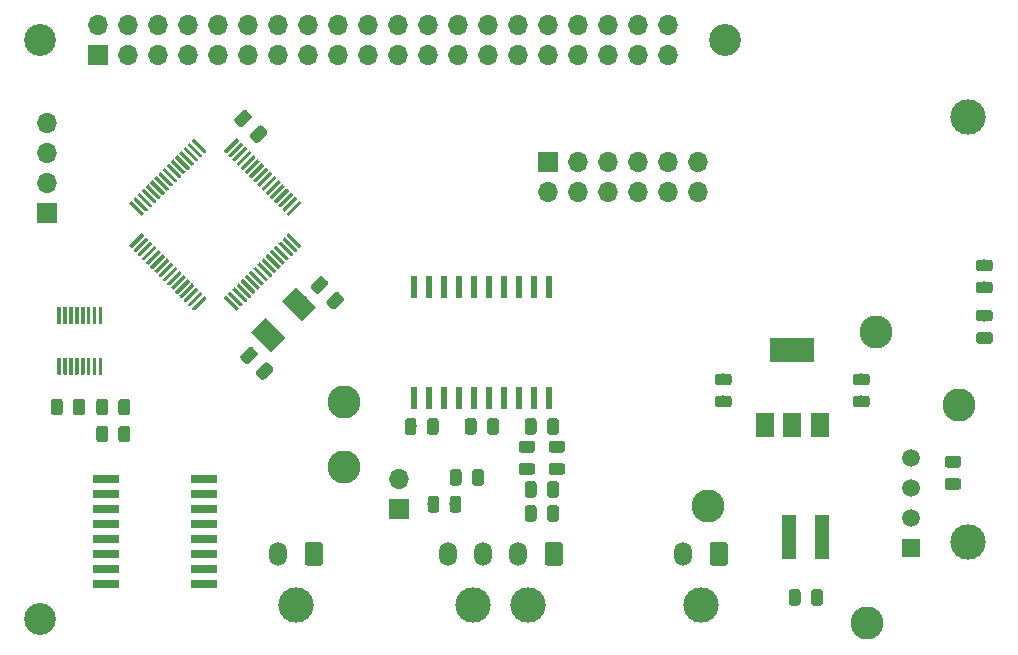
<source format=gbr>
G04 #@! TF.GenerationSoftware,KiCad,Pcbnew,(5.1.4)-1*
G04 #@! TF.CreationDate,2019-09-21T14:34:18-05:00*
G04 #@! TF.ProjectId,BPSDisplay,42505344-6973-4706-9c61-792e6b696361,rev?*
G04 #@! TF.SameCoordinates,Original*
G04 #@! TF.FileFunction,Soldermask,Top*
G04 #@! TF.FilePolarity,Negative*
%FSLAX46Y46*%
G04 Gerber Fmt 4.6, Leading zero omitted, Abs format (unit mm)*
G04 Created by KiCad (PCBNEW (5.1.4)-1) date 2019-09-21 14:34:18*
%MOMM*%
%LPD*%
G04 APERTURE LIST*
%ADD10C,0.150000*%
%ADD11C,0.300000*%
%ADD12R,2.200000X0.760000*%
%ADD13C,0.975000*%
%ADD14R,1.700000X1.700000*%
%ADD15O,1.700000X1.700000*%
%ADD16C,2.700000*%
%ADD17C,3.000000*%
%ADD18C,1.500000*%
%ADD19O,1.500000X2.020000*%
%ADD20R,0.600000X1.950000*%
%ADD21C,1.700000*%
%ADD22R,1.200000X3.700000*%
%ADD23C,2.800000*%
%ADD24R,1.508000X1.524000*%
%ADD25C,1.508000*%
%ADD26R,3.800000X2.000000*%
%ADD27R,1.500000X2.000000*%
G04 APERTURE END LIST*
D10*
G36*
X219256590Y-119136834D02*
G01*
X219263871Y-119137914D01*
X219271010Y-119139702D01*
X219277940Y-119142182D01*
X219284594Y-119145329D01*
X219290907Y-119149113D01*
X219296818Y-119153497D01*
X219302272Y-119158440D01*
X220292222Y-120148390D01*
X220297165Y-120153844D01*
X220301549Y-120159755D01*
X220305333Y-120166068D01*
X220308480Y-120172722D01*
X220310960Y-120179652D01*
X220312748Y-120186791D01*
X220313828Y-120194072D01*
X220314189Y-120201423D01*
X220313828Y-120208774D01*
X220312748Y-120216055D01*
X220310960Y-120223194D01*
X220308480Y-120230124D01*
X220305333Y-120236778D01*
X220301549Y-120243091D01*
X220297165Y-120249002D01*
X220292222Y-120254456D01*
X220186156Y-120360522D01*
X220180702Y-120365465D01*
X220174791Y-120369849D01*
X220168478Y-120373633D01*
X220161824Y-120376780D01*
X220154894Y-120379260D01*
X220147755Y-120381048D01*
X220140474Y-120382128D01*
X220133123Y-120382489D01*
X220125772Y-120382128D01*
X220118491Y-120381048D01*
X220111352Y-120379260D01*
X220104422Y-120376780D01*
X220097768Y-120373633D01*
X220091455Y-120369849D01*
X220085544Y-120365465D01*
X220080090Y-120360522D01*
X219090140Y-119370572D01*
X219085197Y-119365118D01*
X219080813Y-119359207D01*
X219077029Y-119352894D01*
X219073882Y-119346240D01*
X219071402Y-119339310D01*
X219069614Y-119332171D01*
X219068534Y-119324890D01*
X219068173Y-119317539D01*
X219068534Y-119310188D01*
X219069614Y-119302907D01*
X219071402Y-119295768D01*
X219073882Y-119288838D01*
X219077029Y-119282184D01*
X219080813Y-119275871D01*
X219085197Y-119269960D01*
X219090140Y-119264506D01*
X219196206Y-119158440D01*
X219201660Y-119153497D01*
X219207571Y-119149113D01*
X219213884Y-119145329D01*
X219220538Y-119142182D01*
X219227468Y-119139702D01*
X219234607Y-119137914D01*
X219241888Y-119136834D01*
X219249239Y-119136473D01*
X219256590Y-119136834D01*
X219256590Y-119136834D01*
G37*
D11*
X219691181Y-119759481D03*
D10*
G36*
X219610143Y-118783281D02*
G01*
X219617424Y-118784361D01*
X219624563Y-118786149D01*
X219631493Y-118788629D01*
X219638147Y-118791776D01*
X219644460Y-118795560D01*
X219650371Y-118799944D01*
X219655825Y-118804887D01*
X220645775Y-119794837D01*
X220650718Y-119800291D01*
X220655102Y-119806202D01*
X220658886Y-119812515D01*
X220662033Y-119819169D01*
X220664513Y-119826099D01*
X220666301Y-119833238D01*
X220667381Y-119840519D01*
X220667742Y-119847870D01*
X220667381Y-119855221D01*
X220666301Y-119862502D01*
X220664513Y-119869641D01*
X220662033Y-119876571D01*
X220658886Y-119883225D01*
X220655102Y-119889538D01*
X220650718Y-119895449D01*
X220645775Y-119900903D01*
X220539709Y-120006969D01*
X220534255Y-120011912D01*
X220528344Y-120016296D01*
X220522031Y-120020080D01*
X220515377Y-120023227D01*
X220508447Y-120025707D01*
X220501308Y-120027495D01*
X220494027Y-120028575D01*
X220486676Y-120028936D01*
X220479325Y-120028575D01*
X220472044Y-120027495D01*
X220464905Y-120025707D01*
X220457975Y-120023227D01*
X220451321Y-120020080D01*
X220445008Y-120016296D01*
X220439097Y-120011912D01*
X220433643Y-120006969D01*
X219443693Y-119017019D01*
X219438750Y-119011565D01*
X219434366Y-119005654D01*
X219430582Y-118999341D01*
X219427435Y-118992687D01*
X219424955Y-118985757D01*
X219423167Y-118978618D01*
X219422087Y-118971337D01*
X219421726Y-118963986D01*
X219422087Y-118956635D01*
X219423167Y-118949354D01*
X219424955Y-118942215D01*
X219427435Y-118935285D01*
X219430582Y-118928631D01*
X219434366Y-118922318D01*
X219438750Y-118916407D01*
X219443693Y-118910953D01*
X219549759Y-118804887D01*
X219555213Y-118799944D01*
X219561124Y-118795560D01*
X219567437Y-118791776D01*
X219574091Y-118788629D01*
X219581021Y-118786149D01*
X219588160Y-118784361D01*
X219595441Y-118783281D01*
X219602792Y-118782920D01*
X219610143Y-118783281D01*
X219610143Y-118783281D01*
G37*
D11*
X220044734Y-119405928D03*
D10*
G36*
X219963696Y-118429728D02*
G01*
X219970977Y-118430808D01*
X219978116Y-118432596D01*
X219985046Y-118435076D01*
X219991700Y-118438223D01*
X219998013Y-118442007D01*
X220003924Y-118446391D01*
X220009378Y-118451334D01*
X220999328Y-119441284D01*
X221004271Y-119446738D01*
X221008655Y-119452649D01*
X221012439Y-119458962D01*
X221015586Y-119465616D01*
X221018066Y-119472546D01*
X221019854Y-119479685D01*
X221020934Y-119486966D01*
X221021295Y-119494317D01*
X221020934Y-119501668D01*
X221019854Y-119508949D01*
X221018066Y-119516088D01*
X221015586Y-119523018D01*
X221012439Y-119529672D01*
X221008655Y-119535985D01*
X221004271Y-119541896D01*
X220999328Y-119547350D01*
X220893262Y-119653416D01*
X220887808Y-119658359D01*
X220881897Y-119662743D01*
X220875584Y-119666527D01*
X220868930Y-119669674D01*
X220862000Y-119672154D01*
X220854861Y-119673942D01*
X220847580Y-119675022D01*
X220840229Y-119675383D01*
X220832878Y-119675022D01*
X220825597Y-119673942D01*
X220818458Y-119672154D01*
X220811528Y-119669674D01*
X220804874Y-119666527D01*
X220798561Y-119662743D01*
X220792650Y-119658359D01*
X220787196Y-119653416D01*
X219797246Y-118663466D01*
X219792303Y-118658012D01*
X219787919Y-118652101D01*
X219784135Y-118645788D01*
X219780988Y-118639134D01*
X219778508Y-118632204D01*
X219776720Y-118625065D01*
X219775640Y-118617784D01*
X219775279Y-118610433D01*
X219775640Y-118603082D01*
X219776720Y-118595801D01*
X219778508Y-118588662D01*
X219780988Y-118581732D01*
X219784135Y-118575078D01*
X219787919Y-118568765D01*
X219792303Y-118562854D01*
X219797246Y-118557400D01*
X219903312Y-118451334D01*
X219908766Y-118446391D01*
X219914677Y-118442007D01*
X219920990Y-118438223D01*
X219927644Y-118435076D01*
X219934574Y-118432596D01*
X219941713Y-118430808D01*
X219948994Y-118429728D01*
X219956345Y-118429367D01*
X219963696Y-118429728D01*
X219963696Y-118429728D01*
G37*
D11*
X220398287Y-119052375D03*
D10*
G36*
X220317250Y-118076174D02*
G01*
X220324531Y-118077254D01*
X220331670Y-118079042D01*
X220338600Y-118081522D01*
X220345254Y-118084669D01*
X220351567Y-118088453D01*
X220357478Y-118092837D01*
X220362932Y-118097780D01*
X221352882Y-119087730D01*
X221357825Y-119093184D01*
X221362209Y-119099095D01*
X221365993Y-119105408D01*
X221369140Y-119112062D01*
X221371620Y-119118992D01*
X221373408Y-119126131D01*
X221374488Y-119133412D01*
X221374849Y-119140763D01*
X221374488Y-119148114D01*
X221373408Y-119155395D01*
X221371620Y-119162534D01*
X221369140Y-119169464D01*
X221365993Y-119176118D01*
X221362209Y-119182431D01*
X221357825Y-119188342D01*
X221352882Y-119193796D01*
X221246816Y-119299862D01*
X221241362Y-119304805D01*
X221235451Y-119309189D01*
X221229138Y-119312973D01*
X221222484Y-119316120D01*
X221215554Y-119318600D01*
X221208415Y-119320388D01*
X221201134Y-119321468D01*
X221193783Y-119321829D01*
X221186432Y-119321468D01*
X221179151Y-119320388D01*
X221172012Y-119318600D01*
X221165082Y-119316120D01*
X221158428Y-119312973D01*
X221152115Y-119309189D01*
X221146204Y-119304805D01*
X221140750Y-119299862D01*
X220150800Y-118309912D01*
X220145857Y-118304458D01*
X220141473Y-118298547D01*
X220137689Y-118292234D01*
X220134542Y-118285580D01*
X220132062Y-118278650D01*
X220130274Y-118271511D01*
X220129194Y-118264230D01*
X220128833Y-118256879D01*
X220129194Y-118249528D01*
X220130274Y-118242247D01*
X220132062Y-118235108D01*
X220134542Y-118228178D01*
X220137689Y-118221524D01*
X220141473Y-118215211D01*
X220145857Y-118209300D01*
X220150800Y-118203846D01*
X220256866Y-118097780D01*
X220262320Y-118092837D01*
X220268231Y-118088453D01*
X220274544Y-118084669D01*
X220281198Y-118081522D01*
X220288128Y-118079042D01*
X220295267Y-118077254D01*
X220302548Y-118076174D01*
X220309899Y-118075813D01*
X220317250Y-118076174D01*
X220317250Y-118076174D01*
G37*
D11*
X220751841Y-118698821D03*
D10*
G36*
X220670803Y-117722621D02*
G01*
X220678084Y-117723701D01*
X220685223Y-117725489D01*
X220692153Y-117727969D01*
X220698807Y-117731116D01*
X220705120Y-117734900D01*
X220711031Y-117739284D01*
X220716485Y-117744227D01*
X221706435Y-118734177D01*
X221711378Y-118739631D01*
X221715762Y-118745542D01*
X221719546Y-118751855D01*
X221722693Y-118758509D01*
X221725173Y-118765439D01*
X221726961Y-118772578D01*
X221728041Y-118779859D01*
X221728402Y-118787210D01*
X221728041Y-118794561D01*
X221726961Y-118801842D01*
X221725173Y-118808981D01*
X221722693Y-118815911D01*
X221719546Y-118822565D01*
X221715762Y-118828878D01*
X221711378Y-118834789D01*
X221706435Y-118840243D01*
X221600369Y-118946309D01*
X221594915Y-118951252D01*
X221589004Y-118955636D01*
X221582691Y-118959420D01*
X221576037Y-118962567D01*
X221569107Y-118965047D01*
X221561968Y-118966835D01*
X221554687Y-118967915D01*
X221547336Y-118968276D01*
X221539985Y-118967915D01*
X221532704Y-118966835D01*
X221525565Y-118965047D01*
X221518635Y-118962567D01*
X221511981Y-118959420D01*
X221505668Y-118955636D01*
X221499757Y-118951252D01*
X221494303Y-118946309D01*
X220504353Y-117956359D01*
X220499410Y-117950905D01*
X220495026Y-117944994D01*
X220491242Y-117938681D01*
X220488095Y-117932027D01*
X220485615Y-117925097D01*
X220483827Y-117917958D01*
X220482747Y-117910677D01*
X220482386Y-117903326D01*
X220482747Y-117895975D01*
X220483827Y-117888694D01*
X220485615Y-117881555D01*
X220488095Y-117874625D01*
X220491242Y-117867971D01*
X220495026Y-117861658D01*
X220499410Y-117855747D01*
X220504353Y-117850293D01*
X220610419Y-117744227D01*
X220615873Y-117739284D01*
X220621784Y-117734900D01*
X220628097Y-117731116D01*
X220634751Y-117727969D01*
X220641681Y-117725489D01*
X220648820Y-117723701D01*
X220656101Y-117722621D01*
X220663452Y-117722260D01*
X220670803Y-117722621D01*
X220670803Y-117722621D01*
G37*
D11*
X221105394Y-118345268D03*
D10*
G36*
X221024357Y-117369067D02*
G01*
X221031638Y-117370147D01*
X221038777Y-117371935D01*
X221045707Y-117374415D01*
X221052361Y-117377562D01*
X221058674Y-117381346D01*
X221064585Y-117385730D01*
X221070039Y-117390673D01*
X222059989Y-118380623D01*
X222064932Y-118386077D01*
X222069316Y-118391988D01*
X222073100Y-118398301D01*
X222076247Y-118404955D01*
X222078727Y-118411885D01*
X222080515Y-118419024D01*
X222081595Y-118426305D01*
X222081956Y-118433656D01*
X222081595Y-118441007D01*
X222080515Y-118448288D01*
X222078727Y-118455427D01*
X222076247Y-118462357D01*
X222073100Y-118469011D01*
X222069316Y-118475324D01*
X222064932Y-118481235D01*
X222059989Y-118486689D01*
X221953923Y-118592755D01*
X221948469Y-118597698D01*
X221942558Y-118602082D01*
X221936245Y-118605866D01*
X221929591Y-118609013D01*
X221922661Y-118611493D01*
X221915522Y-118613281D01*
X221908241Y-118614361D01*
X221900890Y-118614722D01*
X221893539Y-118614361D01*
X221886258Y-118613281D01*
X221879119Y-118611493D01*
X221872189Y-118609013D01*
X221865535Y-118605866D01*
X221859222Y-118602082D01*
X221853311Y-118597698D01*
X221847857Y-118592755D01*
X220857907Y-117602805D01*
X220852964Y-117597351D01*
X220848580Y-117591440D01*
X220844796Y-117585127D01*
X220841649Y-117578473D01*
X220839169Y-117571543D01*
X220837381Y-117564404D01*
X220836301Y-117557123D01*
X220835940Y-117549772D01*
X220836301Y-117542421D01*
X220837381Y-117535140D01*
X220839169Y-117528001D01*
X220841649Y-117521071D01*
X220844796Y-117514417D01*
X220848580Y-117508104D01*
X220852964Y-117502193D01*
X220857907Y-117496739D01*
X220963973Y-117390673D01*
X220969427Y-117385730D01*
X220975338Y-117381346D01*
X220981651Y-117377562D01*
X220988305Y-117374415D01*
X220995235Y-117371935D01*
X221002374Y-117370147D01*
X221009655Y-117369067D01*
X221017006Y-117368706D01*
X221024357Y-117369067D01*
X221024357Y-117369067D01*
G37*
D11*
X221458948Y-117991714D03*
D10*
G36*
X221377910Y-117015514D02*
G01*
X221385191Y-117016594D01*
X221392330Y-117018382D01*
X221399260Y-117020862D01*
X221405914Y-117024009D01*
X221412227Y-117027793D01*
X221418138Y-117032177D01*
X221423592Y-117037120D01*
X222413542Y-118027070D01*
X222418485Y-118032524D01*
X222422869Y-118038435D01*
X222426653Y-118044748D01*
X222429800Y-118051402D01*
X222432280Y-118058332D01*
X222434068Y-118065471D01*
X222435148Y-118072752D01*
X222435509Y-118080103D01*
X222435148Y-118087454D01*
X222434068Y-118094735D01*
X222432280Y-118101874D01*
X222429800Y-118108804D01*
X222426653Y-118115458D01*
X222422869Y-118121771D01*
X222418485Y-118127682D01*
X222413542Y-118133136D01*
X222307476Y-118239202D01*
X222302022Y-118244145D01*
X222296111Y-118248529D01*
X222289798Y-118252313D01*
X222283144Y-118255460D01*
X222276214Y-118257940D01*
X222269075Y-118259728D01*
X222261794Y-118260808D01*
X222254443Y-118261169D01*
X222247092Y-118260808D01*
X222239811Y-118259728D01*
X222232672Y-118257940D01*
X222225742Y-118255460D01*
X222219088Y-118252313D01*
X222212775Y-118248529D01*
X222206864Y-118244145D01*
X222201410Y-118239202D01*
X221211460Y-117249252D01*
X221206517Y-117243798D01*
X221202133Y-117237887D01*
X221198349Y-117231574D01*
X221195202Y-117224920D01*
X221192722Y-117217990D01*
X221190934Y-117210851D01*
X221189854Y-117203570D01*
X221189493Y-117196219D01*
X221189854Y-117188868D01*
X221190934Y-117181587D01*
X221192722Y-117174448D01*
X221195202Y-117167518D01*
X221198349Y-117160864D01*
X221202133Y-117154551D01*
X221206517Y-117148640D01*
X221211460Y-117143186D01*
X221317526Y-117037120D01*
X221322980Y-117032177D01*
X221328891Y-117027793D01*
X221335204Y-117024009D01*
X221341858Y-117020862D01*
X221348788Y-117018382D01*
X221355927Y-117016594D01*
X221363208Y-117015514D01*
X221370559Y-117015153D01*
X221377910Y-117015514D01*
X221377910Y-117015514D01*
G37*
D11*
X221812501Y-117638161D03*
D10*
G36*
X221731463Y-116661961D02*
G01*
X221738744Y-116663041D01*
X221745883Y-116664829D01*
X221752813Y-116667309D01*
X221759467Y-116670456D01*
X221765780Y-116674240D01*
X221771691Y-116678624D01*
X221777145Y-116683567D01*
X222767095Y-117673517D01*
X222772038Y-117678971D01*
X222776422Y-117684882D01*
X222780206Y-117691195D01*
X222783353Y-117697849D01*
X222785833Y-117704779D01*
X222787621Y-117711918D01*
X222788701Y-117719199D01*
X222789062Y-117726550D01*
X222788701Y-117733901D01*
X222787621Y-117741182D01*
X222785833Y-117748321D01*
X222783353Y-117755251D01*
X222780206Y-117761905D01*
X222776422Y-117768218D01*
X222772038Y-117774129D01*
X222767095Y-117779583D01*
X222661029Y-117885649D01*
X222655575Y-117890592D01*
X222649664Y-117894976D01*
X222643351Y-117898760D01*
X222636697Y-117901907D01*
X222629767Y-117904387D01*
X222622628Y-117906175D01*
X222615347Y-117907255D01*
X222607996Y-117907616D01*
X222600645Y-117907255D01*
X222593364Y-117906175D01*
X222586225Y-117904387D01*
X222579295Y-117901907D01*
X222572641Y-117898760D01*
X222566328Y-117894976D01*
X222560417Y-117890592D01*
X222554963Y-117885649D01*
X221565013Y-116895699D01*
X221560070Y-116890245D01*
X221555686Y-116884334D01*
X221551902Y-116878021D01*
X221548755Y-116871367D01*
X221546275Y-116864437D01*
X221544487Y-116857298D01*
X221543407Y-116850017D01*
X221543046Y-116842666D01*
X221543407Y-116835315D01*
X221544487Y-116828034D01*
X221546275Y-116820895D01*
X221548755Y-116813965D01*
X221551902Y-116807311D01*
X221555686Y-116800998D01*
X221560070Y-116795087D01*
X221565013Y-116789633D01*
X221671079Y-116683567D01*
X221676533Y-116678624D01*
X221682444Y-116674240D01*
X221688757Y-116670456D01*
X221695411Y-116667309D01*
X221702341Y-116664829D01*
X221709480Y-116663041D01*
X221716761Y-116661961D01*
X221724112Y-116661600D01*
X221731463Y-116661961D01*
X221731463Y-116661961D01*
G37*
D11*
X222166054Y-117284608D03*
D10*
G36*
X222085017Y-116308407D02*
G01*
X222092298Y-116309487D01*
X222099437Y-116311275D01*
X222106367Y-116313755D01*
X222113021Y-116316902D01*
X222119334Y-116320686D01*
X222125245Y-116325070D01*
X222130699Y-116330013D01*
X223120649Y-117319963D01*
X223125592Y-117325417D01*
X223129976Y-117331328D01*
X223133760Y-117337641D01*
X223136907Y-117344295D01*
X223139387Y-117351225D01*
X223141175Y-117358364D01*
X223142255Y-117365645D01*
X223142616Y-117372996D01*
X223142255Y-117380347D01*
X223141175Y-117387628D01*
X223139387Y-117394767D01*
X223136907Y-117401697D01*
X223133760Y-117408351D01*
X223129976Y-117414664D01*
X223125592Y-117420575D01*
X223120649Y-117426029D01*
X223014583Y-117532095D01*
X223009129Y-117537038D01*
X223003218Y-117541422D01*
X222996905Y-117545206D01*
X222990251Y-117548353D01*
X222983321Y-117550833D01*
X222976182Y-117552621D01*
X222968901Y-117553701D01*
X222961550Y-117554062D01*
X222954199Y-117553701D01*
X222946918Y-117552621D01*
X222939779Y-117550833D01*
X222932849Y-117548353D01*
X222926195Y-117545206D01*
X222919882Y-117541422D01*
X222913971Y-117537038D01*
X222908517Y-117532095D01*
X221918567Y-116542145D01*
X221913624Y-116536691D01*
X221909240Y-116530780D01*
X221905456Y-116524467D01*
X221902309Y-116517813D01*
X221899829Y-116510883D01*
X221898041Y-116503744D01*
X221896961Y-116496463D01*
X221896600Y-116489112D01*
X221896961Y-116481761D01*
X221898041Y-116474480D01*
X221899829Y-116467341D01*
X221902309Y-116460411D01*
X221905456Y-116453757D01*
X221909240Y-116447444D01*
X221913624Y-116441533D01*
X221918567Y-116436079D01*
X222024633Y-116330013D01*
X222030087Y-116325070D01*
X222035998Y-116320686D01*
X222042311Y-116316902D01*
X222048965Y-116313755D01*
X222055895Y-116311275D01*
X222063034Y-116309487D01*
X222070315Y-116308407D01*
X222077666Y-116308046D01*
X222085017Y-116308407D01*
X222085017Y-116308407D01*
G37*
D11*
X222519608Y-116931054D03*
D10*
G36*
X222438570Y-115954854D02*
G01*
X222445851Y-115955934D01*
X222452990Y-115957722D01*
X222459920Y-115960202D01*
X222466574Y-115963349D01*
X222472887Y-115967133D01*
X222478798Y-115971517D01*
X222484252Y-115976460D01*
X223474202Y-116966410D01*
X223479145Y-116971864D01*
X223483529Y-116977775D01*
X223487313Y-116984088D01*
X223490460Y-116990742D01*
X223492940Y-116997672D01*
X223494728Y-117004811D01*
X223495808Y-117012092D01*
X223496169Y-117019443D01*
X223495808Y-117026794D01*
X223494728Y-117034075D01*
X223492940Y-117041214D01*
X223490460Y-117048144D01*
X223487313Y-117054798D01*
X223483529Y-117061111D01*
X223479145Y-117067022D01*
X223474202Y-117072476D01*
X223368136Y-117178542D01*
X223362682Y-117183485D01*
X223356771Y-117187869D01*
X223350458Y-117191653D01*
X223343804Y-117194800D01*
X223336874Y-117197280D01*
X223329735Y-117199068D01*
X223322454Y-117200148D01*
X223315103Y-117200509D01*
X223307752Y-117200148D01*
X223300471Y-117199068D01*
X223293332Y-117197280D01*
X223286402Y-117194800D01*
X223279748Y-117191653D01*
X223273435Y-117187869D01*
X223267524Y-117183485D01*
X223262070Y-117178542D01*
X222272120Y-116188592D01*
X222267177Y-116183138D01*
X222262793Y-116177227D01*
X222259009Y-116170914D01*
X222255862Y-116164260D01*
X222253382Y-116157330D01*
X222251594Y-116150191D01*
X222250514Y-116142910D01*
X222250153Y-116135559D01*
X222250514Y-116128208D01*
X222251594Y-116120927D01*
X222253382Y-116113788D01*
X222255862Y-116106858D01*
X222259009Y-116100204D01*
X222262793Y-116093891D01*
X222267177Y-116087980D01*
X222272120Y-116082526D01*
X222378186Y-115976460D01*
X222383640Y-115971517D01*
X222389551Y-115967133D01*
X222395864Y-115963349D01*
X222402518Y-115960202D01*
X222409448Y-115957722D01*
X222416587Y-115955934D01*
X222423868Y-115954854D01*
X222431219Y-115954493D01*
X222438570Y-115954854D01*
X222438570Y-115954854D01*
G37*
D11*
X222873161Y-116577501D03*
D10*
G36*
X222792123Y-115601301D02*
G01*
X222799404Y-115602381D01*
X222806543Y-115604169D01*
X222813473Y-115606649D01*
X222820127Y-115609796D01*
X222826440Y-115613580D01*
X222832351Y-115617964D01*
X222837805Y-115622907D01*
X223827755Y-116612857D01*
X223832698Y-116618311D01*
X223837082Y-116624222D01*
X223840866Y-116630535D01*
X223844013Y-116637189D01*
X223846493Y-116644119D01*
X223848281Y-116651258D01*
X223849361Y-116658539D01*
X223849722Y-116665890D01*
X223849361Y-116673241D01*
X223848281Y-116680522D01*
X223846493Y-116687661D01*
X223844013Y-116694591D01*
X223840866Y-116701245D01*
X223837082Y-116707558D01*
X223832698Y-116713469D01*
X223827755Y-116718923D01*
X223721689Y-116824989D01*
X223716235Y-116829932D01*
X223710324Y-116834316D01*
X223704011Y-116838100D01*
X223697357Y-116841247D01*
X223690427Y-116843727D01*
X223683288Y-116845515D01*
X223676007Y-116846595D01*
X223668656Y-116846956D01*
X223661305Y-116846595D01*
X223654024Y-116845515D01*
X223646885Y-116843727D01*
X223639955Y-116841247D01*
X223633301Y-116838100D01*
X223626988Y-116834316D01*
X223621077Y-116829932D01*
X223615623Y-116824989D01*
X222625673Y-115835039D01*
X222620730Y-115829585D01*
X222616346Y-115823674D01*
X222612562Y-115817361D01*
X222609415Y-115810707D01*
X222606935Y-115803777D01*
X222605147Y-115796638D01*
X222604067Y-115789357D01*
X222603706Y-115782006D01*
X222604067Y-115774655D01*
X222605147Y-115767374D01*
X222606935Y-115760235D01*
X222609415Y-115753305D01*
X222612562Y-115746651D01*
X222616346Y-115740338D01*
X222620730Y-115734427D01*
X222625673Y-115728973D01*
X222731739Y-115622907D01*
X222737193Y-115617964D01*
X222743104Y-115613580D01*
X222749417Y-115609796D01*
X222756071Y-115606649D01*
X222763001Y-115604169D01*
X222770140Y-115602381D01*
X222777421Y-115601301D01*
X222784772Y-115600940D01*
X222792123Y-115601301D01*
X222792123Y-115601301D01*
G37*
D11*
X223226714Y-116223948D03*
D10*
G36*
X223145677Y-115247747D02*
G01*
X223152958Y-115248827D01*
X223160097Y-115250615D01*
X223167027Y-115253095D01*
X223173681Y-115256242D01*
X223179994Y-115260026D01*
X223185905Y-115264410D01*
X223191359Y-115269353D01*
X224181309Y-116259303D01*
X224186252Y-116264757D01*
X224190636Y-116270668D01*
X224194420Y-116276981D01*
X224197567Y-116283635D01*
X224200047Y-116290565D01*
X224201835Y-116297704D01*
X224202915Y-116304985D01*
X224203276Y-116312336D01*
X224202915Y-116319687D01*
X224201835Y-116326968D01*
X224200047Y-116334107D01*
X224197567Y-116341037D01*
X224194420Y-116347691D01*
X224190636Y-116354004D01*
X224186252Y-116359915D01*
X224181309Y-116365369D01*
X224075243Y-116471435D01*
X224069789Y-116476378D01*
X224063878Y-116480762D01*
X224057565Y-116484546D01*
X224050911Y-116487693D01*
X224043981Y-116490173D01*
X224036842Y-116491961D01*
X224029561Y-116493041D01*
X224022210Y-116493402D01*
X224014859Y-116493041D01*
X224007578Y-116491961D01*
X224000439Y-116490173D01*
X223993509Y-116487693D01*
X223986855Y-116484546D01*
X223980542Y-116480762D01*
X223974631Y-116476378D01*
X223969177Y-116471435D01*
X222979227Y-115481485D01*
X222974284Y-115476031D01*
X222969900Y-115470120D01*
X222966116Y-115463807D01*
X222962969Y-115457153D01*
X222960489Y-115450223D01*
X222958701Y-115443084D01*
X222957621Y-115435803D01*
X222957260Y-115428452D01*
X222957621Y-115421101D01*
X222958701Y-115413820D01*
X222960489Y-115406681D01*
X222962969Y-115399751D01*
X222966116Y-115393097D01*
X222969900Y-115386784D01*
X222974284Y-115380873D01*
X222979227Y-115375419D01*
X223085293Y-115269353D01*
X223090747Y-115264410D01*
X223096658Y-115260026D01*
X223102971Y-115256242D01*
X223109625Y-115253095D01*
X223116555Y-115250615D01*
X223123694Y-115248827D01*
X223130975Y-115247747D01*
X223138326Y-115247386D01*
X223145677Y-115247747D01*
X223145677Y-115247747D01*
G37*
D11*
X223580268Y-115870394D03*
D10*
G36*
X223499230Y-114894194D02*
G01*
X223506511Y-114895274D01*
X223513650Y-114897062D01*
X223520580Y-114899542D01*
X223527234Y-114902689D01*
X223533547Y-114906473D01*
X223539458Y-114910857D01*
X223544912Y-114915800D01*
X224534862Y-115905750D01*
X224539805Y-115911204D01*
X224544189Y-115917115D01*
X224547973Y-115923428D01*
X224551120Y-115930082D01*
X224553600Y-115937012D01*
X224555388Y-115944151D01*
X224556468Y-115951432D01*
X224556829Y-115958783D01*
X224556468Y-115966134D01*
X224555388Y-115973415D01*
X224553600Y-115980554D01*
X224551120Y-115987484D01*
X224547973Y-115994138D01*
X224544189Y-116000451D01*
X224539805Y-116006362D01*
X224534862Y-116011816D01*
X224428796Y-116117882D01*
X224423342Y-116122825D01*
X224417431Y-116127209D01*
X224411118Y-116130993D01*
X224404464Y-116134140D01*
X224397534Y-116136620D01*
X224390395Y-116138408D01*
X224383114Y-116139488D01*
X224375763Y-116139849D01*
X224368412Y-116139488D01*
X224361131Y-116138408D01*
X224353992Y-116136620D01*
X224347062Y-116134140D01*
X224340408Y-116130993D01*
X224334095Y-116127209D01*
X224328184Y-116122825D01*
X224322730Y-116117882D01*
X223332780Y-115127932D01*
X223327837Y-115122478D01*
X223323453Y-115116567D01*
X223319669Y-115110254D01*
X223316522Y-115103600D01*
X223314042Y-115096670D01*
X223312254Y-115089531D01*
X223311174Y-115082250D01*
X223310813Y-115074899D01*
X223311174Y-115067548D01*
X223312254Y-115060267D01*
X223314042Y-115053128D01*
X223316522Y-115046198D01*
X223319669Y-115039544D01*
X223323453Y-115033231D01*
X223327837Y-115027320D01*
X223332780Y-115021866D01*
X223438846Y-114915800D01*
X223444300Y-114910857D01*
X223450211Y-114906473D01*
X223456524Y-114902689D01*
X223463178Y-114899542D01*
X223470108Y-114897062D01*
X223477247Y-114895274D01*
X223484528Y-114894194D01*
X223491879Y-114893833D01*
X223499230Y-114894194D01*
X223499230Y-114894194D01*
G37*
D11*
X223933821Y-115516841D03*
D10*
G36*
X223852784Y-114540640D02*
G01*
X223860065Y-114541720D01*
X223867204Y-114543508D01*
X223874134Y-114545988D01*
X223880788Y-114549135D01*
X223887101Y-114552919D01*
X223893012Y-114557303D01*
X223898466Y-114562246D01*
X224888416Y-115552196D01*
X224893359Y-115557650D01*
X224897743Y-115563561D01*
X224901527Y-115569874D01*
X224904674Y-115576528D01*
X224907154Y-115583458D01*
X224908942Y-115590597D01*
X224910022Y-115597878D01*
X224910383Y-115605229D01*
X224910022Y-115612580D01*
X224908942Y-115619861D01*
X224907154Y-115627000D01*
X224904674Y-115633930D01*
X224901527Y-115640584D01*
X224897743Y-115646897D01*
X224893359Y-115652808D01*
X224888416Y-115658262D01*
X224782350Y-115764328D01*
X224776896Y-115769271D01*
X224770985Y-115773655D01*
X224764672Y-115777439D01*
X224758018Y-115780586D01*
X224751088Y-115783066D01*
X224743949Y-115784854D01*
X224736668Y-115785934D01*
X224729317Y-115786295D01*
X224721966Y-115785934D01*
X224714685Y-115784854D01*
X224707546Y-115783066D01*
X224700616Y-115780586D01*
X224693962Y-115777439D01*
X224687649Y-115773655D01*
X224681738Y-115769271D01*
X224676284Y-115764328D01*
X223686334Y-114774378D01*
X223681391Y-114768924D01*
X223677007Y-114763013D01*
X223673223Y-114756700D01*
X223670076Y-114750046D01*
X223667596Y-114743116D01*
X223665808Y-114735977D01*
X223664728Y-114728696D01*
X223664367Y-114721345D01*
X223664728Y-114713994D01*
X223665808Y-114706713D01*
X223667596Y-114699574D01*
X223670076Y-114692644D01*
X223673223Y-114685990D01*
X223677007Y-114679677D01*
X223681391Y-114673766D01*
X223686334Y-114668312D01*
X223792400Y-114562246D01*
X223797854Y-114557303D01*
X223803765Y-114552919D01*
X223810078Y-114549135D01*
X223816732Y-114545988D01*
X223823662Y-114543508D01*
X223830801Y-114541720D01*
X223838082Y-114540640D01*
X223845433Y-114540279D01*
X223852784Y-114540640D01*
X223852784Y-114540640D01*
G37*
D11*
X224287375Y-115163287D03*
D10*
G36*
X224206337Y-114187087D02*
G01*
X224213618Y-114188167D01*
X224220757Y-114189955D01*
X224227687Y-114192435D01*
X224234341Y-114195582D01*
X224240654Y-114199366D01*
X224246565Y-114203750D01*
X224252019Y-114208693D01*
X225241969Y-115198643D01*
X225246912Y-115204097D01*
X225251296Y-115210008D01*
X225255080Y-115216321D01*
X225258227Y-115222975D01*
X225260707Y-115229905D01*
X225262495Y-115237044D01*
X225263575Y-115244325D01*
X225263936Y-115251676D01*
X225263575Y-115259027D01*
X225262495Y-115266308D01*
X225260707Y-115273447D01*
X225258227Y-115280377D01*
X225255080Y-115287031D01*
X225251296Y-115293344D01*
X225246912Y-115299255D01*
X225241969Y-115304709D01*
X225135903Y-115410775D01*
X225130449Y-115415718D01*
X225124538Y-115420102D01*
X225118225Y-115423886D01*
X225111571Y-115427033D01*
X225104641Y-115429513D01*
X225097502Y-115431301D01*
X225090221Y-115432381D01*
X225082870Y-115432742D01*
X225075519Y-115432381D01*
X225068238Y-115431301D01*
X225061099Y-115429513D01*
X225054169Y-115427033D01*
X225047515Y-115423886D01*
X225041202Y-115420102D01*
X225035291Y-115415718D01*
X225029837Y-115410775D01*
X224039887Y-114420825D01*
X224034944Y-114415371D01*
X224030560Y-114409460D01*
X224026776Y-114403147D01*
X224023629Y-114396493D01*
X224021149Y-114389563D01*
X224019361Y-114382424D01*
X224018281Y-114375143D01*
X224017920Y-114367792D01*
X224018281Y-114360441D01*
X224019361Y-114353160D01*
X224021149Y-114346021D01*
X224023629Y-114339091D01*
X224026776Y-114332437D01*
X224030560Y-114326124D01*
X224034944Y-114320213D01*
X224039887Y-114314759D01*
X224145953Y-114208693D01*
X224151407Y-114203750D01*
X224157318Y-114199366D01*
X224163631Y-114195582D01*
X224170285Y-114192435D01*
X224177215Y-114189955D01*
X224184354Y-114188167D01*
X224191635Y-114187087D01*
X224198986Y-114186726D01*
X224206337Y-114187087D01*
X224206337Y-114187087D01*
G37*
D11*
X224640928Y-114809734D03*
D10*
G36*
X224559890Y-113833534D02*
G01*
X224567171Y-113834614D01*
X224574310Y-113836402D01*
X224581240Y-113838882D01*
X224587894Y-113842029D01*
X224594207Y-113845813D01*
X224600118Y-113850197D01*
X224605572Y-113855140D01*
X225595522Y-114845090D01*
X225600465Y-114850544D01*
X225604849Y-114856455D01*
X225608633Y-114862768D01*
X225611780Y-114869422D01*
X225614260Y-114876352D01*
X225616048Y-114883491D01*
X225617128Y-114890772D01*
X225617489Y-114898123D01*
X225617128Y-114905474D01*
X225616048Y-114912755D01*
X225614260Y-114919894D01*
X225611780Y-114926824D01*
X225608633Y-114933478D01*
X225604849Y-114939791D01*
X225600465Y-114945702D01*
X225595522Y-114951156D01*
X225489456Y-115057222D01*
X225484002Y-115062165D01*
X225478091Y-115066549D01*
X225471778Y-115070333D01*
X225465124Y-115073480D01*
X225458194Y-115075960D01*
X225451055Y-115077748D01*
X225443774Y-115078828D01*
X225436423Y-115079189D01*
X225429072Y-115078828D01*
X225421791Y-115077748D01*
X225414652Y-115075960D01*
X225407722Y-115073480D01*
X225401068Y-115070333D01*
X225394755Y-115066549D01*
X225388844Y-115062165D01*
X225383390Y-115057222D01*
X224393440Y-114067272D01*
X224388497Y-114061818D01*
X224384113Y-114055907D01*
X224380329Y-114049594D01*
X224377182Y-114042940D01*
X224374702Y-114036010D01*
X224372914Y-114028871D01*
X224371834Y-114021590D01*
X224371473Y-114014239D01*
X224371834Y-114006888D01*
X224372914Y-113999607D01*
X224374702Y-113992468D01*
X224377182Y-113985538D01*
X224380329Y-113978884D01*
X224384113Y-113972571D01*
X224388497Y-113966660D01*
X224393440Y-113961206D01*
X224499506Y-113855140D01*
X224504960Y-113850197D01*
X224510871Y-113845813D01*
X224517184Y-113842029D01*
X224523838Y-113838882D01*
X224530768Y-113836402D01*
X224537907Y-113834614D01*
X224545188Y-113833534D01*
X224552539Y-113833173D01*
X224559890Y-113833534D01*
X224559890Y-113833534D01*
G37*
D11*
X224994481Y-114456181D03*
D10*
G36*
X225443774Y-111111172D02*
G01*
X225451055Y-111112252D01*
X225458194Y-111114040D01*
X225465124Y-111116520D01*
X225471778Y-111119667D01*
X225478091Y-111123451D01*
X225484002Y-111127835D01*
X225489456Y-111132778D01*
X225595522Y-111238844D01*
X225600465Y-111244298D01*
X225604849Y-111250209D01*
X225608633Y-111256522D01*
X225611780Y-111263176D01*
X225614260Y-111270106D01*
X225616048Y-111277245D01*
X225617128Y-111284526D01*
X225617489Y-111291877D01*
X225617128Y-111299228D01*
X225616048Y-111306509D01*
X225614260Y-111313648D01*
X225611780Y-111320578D01*
X225608633Y-111327232D01*
X225604849Y-111333545D01*
X225600465Y-111339456D01*
X225595522Y-111344910D01*
X224605572Y-112334860D01*
X224600118Y-112339803D01*
X224594207Y-112344187D01*
X224587894Y-112347971D01*
X224581240Y-112351118D01*
X224574310Y-112353598D01*
X224567171Y-112355386D01*
X224559890Y-112356466D01*
X224552539Y-112356827D01*
X224545188Y-112356466D01*
X224537907Y-112355386D01*
X224530768Y-112353598D01*
X224523838Y-112351118D01*
X224517184Y-112347971D01*
X224510871Y-112344187D01*
X224504960Y-112339803D01*
X224499506Y-112334860D01*
X224393440Y-112228794D01*
X224388497Y-112223340D01*
X224384113Y-112217429D01*
X224380329Y-112211116D01*
X224377182Y-112204462D01*
X224374702Y-112197532D01*
X224372914Y-112190393D01*
X224371834Y-112183112D01*
X224371473Y-112175761D01*
X224371834Y-112168410D01*
X224372914Y-112161129D01*
X224374702Y-112153990D01*
X224377182Y-112147060D01*
X224380329Y-112140406D01*
X224384113Y-112134093D01*
X224388497Y-112128182D01*
X224393440Y-112122728D01*
X225383390Y-111132778D01*
X225388844Y-111127835D01*
X225394755Y-111123451D01*
X225401068Y-111119667D01*
X225407722Y-111116520D01*
X225414652Y-111114040D01*
X225421791Y-111112252D01*
X225429072Y-111111172D01*
X225436423Y-111110811D01*
X225443774Y-111111172D01*
X225443774Y-111111172D01*
G37*
D11*
X224994481Y-111733819D03*
D10*
G36*
X225090221Y-110757619D02*
G01*
X225097502Y-110758699D01*
X225104641Y-110760487D01*
X225111571Y-110762967D01*
X225118225Y-110766114D01*
X225124538Y-110769898D01*
X225130449Y-110774282D01*
X225135903Y-110779225D01*
X225241969Y-110885291D01*
X225246912Y-110890745D01*
X225251296Y-110896656D01*
X225255080Y-110902969D01*
X225258227Y-110909623D01*
X225260707Y-110916553D01*
X225262495Y-110923692D01*
X225263575Y-110930973D01*
X225263936Y-110938324D01*
X225263575Y-110945675D01*
X225262495Y-110952956D01*
X225260707Y-110960095D01*
X225258227Y-110967025D01*
X225255080Y-110973679D01*
X225251296Y-110979992D01*
X225246912Y-110985903D01*
X225241969Y-110991357D01*
X224252019Y-111981307D01*
X224246565Y-111986250D01*
X224240654Y-111990634D01*
X224234341Y-111994418D01*
X224227687Y-111997565D01*
X224220757Y-112000045D01*
X224213618Y-112001833D01*
X224206337Y-112002913D01*
X224198986Y-112003274D01*
X224191635Y-112002913D01*
X224184354Y-112001833D01*
X224177215Y-112000045D01*
X224170285Y-111997565D01*
X224163631Y-111994418D01*
X224157318Y-111990634D01*
X224151407Y-111986250D01*
X224145953Y-111981307D01*
X224039887Y-111875241D01*
X224034944Y-111869787D01*
X224030560Y-111863876D01*
X224026776Y-111857563D01*
X224023629Y-111850909D01*
X224021149Y-111843979D01*
X224019361Y-111836840D01*
X224018281Y-111829559D01*
X224017920Y-111822208D01*
X224018281Y-111814857D01*
X224019361Y-111807576D01*
X224021149Y-111800437D01*
X224023629Y-111793507D01*
X224026776Y-111786853D01*
X224030560Y-111780540D01*
X224034944Y-111774629D01*
X224039887Y-111769175D01*
X225029837Y-110779225D01*
X225035291Y-110774282D01*
X225041202Y-110769898D01*
X225047515Y-110766114D01*
X225054169Y-110762967D01*
X225061099Y-110760487D01*
X225068238Y-110758699D01*
X225075519Y-110757619D01*
X225082870Y-110757258D01*
X225090221Y-110757619D01*
X225090221Y-110757619D01*
G37*
D11*
X224640928Y-111380266D03*
D10*
G36*
X224736668Y-110404066D02*
G01*
X224743949Y-110405146D01*
X224751088Y-110406934D01*
X224758018Y-110409414D01*
X224764672Y-110412561D01*
X224770985Y-110416345D01*
X224776896Y-110420729D01*
X224782350Y-110425672D01*
X224888416Y-110531738D01*
X224893359Y-110537192D01*
X224897743Y-110543103D01*
X224901527Y-110549416D01*
X224904674Y-110556070D01*
X224907154Y-110563000D01*
X224908942Y-110570139D01*
X224910022Y-110577420D01*
X224910383Y-110584771D01*
X224910022Y-110592122D01*
X224908942Y-110599403D01*
X224907154Y-110606542D01*
X224904674Y-110613472D01*
X224901527Y-110620126D01*
X224897743Y-110626439D01*
X224893359Y-110632350D01*
X224888416Y-110637804D01*
X223898466Y-111627754D01*
X223893012Y-111632697D01*
X223887101Y-111637081D01*
X223880788Y-111640865D01*
X223874134Y-111644012D01*
X223867204Y-111646492D01*
X223860065Y-111648280D01*
X223852784Y-111649360D01*
X223845433Y-111649721D01*
X223838082Y-111649360D01*
X223830801Y-111648280D01*
X223823662Y-111646492D01*
X223816732Y-111644012D01*
X223810078Y-111640865D01*
X223803765Y-111637081D01*
X223797854Y-111632697D01*
X223792400Y-111627754D01*
X223686334Y-111521688D01*
X223681391Y-111516234D01*
X223677007Y-111510323D01*
X223673223Y-111504010D01*
X223670076Y-111497356D01*
X223667596Y-111490426D01*
X223665808Y-111483287D01*
X223664728Y-111476006D01*
X223664367Y-111468655D01*
X223664728Y-111461304D01*
X223665808Y-111454023D01*
X223667596Y-111446884D01*
X223670076Y-111439954D01*
X223673223Y-111433300D01*
X223677007Y-111426987D01*
X223681391Y-111421076D01*
X223686334Y-111415622D01*
X224676284Y-110425672D01*
X224681738Y-110420729D01*
X224687649Y-110416345D01*
X224693962Y-110412561D01*
X224700616Y-110409414D01*
X224707546Y-110406934D01*
X224714685Y-110405146D01*
X224721966Y-110404066D01*
X224729317Y-110403705D01*
X224736668Y-110404066D01*
X224736668Y-110404066D01*
G37*
D11*
X224287375Y-111026713D03*
D10*
G36*
X224383114Y-110050512D02*
G01*
X224390395Y-110051592D01*
X224397534Y-110053380D01*
X224404464Y-110055860D01*
X224411118Y-110059007D01*
X224417431Y-110062791D01*
X224423342Y-110067175D01*
X224428796Y-110072118D01*
X224534862Y-110178184D01*
X224539805Y-110183638D01*
X224544189Y-110189549D01*
X224547973Y-110195862D01*
X224551120Y-110202516D01*
X224553600Y-110209446D01*
X224555388Y-110216585D01*
X224556468Y-110223866D01*
X224556829Y-110231217D01*
X224556468Y-110238568D01*
X224555388Y-110245849D01*
X224553600Y-110252988D01*
X224551120Y-110259918D01*
X224547973Y-110266572D01*
X224544189Y-110272885D01*
X224539805Y-110278796D01*
X224534862Y-110284250D01*
X223544912Y-111274200D01*
X223539458Y-111279143D01*
X223533547Y-111283527D01*
X223527234Y-111287311D01*
X223520580Y-111290458D01*
X223513650Y-111292938D01*
X223506511Y-111294726D01*
X223499230Y-111295806D01*
X223491879Y-111296167D01*
X223484528Y-111295806D01*
X223477247Y-111294726D01*
X223470108Y-111292938D01*
X223463178Y-111290458D01*
X223456524Y-111287311D01*
X223450211Y-111283527D01*
X223444300Y-111279143D01*
X223438846Y-111274200D01*
X223332780Y-111168134D01*
X223327837Y-111162680D01*
X223323453Y-111156769D01*
X223319669Y-111150456D01*
X223316522Y-111143802D01*
X223314042Y-111136872D01*
X223312254Y-111129733D01*
X223311174Y-111122452D01*
X223310813Y-111115101D01*
X223311174Y-111107750D01*
X223312254Y-111100469D01*
X223314042Y-111093330D01*
X223316522Y-111086400D01*
X223319669Y-111079746D01*
X223323453Y-111073433D01*
X223327837Y-111067522D01*
X223332780Y-111062068D01*
X224322730Y-110072118D01*
X224328184Y-110067175D01*
X224334095Y-110062791D01*
X224340408Y-110059007D01*
X224347062Y-110055860D01*
X224353992Y-110053380D01*
X224361131Y-110051592D01*
X224368412Y-110050512D01*
X224375763Y-110050151D01*
X224383114Y-110050512D01*
X224383114Y-110050512D01*
G37*
D11*
X223933821Y-110673159D03*
D10*
G36*
X224029561Y-109696959D02*
G01*
X224036842Y-109698039D01*
X224043981Y-109699827D01*
X224050911Y-109702307D01*
X224057565Y-109705454D01*
X224063878Y-109709238D01*
X224069789Y-109713622D01*
X224075243Y-109718565D01*
X224181309Y-109824631D01*
X224186252Y-109830085D01*
X224190636Y-109835996D01*
X224194420Y-109842309D01*
X224197567Y-109848963D01*
X224200047Y-109855893D01*
X224201835Y-109863032D01*
X224202915Y-109870313D01*
X224203276Y-109877664D01*
X224202915Y-109885015D01*
X224201835Y-109892296D01*
X224200047Y-109899435D01*
X224197567Y-109906365D01*
X224194420Y-109913019D01*
X224190636Y-109919332D01*
X224186252Y-109925243D01*
X224181309Y-109930697D01*
X223191359Y-110920647D01*
X223185905Y-110925590D01*
X223179994Y-110929974D01*
X223173681Y-110933758D01*
X223167027Y-110936905D01*
X223160097Y-110939385D01*
X223152958Y-110941173D01*
X223145677Y-110942253D01*
X223138326Y-110942614D01*
X223130975Y-110942253D01*
X223123694Y-110941173D01*
X223116555Y-110939385D01*
X223109625Y-110936905D01*
X223102971Y-110933758D01*
X223096658Y-110929974D01*
X223090747Y-110925590D01*
X223085293Y-110920647D01*
X222979227Y-110814581D01*
X222974284Y-110809127D01*
X222969900Y-110803216D01*
X222966116Y-110796903D01*
X222962969Y-110790249D01*
X222960489Y-110783319D01*
X222958701Y-110776180D01*
X222957621Y-110768899D01*
X222957260Y-110761548D01*
X222957621Y-110754197D01*
X222958701Y-110746916D01*
X222960489Y-110739777D01*
X222962969Y-110732847D01*
X222966116Y-110726193D01*
X222969900Y-110719880D01*
X222974284Y-110713969D01*
X222979227Y-110708515D01*
X223969177Y-109718565D01*
X223974631Y-109713622D01*
X223980542Y-109709238D01*
X223986855Y-109705454D01*
X223993509Y-109702307D01*
X224000439Y-109699827D01*
X224007578Y-109698039D01*
X224014859Y-109696959D01*
X224022210Y-109696598D01*
X224029561Y-109696959D01*
X224029561Y-109696959D01*
G37*
D11*
X223580268Y-110319606D03*
D10*
G36*
X223676007Y-109343405D02*
G01*
X223683288Y-109344485D01*
X223690427Y-109346273D01*
X223697357Y-109348753D01*
X223704011Y-109351900D01*
X223710324Y-109355684D01*
X223716235Y-109360068D01*
X223721689Y-109365011D01*
X223827755Y-109471077D01*
X223832698Y-109476531D01*
X223837082Y-109482442D01*
X223840866Y-109488755D01*
X223844013Y-109495409D01*
X223846493Y-109502339D01*
X223848281Y-109509478D01*
X223849361Y-109516759D01*
X223849722Y-109524110D01*
X223849361Y-109531461D01*
X223848281Y-109538742D01*
X223846493Y-109545881D01*
X223844013Y-109552811D01*
X223840866Y-109559465D01*
X223837082Y-109565778D01*
X223832698Y-109571689D01*
X223827755Y-109577143D01*
X222837805Y-110567093D01*
X222832351Y-110572036D01*
X222826440Y-110576420D01*
X222820127Y-110580204D01*
X222813473Y-110583351D01*
X222806543Y-110585831D01*
X222799404Y-110587619D01*
X222792123Y-110588699D01*
X222784772Y-110589060D01*
X222777421Y-110588699D01*
X222770140Y-110587619D01*
X222763001Y-110585831D01*
X222756071Y-110583351D01*
X222749417Y-110580204D01*
X222743104Y-110576420D01*
X222737193Y-110572036D01*
X222731739Y-110567093D01*
X222625673Y-110461027D01*
X222620730Y-110455573D01*
X222616346Y-110449662D01*
X222612562Y-110443349D01*
X222609415Y-110436695D01*
X222606935Y-110429765D01*
X222605147Y-110422626D01*
X222604067Y-110415345D01*
X222603706Y-110407994D01*
X222604067Y-110400643D01*
X222605147Y-110393362D01*
X222606935Y-110386223D01*
X222609415Y-110379293D01*
X222612562Y-110372639D01*
X222616346Y-110366326D01*
X222620730Y-110360415D01*
X222625673Y-110354961D01*
X223615623Y-109365011D01*
X223621077Y-109360068D01*
X223626988Y-109355684D01*
X223633301Y-109351900D01*
X223639955Y-109348753D01*
X223646885Y-109346273D01*
X223654024Y-109344485D01*
X223661305Y-109343405D01*
X223668656Y-109343044D01*
X223676007Y-109343405D01*
X223676007Y-109343405D01*
G37*
D11*
X223226714Y-109966052D03*
D10*
G36*
X223322454Y-108989852D02*
G01*
X223329735Y-108990932D01*
X223336874Y-108992720D01*
X223343804Y-108995200D01*
X223350458Y-108998347D01*
X223356771Y-109002131D01*
X223362682Y-109006515D01*
X223368136Y-109011458D01*
X223474202Y-109117524D01*
X223479145Y-109122978D01*
X223483529Y-109128889D01*
X223487313Y-109135202D01*
X223490460Y-109141856D01*
X223492940Y-109148786D01*
X223494728Y-109155925D01*
X223495808Y-109163206D01*
X223496169Y-109170557D01*
X223495808Y-109177908D01*
X223494728Y-109185189D01*
X223492940Y-109192328D01*
X223490460Y-109199258D01*
X223487313Y-109205912D01*
X223483529Y-109212225D01*
X223479145Y-109218136D01*
X223474202Y-109223590D01*
X222484252Y-110213540D01*
X222478798Y-110218483D01*
X222472887Y-110222867D01*
X222466574Y-110226651D01*
X222459920Y-110229798D01*
X222452990Y-110232278D01*
X222445851Y-110234066D01*
X222438570Y-110235146D01*
X222431219Y-110235507D01*
X222423868Y-110235146D01*
X222416587Y-110234066D01*
X222409448Y-110232278D01*
X222402518Y-110229798D01*
X222395864Y-110226651D01*
X222389551Y-110222867D01*
X222383640Y-110218483D01*
X222378186Y-110213540D01*
X222272120Y-110107474D01*
X222267177Y-110102020D01*
X222262793Y-110096109D01*
X222259009Y-110089796D01*
X222255862Y-110083142D01*
X222253382Y-110076212D01*
X222251594Y-110069073D01*
X222250514Y-110061792D01*
X222250153Y-110054441D01*
X222250514Y-110047090D01*
X222251594Y-110039809D01*
X222253382Y-110032670D01*
X222255862Y-110025740D01*
X222259009Y-110019086D01*
X222262793Y-110012773D01*
X222267177Y-110006862D01*
X222272120Y-110001408D01*
X223262070Y-109011458D01*
X223267524Y-109006515D01*
X223273435Y-109002131D01*
X223279748Y-108998347D01*
X223286402Y-108995200D01*
X223293332Y-108992720D01*
X223300471Y-108990932D01*
X223307752Y-108989852D01*
X223315103Y-108989491D01*
X223322454Y-108989852D01*
X223322454Y-108989852D01*
G37*
D11*
X222873161Y-109612499D03*
D10*
G36*
X222968901Y-108636299D02*
G01*
X222976182Y-108637379D01*
X222983321Y-108639167D01*
X222990251Y-108641647D01*
X222996905Y-108644794D01*
X223003218Y-108648578D01*
X223009129Y-108652962D01*
X223014583Y-108657905D01*
X223120649Y-108763971D01*
X223125592Y-108769425D01*
X223129976Y-108775336D01*
X223133760Y-108781649D01*
X223136907Y-108788303D01*
X223139387Y-108795233D01*
X223141175Y-108802372D01*
X223142255Y-108809653D01*
X223142616Y-108817004D01*
X223142255Y-108824355D01*
X223141175Y-108831636D01*
X223139387Y-108838775D01*
X223136907Y-108845705D01*
X223133760Y-108852359D01*
X223129976Y-108858672D01*
X223125592Y-108864583D01*
X223120649Y-108870037D01*
X222130699Y-109859987D01*
X222125245Y-109864930D01*
X222119334Y-109869314D01*
X222113021Y-109873098D01*
X222106367Y-109876245D01*
X222099437Y-109878725D01*
X222092298Y-109880513D01*
X222085017Y-109881593D01*
X222077666Y-109881954D01*
X222070315Y-109881593D01*
X222063034Y-109880513D01*
X222055895Y-109878725D01*
X222048965Y-109876245D01*
X222042311Y-109873098D01*
X222035998Y-109869314D01*
X222030087Y-109864930D01*
X222024633Y-109859987D01*
X221918567Y-109753921D01*
X221913624Y-109748467D01*
X221909240Y-109742556D01*
X221905456Y-109736243D01*
X221902309Y-109729589D01*
X221899829Y-109722659D01*
X221898041Y-109715520D01*
X221896961Y-109708239D01*
X221896600Y-109700888D01*
X221896961Y-109693537D01*
X221898041Y-109686256D01*
X221899829Y-109679117D01*
X221902309Y-109672187D01*
X221905456Y-109665533D01*
X221909240Y-109659220D01*
X221913624Y-109653309D01*
X221918567Y-109647855D01*
X222908517Y-108657905D01*
X222913971Y-108652962D01*
X222919882Y-108648578D01*
X222926195Y-108644794D01*
X222932849Y-108641647D01*
X222939779Y-108639167D01*
X222946918Y-108637379D01*
X222954199Y-108636299D01*
X222961550Y-108635938D01*
X222968901Y-108636299D01*
X222968901Y-108636299D01*
G37*
D11*
X222519608Y-109258946D03*
D10*
G36*
X222615347Y-108282745D02*
G01*
X222622628Y-108283825D01*
X222629767Y-108285613D01*
X222636697Y-108288093D01*
X222643351Y-108291240D01*
X222649664Y-108295024D01*
X222655575Y-108299408D01*
X222661029Y-108304351D01*
X222767095Y-108410417D01*
X222772038Y-108415871D01*
X222776422Y-108421782D01*
X222780206Y-108428095D01*
X222783353Y-108434749D01*
X222785833Y-108441679D01*
X222787621Y-108448818D01*
X222788701Y-108456099D01*
X222789062Y-108463450D01*
X222788701Y-108470801D01*
X222787621Y-108478082D01*
X222785833Y-108485221D01*
X222783353Y-108492151D01*
X222780206Y-108498805D01*
X222776422Y-108505118D01*
X222772038Y-108511029D01*
X222767095Y-108516483D01*
X221777145Y-109506433D01*
X221771691Y-109511376D01*
X221765780Y-109515760D01*
X221759467Y-109519544D01*
X221752813Y-109522691D01*
X221745883Y-109525171D01*
X221738744Y-109526959D01*
X221731463Y-109528039D01*
X221724112Y-109528400D01*
X221716761Y-109528039D01*
X221709480Y-109526959D01*
X221702341Y-109525171D01*
X221695411Y-109522691D01*
X221688757Y-109519544D01*
X221682444Y-109515760D01*
X221676533Y-109511376D01*
X221671079Y-109506433D01*
X221565013Y-109400367D01*
X221560070Y-109394913D01*
X221555686Y-109389002D01*
X221551902Y-109382689D01*
X221548755Y-109376035D01*
X221546275Y-109369105D01*
X221544487Y-109361966D01*
X221543407Y-109354685D01*
X221543046Y-109347334D01*
X221543407Y-109339983D01*
X221544487Y-109332702D01*
X221546275Y-109325563D01*
X221548755Y-109318633D01*
X221551902Y-109311979D01*
X221555686Y-109305666D01*
X221560070Y-109299755D01*
X221565013Y-109294301D01*
X222554963Y-108304351D01*
X222560417Y-108299408D01*
X222566328Y-108295024D01*
X222572641Y-108291240D01*
X222579295Y-108288093D01*
X222586225Y-108285613D01*
X222593364Y-108283825D01*
X222600645Y-108282745D01*
X222607996Y-108282384D01*
X222615347Y-108282745D01*
X222615347Y-108282745D01*
G37*
D11*
X222166054Y-108905392D03*
D10*
G36*
X222261794Y-107929192D02*
G01*
X222269075Y-107930272D01*
X222276214Y-107932060D01*
X222283144Y-107934540D01*
X222289798Y-107937687D01*
X222296111Y-107941471D01*
X222302022Y-107945855D01*
X222307476Y-107950798D01*
X222413542Y-108056864D01*
X222418485Y-108062318D01*
X222422869Y-108068229D01*
X222426653Y-108074542D01*
X222429800Y-108081196D01*
X222432280Y-108088126D01*
X222434068Y-108095265D01*
X222435148Y-108102546D01*
X222435509Y-108109897D01*
X222435148Y-108117248D01*
X222434068Y-108124529D01*
X222432280Y-108131668D01*
X222429800Y-108138598D01*
X222426653Y-108145252D01*
X222422869Y-108151565D01*
X222418485Y-108157476D01*
X222413542Y-108162930D01*
X221423592Y-109152880D01*
X221418138Y-109157823D01*
X221412227Y-109162207D01*
X221405914Y-109165991D01*
X221399260Y-109169138D01*
X221392330Y-109171618D01*
X221385191Y-109173406D01*
X221377910Y-109174486D01*
X221370559Y-109174847D01*
X221363208Y-109174486D01*
X221355927Y-109173406D01*
X221348788Y-109171618D01*
X221341858Y-109169138D01*
X221335204Y-109165991D01*
X221328891Y-109162207D01*
X221322980Y-109157823D01*
X221317526Y-109152880D01*
X221211460Y-109046814D01*
X221206517Y-109041360D01*
X221202133Y-109035449D01*
X221198349Y-109029136D01*
X221195202Y-109022482D01*
X221192722Y-109015552D01*
X221190934Y-109008413D01*
X221189854Y-109001132D01*
X221189493Y-108993781D01*
X221189854Y-108986430D01*
X221190934Y-108979149D01*
X221192722Y-108972010D01*
X221195202Y-108965080D01*
X221198349Y-108958426D01*
X221202133Y-108952113D01*
X221206517Y-108946202D01*
X221211460Y-108940748D01*
X222201410Y-107950798D01*
X222206864Y-107945855D01*
X222212775Y-107941471D01*
X222219088Y-107937687D01*
X222225742Y-107934540D01*
X222232672Y-107932060D01*
X222239811Y-107930272D01*
X222247092Y-107929192D01*
X222254443Y-107928831D01*
X222261794Y-107929192D01*
X222261794Y-107929192D01*
G37*
D11*
X221812501Y-108551839D03*
D10*
G36*
X221908241Y-107575639D02*
G01*
X221915522Y-107576719D01*
X221922661Y-107578507D01*
X221929591Y-107580987D01*
X221936245Y-107584134D01*
X221942558Y-107587918D01*
X221948469Y-107592302D01*
X221953923Y-107597245D01*
X222059989Y-107703311D01*
X222064932Y-107708765D01*
X222069316Y-107714676D01*
X222073100Y-107720989D01*
X222076247Y-107727643D01*
X222078727Y-107734573D01*
X222080515Y-107741712D01*
X222081595Y-107748993D01*
X222081956Y-107756344D01*
X222081595Y-107763695D01*
X222080515Y-107770976D01*
X222078727Y-107778115D01*
X222076247Y-107785045D01*
X222073100Y-107791699D01*
X222069316Y-107798012D01*
X222064932Y-107803923D01*
X222059989Y-107809377D01*
X221070039Y-108799327D01*
X221064585Y-108804270D01*
X221058674Y-108808654D01*
X221052361Y-108812438D01*
X221045707Y-108815585D01*
X221038777Y-108818065D01*
X221031638Y-108819853D01*
X221024357Y-108820933D01*
X221017006Y-108821294D01*
X221009655Y-108820933D01*
X221002374Y-108819853D01*
X220995235Y-108818065D01*
X220988305Y-108815585D01*
X220981651Y-108812438D01*
X220975338Y-108808654D01*
X220969427Y-108804270D01*
X220963973Y-108799327D01*
X220857907Y-108693261D01*
X220852964Y-108687807D01*
X220848580Y-108681896D01*
X220844796Y-108675583D01*
X220841649Y-108668929D01*
X220839169Y-108661999D01*
X220837381Y-108654860D01*
X220836301Y-108647579D01*
X220835940Y-108640228D01*
X220836301Y-108632877D01*
X220837381Y-108625596D01*
X220839169Y-108618457D01*
X220841649Y-108611527D01*
X220844796Y-108604873D01*
X220848580Y-108598560D01*
X220852964Y-108592649D01*
X220857907Y-108587195D01*
X221847857Y-107597245D01*
X221853311Y-107592302D01*
X221859222Y-107587918D01*
X221865535Y-107584134D01*
X221872189Y-107580987D01*
X221879119Y-107578507D01*
X221886258Y-107576719D01*
X221893539Y-107575639D01*
X221900890Y-107575278D01*
X221908241Y-107575639D01*
X221908241Y-107575639D01*
G37*
D11*
X221458948Y-108198286D03*
D10*
G36*
X221554687Y-107222085D02*
G01*
X221561968Y-107223165D01*
X221569107Y-107224953D01*
X221576037Y-107227433D01*
X221582691Y-107230580D01*
X221589004Y-107234364D01*
X221594915Y-107238748D01*
X221600369Y-107243691D01*
X221706435Y-107349757D01*
X221711378Y-107355211D01*
X221715762Y-107361122D01*
X221719546Y-107367435D01*
X221722693Y-107374089D01*
X221725173Y-107381019D01*
X221726961Y-107388158D01*
X221728041Y-107395439D01*
X221728402Y-107402790D01*
X221728041Y-107410141D01*
X221726961Y-107417422D01*
X221725173Y-107424561D01*
X221722693Y-107431491D01*
X221719546Y-107438145D01*
X221715762Y-107444458D01*
X221711378Y-107450369D01*
X221706435Y-107455823D01*
X220716485Y-108445773D01*
X220711031Y-108450716D01*
X220705120Y-108455100D01*
X220698807Y-108458884D01*
X220692153Y-108462031D01*
X220685223Y-108464511D01*
X220678084Y-108466299D01*
X220670803Y-108467379D01*
X220663452Y-108467740D01*
X220656101Y-108467379D01*
X220648820Y-108466299D01*
X220641681Y-108464511D01*
X220634751Y-108462031D01*
X220628097Y-108458884D01*
X220621784Y-108455100D01*
X220615873Y-108450716D01*
X220610419Y-108445773D01*
X220504353Y-108339707D01*
X220499410Y-108334253D01*
X220495026Y-108328342D01*
X220491242Y-108322029D01*
X220488095Y-108315375D01*
X220485615Y-108308445D01*
X220483827Y-108301306D01*
X220482747Y-108294025D01*
X220482386Y-108286674D01*
X220482747Y-108279323D01*
X220483827Y-108272042D01*
X220485615Y-108264903D01*
X220488095Y-108257973D01*
X220491242Y-108251319D01*
X220495026Y-108245006D01*
X220499410Y-108239095D01*
X220504353Y-108233641D01*
X221494303Y-107243691D01*
X221499757Y-107238748D01*
X221505668Y-107234364D01*
X221511981Y-107230580D01*
X221518635Y-107227433D01*
X221525565Y-107224953D01*
X221532704Y-107223165D01*
X221539985Y-107222085D01*
X221547336Y-107221724D01*
X221554687Y-107222085D01*
X221554687Y-107222085D01*
G37*
D11*
X221105394Y-107844732D03*
D10*
G36*
X221201134Y-106868532D02*
G01*
X221208415Y-106869612D01*
X221215554Y-106871400D01*
X221222484Y-106873880D01*
X221229138Y-106877027D01*
X221235451Y-106880811D01*
X221241362Y-106885195D01*
X221246816Y-106890138D01*
X221352882Y-106996204D01*
X221357825Y-107001658D01*
X221362209Y-107007569D01*
X221365993Y-107013882D01*
X221369140Y-107020536D01*
X221371620Y-107027466D01*
X221373408Y-107034605D01*
X221374488Y-107041886D01*
X221374849Y-107049237D01*
X221374488Y-107056588D01*
X221373408Y-107063869D01*
X221371620Y-107071008D01*
X221369140Y-107077938D01*
X221365993Y-107084592D01*
X221362209Y-107090905D01*
X221357825Y-107096816D01*
X221352882Y-107102270D01*
X220362932Y-108092220D01*
X220357478Y-108097163D01*
X220351567Y-108101547D01*
X220345254Y-108105331D01*
X220338600Y-108108478D01*
X220331670Y-108110958D01*
X220324531Y-108112746D01*
X220317250Y-108113826D01*
X220309899Y-108114187D01*
X220302548Y-108113826D01*
X220295267Y-108112746D01*
X220288128Y-108110958D01*
X220281198Y-108108478D01*
X220274544Y-108105331D01*
X220268231Y-108101547D01*
X220262320Y-108097163D01*
X220256866Y-108092220D01*
X220150800Y-107986154D01*
X220145857Y-107980700D01*
X220141473Y-107974789D01*
X220137689Y-107968476D01*
X220134542Y-107961822D01*
X220132062Y-107954892D01*
X220130274Y-107947753D01*
X220129194Y-107940472D01*
X220128833Y-107933121D01*
X220129194Y-107925770D01*
X220130274Y-107918489D01*
X220132062Y-107911350D01*
X220134542Y-107904420D01*
X220137689Y-107897766D01*
X220141473Y-107891453D01*
X220145857Y-107885542D01*
X220150800Y-107880088D01*
X221140750Y-106890138D01*
X221146204Y-106885195D01*
X221152115Y-106880811D01*
X221158428Y-106877027D01*
X221165082Y-106873880D01*
X221172012Y-106871400D01*
X221179151Y-106869612D01*
X221186432Y-106868532D01*
X221193783Y-106868171D01*
X221201134Y-106868532D01*
X221201134Y-106868532D01*
G37*
D11*
X220751841Y-107491179D03*
D10*
G36*
X220847580Y-106514978D02*
G01*
X220854861Y-106516058D01*
X220862000Y-106517846D01*
X220868930Y-106520326D01*
X220875584Y-106523473D01*
X220881897Y-106527257D01*
X220887808Y-106531641D01*
X220893262Y-106536584D01*
X220999328Y-106642650D01*
X221004271Y-106648104D01*
X221008655Y-106654015D01*
X221012439Y-106660328D01*
X221015586Y-106666982D01*
X221018066Y-106673912D01*
X221019854Y-106681051D01*
X221020934Y-106688332D01*
X221021295Y-106695683D01*
X221020934Y-106703034D01*
X221019854Y-106710315D01*
X221018066Y-106717454D01*
X221015586Y-106724384D01*
X221012439Y-106731038D01*
X221008655Y-106737351D01*
X221004271Y-106743262D01*
X220999328Y-106748716D01*
X220009378Y-107738666D01*
X220003924Y-107743609D01*
X219998013Y-107747993D01*
X219991700Y-107751777D01*
X219985046Y-107754924D01*
X219978116Y-107757404D01*
X219970977Y-107759192D01*
X219963696Y-107760272D01*
X219956345Y-107760633D01*
X219948994Y-107760272D01*
X219941713Y-107759192D01*
X219934574Y-107757404D01*
X219927644Y-107754924D01*
X219920990Y-107751777D01*
X219914677Y-107747993D01*
X219908766Y-107743609D01*
X219903312Y-107738666D01*
X219797246Y-107632600D01*
X219792303Y-107627146D01*
X219787919Y-107621235D01*
X219784135Y-107614922D01*
X219780988Y-107608268D01*
X219778508Y-107601338D01*
X219776720Y-107594199D01*
X219775640Y-107586918D01*
X219775279Y-107579567D01*
X219775640Y-107572216D01*
X219776720Y-107564935D01*
X219778508Y-107557796D01*
X219780988Y-107550866D01*
X219784135Y-107544212D01*
X219787919Y-107537899D01*
X219792303Y-107531988D01*
X219797246Y-107526534D01*
X220787196Y-106536584D01*
X220792650Y-106531641D01*
X220798561Y-106527257D01*
X220804874Y-106523473D01*
X220811528Y-106520326D01*
X220818458Y-106517846D01*
X220825597Y-106516058D01*
X220832878Y-106514978D01*
X220840229Y-106514617D01*
X220847580Y-106514978D01*
X220847580Y-106514978D01*
G37*
D11*
X220398287Y-107137625D03*
D10*
G36*
X220494027Y-106161425D02*
G01*
X220501308Y-106162505D01*
X220508447Y-106164293D01*
X220515377Y-106166773D01*
X220522031Y-106169920D01*
X220528344Y-106173704D01*
X220534255Y-106178088D01*
X220539709Y-106183031D01*
X220645775Y-106289097D01*
X220650718Y-106294551D01*
X220655102Y-106300462D01*
X220658886Y-106306775D01*
X220662033Y-106313429D01*
X220664513Y-106320359D01*
X220666301Y-106327498D01*
X220667381Y-106334779D01*
X220667742Y-106342130D01*
X220667381Y-106349481D01*
X220666301Y-106356762D01*
X220664513Y-106363901D01*
X220662033Y-106370831D01*
X220658886Y-106377485D01*
X220655102Y-106383798D01*
X220650718Y-106389709D01*
X220645775Y-106395163D01*
X219655825Y-107385113D01*
X219650371Y-107390056D01*
X219644460Y-107394440D01*
X219638147Y-107398224D01*
X219631493Y-107401371D01*
X219624563Y-107403851D01*
X219617424Y-107405639D01*
X219610143Y-107406719D01*
X219602792Y-107407080D01*
X219595441Y-107406719D01*
X219588160Y-107405639D01*
X219581021Y-107403851D01*
X219574091Y-107401371D01*
X219567437Y-107398224D01*
X219561124Y-107394440D01*
X219555213Y-107390056D01*
X219549759Y-107385113D01*
X219443693Y-107279047D01*
X219438750Y-107273593D01*
X219434366Y-107267682D01*
X219430582Y-107261369D01*
X219427435Y-107254715D01*
X219424955Y-107247785D01*
X219423167Y-107240646D01*
X219422087Y-107233365D01*
X219421726Y-107226014D01*
X219422087Y-107218663D01*
X219423167Y-107211382D01*
X219424955Y-107204243D01*
X219427435Y-107197313D01*
X219430582Y-107190659D01*
X219434366Y-107184346D01*
X219438750Y-107178435D01*
X219443693Y-107172981D01*
X220433643Y-106183031D01*
X220439097Y-106178088D01*
X220445008Y-106173704D01*
X220451321Y-106169920D01*
X220457975Y-106166773D01*
X220464905Y-106164293D01*
X220472044Y-106162505D01*
X220479325Y-106161425D01*
X220486676Y-106161064D01*
X220494027Y-106161425D01*
X220494027Y-106161425D01*
G37*
D11*
X220044734Y-106784072D03*
D10*
G36*
X220140474Y-105807872D02*
G01*
X220147755Y-105808952D01*
X220154894Y-105810740D01*
X220161824Y-105813220D01*
X220168478Y-105816367D01*
X220174791Y-105820151D01*
X220180702Y-105824535D01*
X220186156Y-105829478D01*
X220292222Y-105935544D01*
X220297165Y-105940998D01*
X220301549Y-105946909D01*
X220305333Y-105953222D01*
X220308480Y-105959876D01*
X220310960Y-105966806D01*
X220312748Y-105973945D01*
X220313828Y-105981226D01*
X220314189Y-105988577D01*
X220313828Y-105995928D01*
X220312748Y-106003209D01*
X220310960Y-106010348D01*
X220308480Y-106017278D01*
X220305333Y-106023932D01*
X220301549Y-106030245D01*
X220297165Y-106036156D01*
X220292222Y-106041610D01*
X219302272Y-107031560D01*
X219296818Y-107036503D01*
X219290907Y-107040887D01*
X219284594Y-107044671D01*
X219277940Y-107047818D01*
X219271010Y-107050298D01*
X219263871Y-107052086D01*
X219256590Y-107053166D01*
X219249239Y-107053527D01*
X219241888Y-107053166D01*
X219234607Y-107052086D01*
X219227468Y-107050298D01*
X219220538Y-107047818D01*
X219213884Y-107044671D01*
X219207571Y-107040887D01*
X219201660Y-107036503D01*
X219196206Y-107031560D01*
X219090140Y-106925494D01*
X219085197Y-106920040D01*
X219080813Y-106914129D01*
X219077029Y-106907816D01*
X219073882Y-106901162D01*
X219071402Y-106894232D01*
X219069614Y-106887093D01*
X219068534Y-106879812D01*
X219068173Y-106872461D01*
X219068534Y-106865110D01*
X219069614Y-106857829D01*
X219071402Y-106850690D01*
X219073882Y-106843760D01*
X219077029Y-106837106D01*
X219080813Y-106830793D01*
X219085197Y-106824882D01*
X219090140Y-106819428D01*
X220080090Y-105829478D01*
X220085544Y-105824535D01*
X220091455Y-105820151D01*
X220097768Y-105816367D01*
X220104422Y-105813220D01*
X220111352Y-105810740D01*
X220118491Y-105808952D01*
X220125772Y-105807872D01*
X220133123Y-105807511D01*
X220140474Y-105807872D01*
X220140474Y-105807872D01*
G37*
D11*
X219691181Y-106430519D03*
D10*
G36*
X216534228Y-105807872D02*
G01*
X216541509Y-105808952D01*
X216548648Y-105810740D01*
X216555578Y-105813220D01*
X216562232Y-105816367D01*
X216568545Y-105820151D01*
X216574456Y-105824535D01*
X216579910Y-105829478D01*
X217569860Y-106819428D01*
X217574803Y-106824882D01*
X217579187Y-106830793D01*
X217582971Y-106837106D01*
X217586118Y-106843760D01*
X217588598Y-106850690D01*
X217590386Y-106857829D01*
X217591466Y-106865110D01*
X217591827Y-106872461D01*
X217591466Y-106879812D01*
X217590386Y-106887093D01*
X217588598Y-106894232D01*
X217586118Y-106901162D01*
X217582971Y-106907816D01*
X217579187Y-106914129D01*
X217574803Y-106920040D01*
X217569860Y-106925494D01*
X217463794Y-107031560D01*
X217458340Y-107036503D01*
X217452429Y-107040887D01*
X217446116Y-107044671D01*
X217439462Y-107047818D01*
X217432532Y-107050298D01*
X217425393Y-107052086D01*
X217418112Y-107053166D01*
X217410761Y-107053527D01*
X217403410Y-107053166D01*
X217396129Y-107052086D01*
X217388990Y-107050298D01*
X217382060Y-107047818D01*
X217375406Y-107044671D01*
X217369093Y-107040887D01*
X217363182Y-107036503D01*
X217357728Y-107031560D01*
X216367778Y-106041610D01*
X216362835Y-106036156D01*
X216358451Y-106030245D01*
X216354667Y-106023932D01*
X216351520Y-106017278D01*
X216349040Y-106010348D01*
X216347252Y-106003209D01*
X216346172Y-105995928D01*
X216345811Y-105988577D01*
X216346172Y-105981226D01*
X216347252Y-105973945D01*
X216349040Y-105966806D01*
X216351520Y-105959876D01*
X216354667Y-105953222D01*
X216358451Y-105946909D01*
X216362835Y-105940998D01*
X216367778Y-105935544D01*
X216473844Y-105829478D01*
X216479298Y-105824535D01*
X216485209Y-105820151D01*
X216491522Y-105816367D01*
X216498176Y-105813220D01*
X216505106Y-105810740D01*
X216512245Y-105808952D01*
X216519526Y-105807872D01*
X216526877Y-105807511D01*
X216534228Y-105807872D01*
X216534228Y-105807872D01*
G37*
D11*
X216968819Y-106430519D03*
D10*
G36*
X216180675Y-106161425D02*
G01*
X216187956Y-106162505D01*
X216195095Y-106164293D01*
X216202025Y-106166773D01*
X216208679Y-106169920D01*
X216214992Y-106173704D01*
X216220903Y-106178088D01*
X216226357Y-106183031D01*
X217216307Y-107172981D01*
X217221250Y-107178435D01*
X217225634Y-107184346D01*
X217229418Y-107190659D01*
X217232565Y-107197313D01*
X217235045Y-107204243D01*
X217236833Y-107211382D01*
X217237913Y-107218663D01*
X217238274Y-107226014D01*
X217237913Y-107233365D01*
X217236833Y-107240646D01*
X217235045Y-107247785D01*
X217232565Y-107254715D01*
X217229418Y-107261369D01*
X217225634Y-107267682D01*
X217221250Y-107273593D01*
X217216307Y-107279047D01*
X217110241Y-107385113D01*
X217104787Y-107390056D01*
X217098876Y-107394440D01*
X217092563Y-107398224D01*
X217085909Y-107401371D01*
X217078979Y-107403851D01*
X217071840Y-107405639D01*
X217064559Y-107406719D01*
X217057208Y-107407080D01*
X217049857Y-107406719D01*
X217042576Y-107405639D01*
X217035437Y-107403851D01*
X217028507Y-107401371D01*
X217021853Y-107398224D01*
X217015540Y-107394440D01*
X217009629Y-107390056D01*
X217004175Y-107385113D01*
X216014225Y-106395163D01*
X216009282Y-106389709D01*
X216004898Y-106383798D01*
X216001114Y-106377485D01*
X215997967Y-106370831D01*
X215995487Y-106363901D01*
X215993699Y-106356762D01*
X215992619Y-106349481D01*
X215992258Y-106342130D01*
X215992619Y-106334779D01*
X215993699Y-106327498D01*
X215995487Y-106320359D01*
X215997967Y-106313429D01*
X216001114Y-106306775D01*
X216004898Y-106300462D01*
X216009282Y-106294551D01*
X216014225Y-106289097D01*
X216120291Y-106183031D01*
X216125745Y-106178088D01*
X216131656Y-106173704D01*
X216137969Y-106169920D01*
X216144623Y-106166773D01*
X216151553Y-106164293D01*
X216158692Y-106162505D01*
X216165973Y-106161425D01*
X216173324Y-106161064D01*
X216180675Y-106161425D01*
X216180675Y-106161425D01*
G37*
D11*
X216615266Y-106784072D03*
D10*
G36*
X215827122Y-106514978D02*
G01*
X215834403Y-106516058D01*
X215841542Y-106517846D01*
X215848472Y-106520326D01*
X215855126Y-106523473D01*
X215861439Y-106527257D01*
X215867350Y-106531641D01*
X215872804Y-106536584D01*
X216862754Y-107526534D01*
X216867697Y-107531988D01*
X216872081Y-107537899D01*
X216875865Y-107544212D01*
X216879012Y-107550866D01*
X216881492Y-107557796D01*
X216883280Y-107564935D01*
X216884360Y-107572216D01*
X216884721Y-107579567D01*
X216884360Y-107586918D01*
X216883280Y-107594199D01*
X216881492Y-107601338D01*
X216879012Y-107608268D01*
X216875865Y-107614922D01*
X216872081Y-107621235D01*
X216867697Y-107627146D01*
X216862754Y-107632600D01*
X216756688Y-107738666D01*
X216751234Y-107743609D01*
X216745323Y-107747993D01*
X216739010Y-107751777D01*
X216732356Y-107754924D01*
X216725426Y-107757404D01*
X216718287Y-107759192D01*
X216711006Y-107760272D01*
X216703655Y-107760633D01*
X216696304Y-107760272D01*
X216689023Y-107759192D01*
X216681884Y-107757404D01*
X216674954Y-107754924D01*
X216668300Y-107751777D01*
X216661987Y-107747993D01*
X216656076Y-107743609D01*
X216650622Y-107738666D01*
X215660672Y-106748716D01*
X215655729Y-106743262D01*
X215651345Y-106737351D01*
X215647561Y-106731038D01*
X215644414Y-106724384D01*
X215641934Y-106717454D01*
X215640146Y-106710315D01*
X215639066Y-106703034D01*
X215638705Y-106695683D01*
X215639066Y-106688332D01*
X215640146Y-106681051D01*
X215641934Y-106673912D01*
X215644414Y-106666982D01*
X215647561Y-106660328D01*
X215651345Y-106654015D01*
X215655729Y-106648104D01*
X215660672Y-106642650D01*
X215766738Y-106536584D01*
X215772192Y-106531641D01*
X215778103Y-106527257D01*
X215784416Y-106523473D01*
X215791070Y-106520326D01*
X215798000Y-106517846D01*
X215805139Y-106516058D01*
X215812420Y-106514978D01*
X215819771Y-106514617D01*
X215827122Y-106514978D01*
X215827122Y-106514978D01*
G37*
D11*
X216261713Y-107137625D03*
D10*
G36*
X215473568Y-106868532D02*
G01*
X215480849Y-106869612D01*
X215487988Y-106871400D01*
X215494918Y-106873880D01*
X215501572Y-106877027D01*
X215507885Y-106880811D01*
X215513796Y-106885195D01*
X215519250Y-106890138D01*
X216509200Y-107880088D01*
X216514143Y-107885542D01*
X216518527Y-107891453D01*
X216522311Y-107897766D01*
X216525458Y-107904420D01*
X216527938Y-107911350D01*
X216529726Y-107918489D01*
X216530806Y-107925770D01*
X216531167Y-107933121D01*
X216530806Y-107940472D01*
X216529726Y-107947753D01*
X216527938Y-107954892D01*
X216525458Y-107961822D01*
X216522311Y-107968476D01*
X216518527Y-107974789D01*
X216514143Y-107980700D01*
X216509200Y-107986154D01*
X216403134Y-108092220D01*
X216397680Y-108097163D01*
X216391769Y-108101547D01*
X216385456Y-108105331D01*
X216378802Y-108108478D01*
X216371872Y-108110958D01*
X216364733Y-108112746D01*
X216357452Y-108113826D01*
X216350101Y-108114187D01*
X216342750Y-108113826D01*
X216335469Y-108112746D01*
X216328330Y-108110958D01*
X216321400Y-108108478D01*
X216314746Y-108105331D01*
X216308433Y-108101547D01*
X216302522Y-108097163D01*
X216297068Y-108092220D01*
X215307118Y-107102270D01*
X215302175Y-107096816D01*
X215297791Y-107090905D01*
X215294007Y-107084592D01*
X215290860Y-107077938D01*
X215288380Y-107071008D01*
X215286592Y-107063869D01*
X215285512Y-107056588D01*
X215285151Y-107049237D01*
X215285512Y-107041886D01*
X215286592Y-107034605D01*
X215288380Y-107027466D01*
X215290860Y-107020536D01*
X215294007Y-107013882D01*
X215297791Y-107007569D01*
X215302175Y-107001658D01*
X215307118Y-106996204D01*
X215413184Y-106890138D01*
X215418638Y-106885195D01*
X215424549Y-106880811D01*
X215430862Y-106877027D01*
X215437516Y-106873880D01*
X215444446Y-106871400D01*
X215451585Y-106869612D01*
X215458866Y-106868532D01*
X215466217Y-106868171D01*
X215473568Y-106868532D01*
X215473568Y-106868532D01*
G37*
D11*
X215908159Y-107491179D03*
D10*
G36*
X215120015Y-107222085D02*
G01*
X215127296Y-107223165D01*
X215134435Y-107224953D01*
X215141365Y-107227433D01*
X215148019Y-107230580D01*
X215154332Y-107234364D01*
X215160243Y-107238748D01*
X215165697Y-107243691D01*
X216155647Y-108233641D01*
X216160590Y-108239095D01*
X216164974Y-108245006D01*
X216168758Y-108251319D01*
X216171905Y-108257973D01*
X216174385Y-108264903D01*
X216176173Y-108272042D01*
X216177253Y-108279323D01*
X216177614Y-108286674D01*
X216177253Y-108294025D01*
X216176173Y-108301306D01*
X216174385Y-108308445D01*
X216171905Y-108315375D01*
X216168758Y-108322029D01*
X216164974Y-108328342D01*
X216160590Y-108334253D01*
X216155647Y-108339707D01*
X216049581Y-108445773D01*
X216044127Y-108450716D01*
X216038216Y-108455100D01*
X216031903Y-108458884D01*
X216025249Y-108462031D01*
X216018319Y-108464511D01*
X216011180Y-108466299D01*
X216003899Y-108467379D01*
X215996548Y-108467740D01*
X215989197Y-108467379D01*
X215981916Y-108466299D01*
X215974777Y-108464511D01*
X215967847Y-108462031D01*
X215961193Y-108458884D01*
X215954880Y-108455100D01*
X215948969Y-108450716D01*
X215943515Y-108445773D01*
X214953565Y-107455823D01*
X214948622Y-107450369D01*
X214944238Y-107444458D01*
X214940454Y-107438145D01*
X214937307Y-107431491D01*
X214934827Y-107424561D01*
X214933039Y-107417422D01*
X214931959Y-107410141D01*
X214931598Y-107402790D01*
X214931959Y-107395439D01*
X214933039Y-107388158D01*
X214934827Y-107381019D01*
X214937307Y-107374089D01*
X214940454Y-107367435D01*
X214944238Y-107361122D01*
X214948622Y-107355211D01*
X214953565Y-107349757D01*
X215059631Y-107243691D01*
X215065085Y-107238748D01*
X215070996Y-107234364D01*
X215077309Y-107230580D01*
X215083963Y-107227433D01*
X215090893Y-107224953D01*
X215098032Y-107223165D01*
X215105313Y-107222085D01*
X215112664Y-107221724D01*
X215120015Y-107222085D01*
X215120015Y-107222085D01*
G37*
D11*
X215554606Y-107844732D03*
D10*
G36*
X214766461Y-107575639D02*
G01*
X214773742Y-107576719D01*
X214780881Y-107578507D01*
X214787811Y-107580987D01*
X214794465Y-107584134D01*
X214800778Y-107587918D01*
X214806689Y-107592302D01*
X214812143Y-107597245D01*
X215802093Y-108587195D01*
X215807036Y-108592649D01*
X215811420Y-108598560D01*
X215815204Y-108604873D01*
X215818351Y-108611527D01*
X215820831Y-108618457D01*
X215822619Y-108625596D01*
X215823699Y-108632877D01*
X215824060Y-108640228D01*
X215823699Y-108647579D01*
X215822619Y-108654860D01*
X215820831Y-108661999D01*
X215818351Y-108668929D01*
X215815204Y-108675583D01*
X215811420Y-108681896D01*
X215807036Y-108687807D01*
X215802093Y-108693261D01*
X215696027Y-108799327D01*
X215690573Y-108804270D01*
X215684662Y-108808654D01*
X215678349Y-108812438D01*
X215671695Y-108815585D01*
X215664765Y-108818065D01*
X215657626Y-108819853D01*
X215650345Y-108820933D01*
X215642994Y-108821294D01*
X215635643Y-108820933D01*
X215628362Y-108819853D01*
X215621223Y-108818065D01*
X215614293Y-108815585D01*
X215607639Y-108812438D01*
X215601326Y-108808654D01*
X215595415Y-108804270D01*
X215589961Y-108799327D01*
X214600011Y-107809377D01*
X214595068Y-107803923D01*
X214590684Y-107798012D01*
X214586900Y-107791699D01*
X214583753Y-107785045D01*
X214581273Y-107778115D01*
X214579485Y-107770976D01*
X214578405Y-107763695D01*
X214578044Y-107756344D01*
X214578405Y-107748993D01*
X214579485Y-107741712D01*
X214581273Y-107734573D01*
X214583753Y-107727643D01*
X214586900Y-107720989D01*
X214590684Y-107714676D01*
X214595068Y-107708765D01*
X214600011Y-107703311D01*
X214706077Y-107597245D01*
X214711531Y-107592302D01*
X214717442Y-107587918D01*
X214723755Y-107584134D01*
X214730409Y-107580987D01*
X214737339Y-107578507D01*
X214744478Y-107576719D01*
X214751759Y-107575639D01*
X214759110Y-107575278D01*
X214766461Y-107575639D01*
X214766461Y-107575639D01*
G37*
D11*
X215201052Y-108198286D03*
D10*
G36*
X214412908Y-107929192D02*
G01*
X214420189Y-107930272D01*
X214427328Y-107932060D01*
X214434258Y-107934540D01*
X214440912Y-107937687D01*
X214447225Y-107941471D01*
X214453136Y-107945855D01*
X214458590Y-107950798D01*
X215448540Y-108940748D01*
X215453483Y-108946202D01*
X215457867Y-108952113D01*
X215461651Y-108958426D01*
X215464798Y-108965080D01*
X215467278Y-108972010D01*
X215469066Y-108979149D01*
X215470146Y-108986430D01*
X215470507Y-108993781D01*
X215470146Y-109001132D01*
X215469066Y-109008413D01*
X215467278Y-109015552D01*
X215464798Y-109022482D01*
X215461651Y-109029136D01*
X215457867Y-109035449D01*
X215453483Y-109041360D01*
X215448540Y-109046814D01*
X215342474Y-109152880D01*
X215337020Y-109157823D01*
X215331109Y-109162207D01*
X215324796Y-109165991D01*
X215318142Y-109169138D01*
X215311212Y-109171618D01*
X215304073Y-109173406D01*
X215296792Y-109174486D01*
X215289441Y-109174847D01*
X215282090Y-109174486D01*
X215274809Y-109173406D01*
X215267670Y-109171618D01*
X215260740Y-109169138D01*
X215254086Y-109165991D01*
X215247773Y-109162207D01*
X215241862Y-109157823D01*
X215236408Y-109152880D01*
X214246458Y-108162930D01*
X214241515Y-108157476D01*
X214237131Y-108151565D01*
X214233347Y-108145252D01*
X214230200Y-108138598D01*
X214227720Y-108131668D01*
X214225932Y-108124529D01*
X214224852Y-108117248D01*
X214224491Y-108109897D01*
X214224852Y-108102546D01*
X214225932Y-108095265D01*
X214227720Y-108088126D01*
X214230200Y-108081196D01*
X214233347Y-108074542D01*
X214237131Y-108068229D01*
X214241515Y-108062318D01*
X214246458Y-108056864D01*
X214352524Y-107950798D01*
X214357978Y-107945855D01*
X214363889Y-107941471D01*
X214370202Y-107937687D01*
X214376856Y-107934540D01*
X214383786Y-107932060D01*
X214390925Y-107930272D01*
X214398206Y-107929192D01*
X214405557Y-107928831D01*
X214412908Y-107929192D01*
X214412908Y-107929192D01*
G37*
D11*
X214847499Y-108551839D03*
D10*
G36*
X214059355Y-108282745D02*
G01*
X214066636Y-108283825D01*
X214073775Y-108285613D01*
X214080705Y-108288093D01*
X214087359Y-108291240D01*
X214093672Y-108295024D01*
X214099583Y-108299408D01*
X214105037Y-108304351D01*
X215094987Y-109294301D01*
X215099930Y-109299755D01*
X215104314Y-109305666D01*
X215108098Y-109311979D01*
X215111245Y-109318633D01*
X215113725Y-109325563D01*
X215115513Y-109332702D01*
X215116593Y-109339983D01*
X215116954Y-109347334D01*
X215116593Y-109354685D01*
X215115513Y-109361966D01*
X215113725Y-109369105D01*
X215111245Y-109376035D01*
X215108098Y-109382689D01*
X215104314Y-109389002D01*
X215099930Y-109394913D01*
X215094987Y-109400367D01*
X214988921Y-109506433D01*
X214983467Y-109511376D01*
X214977556Y-109515760D01*
X214971243Y-109519544D01*
X214964589Y-109522691D01*
X214957659Y-109525171D01*
X214950520Y-109526959D01*
X214943239Y-109528039D01*
X214935888Y-109528400D01*
X214928537Y-109528039D01*
X214921256Y-109526959D01*
X214914117Y-109525171D01*
X214907187Y-109522691D01*
X214900533Y-109519544D01*
X214894220Y-109515760D01*
X214888309Y-109511376D01*
X214882855Y-109506433D01*
X213892905Y-108516483D01*
X213887962Y-108511029D01*
X213883578Y-108505118D01*
X213879794Y-108498805D01*
X213876647Y-108492151D01*
X213874167Y-108485221D01*
X213872379Y-108478082D01*
X213871299Y-108470801D01*
X213870938Y-108463450D01*
X213871299Y-108456099D01*
X213872379Y-108448818D01*
X213874167Y-108441679D01*
X213876647Y-108434749D01*
X213879794Y-108428095D01*
X213883578Y-108421782D01*
X213887962Y-108415871D01*
X213892905Y-108410417D01*
X213998971Y-108304351D01*
X214004425Y-108299408D01*
X214010336Y-108295024D01*
X214016649Y-108291240D01*
X214023303Y-108288093D01*
X214030233Y-108285613D01*
X214037372Y-108283825D01*
X214044653Y-108282745D01*
X214052004Y-108282384D01*
X214059355Y-108282745D01*
X214059355Y-108282745D01*
G37*
D11*
X214493946Y-108905392D03*
D10*
G36*
X213705801Y-108636299D02*
G01*
X213713082Y-108637379D01*
X213720221Y-108639167D01*
X213727151Y-108641647D01*
X213733805Y-108644794D01*
X213740118Y-108648578D01*
X213746029Y-108652962D01*
X213751483Y-108657905D01*
X214741433Y-109647855D01*
X214746376Y-109653309D01*
X214750760Y-109659220D01*
X214754544Y-109665533D01*
X214757691Y-109672187D01*
X214760171Y-109679117D01*
X214761959Y-109686256D01*
X214763039Y-109693537D01*
X214763400Y-109700888D01*
X214763039Y-109708239D01*
X214761959Y-109715520D01*
X214760171Y-109722659D01*
X214757691Y-109729589D01*
X214754544Y-109736243D01*
X214750760Y-109742556D01*
X214746376Y-109748467D01*
X214741433Y-109753921D01*
X214635367Y-109859987D01*
X214629913Y-109864930D01*
X214624002Y-109869314D01*
X214617689Y-109873098D01*
X214611035Y-109876245D01*
X214604105Y-109878725D01*
X214596966Y-109880513D01*
X214589685Y-109881593D01*
X214582334Y-109881954D01*
X214574983Y-109881593D01*
X214567702Y-109880513D01*
X214560563Y-109878725D01*
X214553633Y-109876245D01*
X214546979Y-109873098D01*
X214540666Y-109869314D01*
X214534755Y-109864930D01*
X214529301Y-109859987D01*
X213539351Y-108870037D01*
X213534408Y-108864583D01*
X213530024Y-108858672D01*
X213526240Y-108852359D01*
X213523093Y-108845705D01*
X213520613Y-108838775D01*
X213518825Y-108831636D01*
X213517745Y-108824355D01*
X213517384Y-108817004D01*
X213517745Y-108809653D01*
X213518825Y-108802372D01*
X213520613Y-108795233D01*
X213523093Y-108788303D01*
X213526240Y-108781649D01*
X213530024Y-108775336D01*
X213534408Y-108769425D01*
X213539351Y-108763971D01*
X213645417Y-108657905D01*
X213650871Y-108652962D01*
X213656782Y-108648578D01*
X213663095Y-108644794D01*
X213669749Y-108641647D01*
X213676679Y-108639167D01*
X213683818Y-108637379D01*
X213691099Y-108636299D01*
X213698450Y-108635938D01*
X213705801Y-108636299D01*
X213705801Y-108636299D01*
G37*
D11*
X214140392Y-109258946D03*
D10*
G36*
X213352248Y-108989852D02*
G01*
X213359529Y-108990932D01*
X213366668Y-108992720D01*
X213373598Y-108995200D01*
X213380252Y-108998347D01*
X213386565Y-109002131D01*
X213392476Y-109006515D01*
X213397930Y-109011458D01*
X214387880Y-110001408D01*
X214392823Y-110006862D01*
X214397207Y-110012773D01*
X214400991Y-110019086D01*
X214404138Y-110025740D01*
X214406618Y-110032670D01*
X214408406Y-110039809D01*
X214409486Y-110047090D01*
X214409847Y-110054441D01*
X214409486Y-110061792D01*
X214408406Y-110069073D01*
X214406618Y-110076212D01*
X214404138Y-110083142D01*
X214400991Y-110089796D01*
X214397207Y-110096109D01*
X214392823Y-110102020D01*
X214387880Y-110107474D01*
X214281814Y-110213540D01*
X214276360Y-110218483D01*
X214270449Y-110222867D01*
X214264136Y-110226651D01*
X214257482Y-110229798D01*
X214250552Y-110232278D01*
X214243413Y-110234066D01*
X214236132Y-110235146D01*
X214228781Y-110235507D01*
X214221430Y-110235146D01*
X214214149Y-110234066D01*
X214207010Y-110232278D01*
X214200080Y-110229798D01*
X214193426Y-110226651D01*
X214187113Y-110222867D01*
X214181202Y-110218483D01*
X214175748Y-110213540D01*
X213185798Y-109223590D01*
X213180855Y-109218136D01*
X213176471Y-109212225D01*
X213172687Y-109205912D01*
X213169540Y-109199258D01*
X213167060Y-109192328D01*
X213165272Y-109185189D01*
X213164192Y-109177908D01*
X213163831Y-109170557D01*
X213164192Y-109163206D01*
X213165272Y-109155925D01*
X213167060Y-109148786D01*
X213169540Y-109141856D01*
X213172687Y-109135202D01*
X213176471Y-109128889D01*
X213180855Y-109122978D01*
X213185798Y-109117524D01*
X213291864Y-109011458D01*
X213297318Y-109006515D01*
X213303229Y-109002131D01*
X213309542Y-108998347D01*
X213316196Y-108995200D01*
X213323126Y-108992720D01*
X213330265Y-108990932D01*
X213337546Y-108989852D01*
X213344897Y-108989491D01*
X213352248Y-108989852D01*
X213352248Y-108989852D01*
G37*
D11*
X213786839Y-109612499D03*
D10*
G36*
X212998695Y-109343405D02*
G01*
X213005976Y-109344485D01*
X213013115Y-109346273D01*
X213020045Y-109348753D01*
X213026699Y-109351900D01*
X213033012Y-109355684D01*
X213038923Y-109360068D01*
X213044377Y-109365011D01*
X214034327Y-110354961D01*
X214039270Y-110360415D01*
X214043654Y-110366326D01*
X214047438Y-110372639D01*
X214050585Y-110379293D01*
X214053065Y-110386223D01*
X214054853Y-110393362D01*
X214055933Y-110400643D01*
X214056294Y-110407994D01*
X214055933Y-110415345D01*
X214054853Y-110422626D01*
X214053065Y-110429765D01*
X214050585Y-110436695D01*
X214047438Y-110443349D01*
X214043654Y-110449662D01*
X214039270Y-110455573D01*
X214034327Y-110461027D01*
X213928261Y-110567093D01*
X213922807Y-110572036D01*
X213916896Y-110576420D01*
X213910583Y-110580204D01*
X213903929Y-110583351D01*
X213896999Y-110585831D01*
X213889860Y-110587619D01*
X213882579Y-110588699D01*
X213875228Y-110589060D01*
X213867877Y-110588699D01*
X213860596Y-110587619D01*
X213853457Y-110585831D01*
X213846527Y-110583351D01*
X213839873Y-110580204D01*
X213833560Y-110576420D01*
X213827649Y-110572036D01*
X213822195Y-110567093D01*
X212832245Y-109577143D01*
X212827302Y-109571689D01*
X212822918Y-109565778D01*
X212819134Y-109559465D01*
X212815987Y-109552811D01*
X212813507Y-109545881D01*
X212811719Y-109538742D01*
X212810639Y-109531461D01*
X212810278Y-109524110D01*
X212810639Y-109516759D01*
X212811719Y-109509478D01*
X212813507Y-109502339D01*
X212815987Y-109495409D01*
X212819134Y-109488755D01*
X212822918Y-109482442D01*
X212827302Y-109476531D01*
X212832245Y-109471077D01*
X212938311Y-109365011D01*
X212943765Y-109360068D01*
X212949676Y-109355684D01*
X212955989Y-109351900D01*
X212962643Y-109348753D01*
X212969573Y-109346273D01*
X212976712Y-109344485D01*
X212983993Y-109343405D01*
X212991344Y-109343044D01*
X212998695Y-109343405D01*
X212998695Y-109343405D01*
G37*
D11*
X213433286Y-109966052D03*
D10*
G36*
X212645141Y-109696959D02*
G01*
X212652422Y-109698039D01*
X212659561Y-109699827D01*
X212666491Y-109702307D01*
X212673145Y-109705454D01*
X212679458Y-109709238D01*
X212685369Y-109713622D01*
X212690823Y-109718565D01*
X213680773Y-110708515D01*
X213685716Y-110713969D01*
X213690100Y-110719880D01*
X213693884Y-110726193D01*
X213697031Y-110732847D01*
X213699511Y-110739777D01*
X213701299Y-110746916D01*
X213702379Y-110754197D01*
X213702740Y-110761548D01*
X213702379Y-110768899D01*
X213701299Y-110776180D01*
X213699511Y-110783319D01*
X213697031Y-110790249D01*
X213693884Y-110796903D01*
X213690100Y-110803216D01*
X213685716Y-110809127D01*
X213680773Y-110814581D01*
X213574707Y-110920647D01*
X213569253Y-110925590D01*
X213563342Y-110929974D01*
X213557029Y-110933758D01*
X213550375Y-110936905D01*
X213543445Y-110939385D01*
X213536306Y-110941173D01*
X213529025Y-110942253D01*
X213521674Y-110942614D01*
X213514323Y-110942253D01*
X213507042Y-110941173D01*
X213499903Y-110939385D01*
X213492973Y-110936905D01*
X213486319Y-110933758D01*
X213480006Y-110929974D01*
X213474095Y-110925590D01*
X213468641Y-110920647D01*
X212478691Y-109930697D01*
X212473748Y-109925243D01*
X212469364Y-109919332D01*
X212465580Y-109913019D01*
X212462433Y-109906365D01*
X212459953Y-109899435D01*
X212458165Y-109892296D01*
X212457085Y-109885015D01*
X212456724Y-109877664D01*
X212457085Y-109870313D01*
X212458165Y-109863032D01*
X212459953Y-109855893D01*
X212462433Y-109848963D01*
X212465580Y-109842309D01*
X212469364Y-109835996D01*
X212473748Y-109830085D01*
X212478691Y-109824631D01*
X212584757Y-109718565D01*
X212590211Y-109713622D01*
X212596122Y-109709238D01*
X212602435Y-109705454D01*
X212609089Y-109702307D01*
X212616019Y-109699827D01*
X212623158Y-109698039D01*
X212630439Y-109696959D01*
X212637790Y-109696598D01*
X212645141Y-109696959D01*
X212645141Y-109696959D01*
G37*
D11*
X213079732Y-110319606D03*
D10*
G36*
X212291588Y-110050512D02*
G01*
X212298869Y-110051592D01*
X212306008Y-110053380D01*
X212312938Y-110055860D01*
X212319592Y-110059007D01*
X212325905Y-110062791D01*
X212331816Y-110067175D01*
X212337270Y-110072118D01*
X213327220Y-111062068D01*
X213332163Y-111067522D01*
X213336547Y-111073433D01*
X213340331Y-111079746D01*
X213343478Y-111086400D01*
X213345958Y-111093330D01*
X213347746Y-111100469D01*
X213348826Y-111107750D01*
X213349187Y-111115101D01*
X213348826Y-111122452D01*
X213347746Y-111129733D01*
X213345958Y-111136872D01*
X213343478Y-111143802D01*
X213340331Y-111150456D01*
X213336547Y-111156769D01*
X213332163Y-111162680D01*
X213327220Y-111168134D01*
X213221154Y-111274200D01*
X213215700Y-111279143D01*
X213209789Y-111283527D01*
X213203476Y-111287311D01*
X213196822Y-111290458D01*
X213189892Y-111292938D01*
X213182753Y-111294726D01*
X213175472Y-111295806D01*
X213168121Y-111296167D01*
X213160770Y-111295806D01*
X213153489Y-111294726D01*
X213146350Y-111292938D01*
X213139420Y-111290458D01*
X213132766Y-111287311D01*
X213126453Y-111283527D01*
X213120542Y-111279143D01*
X213115088Y-111274200D01*
X212125138Y-110284250D01*
X212120195Y-110278796D01*
X212115811Y-110272885D01*
X212112027Y-110266572D01*
X212108880Y-110259918D01*
X212106400Y-110252988D01*
X212104612Y-110245849D01*
X212103532Y-110238568D01*
X212103171Y-110231217D01*
X212103532Y-110223866D01*
X212104612Y-110216585D01*
X212106400Y-110209446D01*
X212108880Y-110202516D01*
X212112027Y-110195862D01*
X212115811Y-110189549D01*
X212120195Y-110183638D01*
X212125138Y-110178184D01*
X212231204Y-110072118D01*
X212236658Y-110067175D01*
X212242569Y-110062791D01*
X212248882Y-110059007D01*
X212255536Y-110055860D01*
X212262466Y-110053380D01*
X212269605Y-110051592D01*
X212276886Y-110050512D01*
X212284237Y-110050151D01*
X212291588Y-110050512D01*
X212291588Y-110050512D01*
G37*
D11*
X212726179Y-110673159D03*
D10*
G36*
X211938034Y-110404066D02*
G01*
X211945315Y-110405146D01*
X211952454Y-110406934D01*
X211959384Y-110409414D01*
X211966038Y-110412561D01*
X211972351Y-110416345D01*
X211978262Y-110420729D01*
X211983716Y-110425672D01*
X212973666Y-111415622D01*
X212978609Y-111421076D01*
X212982993Y-111426987D01*
X212986777Y-111433300D01*
X212989924Y-111439954D01*
X212992404Y-111446884D01*
X212994192Y-111454023D01*
X212995272Y-111461304D01*
X212995633Y-111468655D01*
X212995272Y-111476006D01*
X212994192Y-111483287D01*
X212992404Y-111490426D01*
X212989924Y-111497356D01*
X212986777Y-111504010D01*
X212982993Y-111510323D01*
X212978609Y-111516234D01*
X212973666Y-111521688D01*
X212867600Y-111627754D01*
X212862146Y-111632697D01*
X212856235Y-111637081D01*
X212849922Y-111640865D01*
X212843268Y-111644012D01*
X212836338Y-111646492D01*
X212829199Y-111648280D01*
X212821918Y-111649360D01*
X212814567Y-111649721D01*
X212807216Y-111649360D01*
X212799935Y-111648280D01*
X212792796Y-111646492D01*
X212785866Y-111644012D01*
X212779212Y-111640865D01*
X212772899Y-111637081D01*
X212766988Y-111632697D01*
X212761534Y-111627754D01*
X211771584Y-110637804D01*
X211766641Y-110632350D01*
X211762257Y-110626439D01*
X211758473Y-110620126D01*
X211755326Y-110613472D01*
X211752846Y-110606542D01*
X211751058Y-110599403D01*
X211749978Y-110592122D01*
X211749617Y-110584771D01*
X211749978Y-110577420D01*
X211751058Y-110570139D01*
X211752846Y-110563000D01*
X211755326Y-110556070D01*
X211758473Y-110549416D01*
X211762257Y-110543103D01*
X211766641Y-110537192D01*
X211771584Y-110531738D01*
X211877650Y-110425672D01*
X211883104Y-110420729D01*
X211889015Y-110416345D01*
X211895328Y-110412561D01*
X211901982Y-110409414D01*
X211908912Y-110406934D01*
X211916051Y-110405146D01*
X211923332Y-110404066D01*
X211930683Y-110403705D01*
X211938034Y-110404066D01*
X211938034Y-110404066D01*
G37*
D11*
X212372625Y-111026713D03*
D10*
G36*
X211584481Y-110757619D02*
G01*
X211591762Y-110758699D01*
X211598901Y-110760487D01*
X211605831Y-110762967D01*
X211612485Y-110766114D01*
X211618798Y-110769898D01*
X211624709Y-110774282D01*
X211630163Y-110779225D01*
X212620113Y-111769175D01*
X212625056Y-111774629D01*
X212629440Y-111780540D01*
X212633224Y-111786853D01*
X212636371Y-111793507D01*
X212638851Y-111800437D01*
X212640639Y-111807576D01*
X212641719Y-111814857D01*
X212642080Y-111822208D01*
X212641719Y-111829559D01*
X212640639Y-111836840D01*
X212638851Y-111843979D01*
X212636371Y-111850909D01*
X212633224Y-111857563D01*
X212629440Y-111863876D01*
X212625056Y-111869787D01*
X212620113Y-111875241D01*
X212514047Y-111981307D01*
X212508593Y-111986250D01*
X212502682Y-111990634D01*
X212496369Y-111994418D01*
X212489715Y-111997565D01*
X212482785Y-112000045D01*
X212475646Y-112001833D01*
X212468365Y-112002913D01*
X212461014Y-112003274D01*
X212453663Y-112002913D01*
X212446382Y-112001833D01*
X212439243Y-112000045D01*
X212432313Y-111997565D01*
X212425659Y-111994418D01*
X212419346Y-111990634D01*
X212413435Y-111986250D01*
X212407981Y-111981307D01*
X211418031Y-110991357D01*
X211413088Y-110985903D01*
X211408704Y-110979992D01*
X211404920Y-110973679D01*
X211401773Y-110967025D01*
X211399293Y-110960095D01*
X211397505Y-110952956D01*
X211396425Y-110945675D01*
X211396064Y-110938324D01*
X211396425Y-110930973D01*
X211397505Y-110923692D01*
X211399293Y-110916553D01*
X211401773Y-110909623D01*
X211404920Y-110902969D01*
X211408704Y-110896656D01*
X211413088Y-110890745D01*
X211418031Y-110885291D01*
X211524097Y-110779225D01*
X211529551Y-110774282D01*
X211535462Y-110769898D01*
X211541775Y-110766114D01*
X211548429Y-110762967D01*
X211555359Y-110760487D01*
X211562498Y-110758699D01*
X211569779Y-110757619D01*
X211577130Y-110757258D01*
X211584481Y-110757619D01*
X211584481Y-110757619D01*
G37*
D11*
X212019072Y-111380266D03*
D10*
G36*
X211230928Y-111111172D02*
G01*
X211238209Y-111112252D01*
X211245348Y-111114040D01*
X211252278Y-111116520D01*
X211258932Y-111119667D01*
X211265245Y-111123451D01*
X211271156Y-111127835D01*
X211276610Y-111132778D01*
X212266560Y-112122728D01*
X212271503Y-112128182D01*
X212275887Y-112134093D01*
X212279671Y-112140406D01*
X212282818Y-112147060D01*
X212285298Y-112153990D01*
X212287086Y-112161129D01*
X212288166Y-112168410D01*
X212288527Y-112175761D01*
X212288166Y-112183112D01*
X212287086Y-112190393D01*
X212285298Y-112197532D01*
X212282818Y-112204462D01*
X212279671Y-112211116D01*
X212275887Y-112217429D01*
X212271503Y-112223340D01*
X212266560Y-112228794D01*
X212160494Y-112334860D01*
X212155040Y-112339803D01*
X212149129Y-112344187D01*
X212142816Y-112347971D01*
X212136162Y-112351118D01*
X212129232Y-112353598D01*
X212122093Y-112355386D01*
X212114812Y-112356466D01*
X212107461Y-112356827D01*
X212100110Y-112356466D01*
X212092829Y-112355386D01*
X212085690Y-112353598D01*
X212078760Y-112351118D01*
X212072106Y-112347971D01*
X212065793Y-112344187D01*
X212059882Y-112339803D01*
X212054428Y-112334860D01*
X211064478Y-111344910D01*
X211059535Y-111339456D01*
X211055151Y-111333545D01*
X211051367Y-111327232D01*
X211048220Y-111320578D01*
X211045740Y-111313648D01*
X211043952Y-111306509D01*
X211042872Y-111299228D01*
X211042511Y-111291877D01*
X211042872Y-111284526D01*
X211043952Y-111277245D01*
X211045740Y-111270106D01*
X211048220Y-111263176D01*
X211051367Y-111256522D01*
X211055151Y-111250209D01*
X211059535Y-111244298D01*
X211064478Y-111238844D01*
X211170544Y-111132778D01*
X211175998Y-111127835D01*
X211181909Y-111123451D01*
X211188222Y-111119667D01*
X211194876Y-111116520D01*
X211201806Y-111114040D01*
X211208945Y-111112252D01*
X211216226Y-111111172D01*
X211223577Y-111110811D01*
X211230928Y-111111172D01*
X211230928Y-111111172D01*
G37*
D11*
X211665519Y-111733819D03*
D10*
G36*
X212114812Y-113833534D02*
G01*
X212122093Y-113834614D01*
X212129232Y-113836402D01*
X212136162Y-113838882D01*
X212142816Y-113842029D01*
X212149129Y-113845813D01*
X212155040Y-113850197D01*
X212160494Y-113855140D01*
X212266560Y-113961206D01*
X212271503Y-113966660D01*
X212275887Y-113972571D01*
X212279671Y-113978884D01*
X212282818Y-113985538D01*
X212285298Y-113992468D01*
X212287086Y-113999607D01*
X212288166Y-114006888D01*
X212288527Y-114014239D01*
X212288166Y-114021590D01*
X212287086Y-114028871D01*
X212285298Y-114036010D01*
X212282818Y-114042940D01*
X212279671Y-114049594D01*
X212275887Y-114055907D01*
X212271503Y-114061818D01*
X212266560Y-114067272D01*
X211276610Y-115057222D01*
X211271156Y-115062165D01*
X211265245Y-115066549D01*
X211258932Y-115070333D01*
X211252278Y-115073480D01*
X211245348Y-115075960D01*
X211238209Y-115077748D01*
X211230928Y-115078828D01*
X211223577Y-115079189D01*
X211216226Y-115078828D01*
X211208945Y-115077748D01*
X211201806Y-115075960D01*
X211194876Y-115073480D01*
X211188222Y-115070333D01*
X211181909Y-115066549D01*
X211175998Y-115062165D01*
X211170544Y-115057222D01*
X211064478Y-114951156D01*
X211059535Y-114945702D01*
X211055151Y-114939791D01*
X211051367Y-114933478D01*
X211048220Y-114926824D01*
X211045740Y-114919894D01*
X211043952Y-114912755D01*
X211042872Y-114905474D01*
X211042511Y-114898123D01*
X211042872Y-114890772D01*
X211043952Y-114883491D01*
X211045740Y-114876352D01*
X211048220Y-114869422D01*
X211051367Y-114862768D01*
X211055151Y-114856455D01*
X211059535Y-114850544D01*
X211064478Y-114845090D01*
X212054428Y-113855140D01*
X212059882Y-113850197D01*
X212065793Y-113845813D01*
X212072106Y-113842029D01*
X212078760Y-113838882D01*
X212085690Y-113836402D01*
X212092829Y-113834614D01*
X212100110Y-113833534D01*
X212107461Y-113833173D01*
X212114812Y-113833534D01*
X212114812Y-113833534D01*
G37*
D11*
X211665519Y-114456181D03*
D10*
G36*
X212468365Y-114187087D02*
G01*
X212475646Y-114188167D01*
X212482785Y-114189955D01*
X212489715Y-114192435D01*
X212496369Y-114195582D01*
X212502682Y-114199366D01*
X212508593Y-114203750D01*
X212514047Y-114208693D01*
X212620113Y-114314759D01*
X212625056Y-114320213D01*
X212629440Y-114326124D01*
X212633224Y-114332437D01*
X212636371Y-114339091D01*
X212638851Y-114346021D01*
X212640639Y-114353160D01*
X212641719Y-114360441D01*
X212642080Y-114367792D01*
X212641719Y-114375143D01*
X212640639Y-114382424D01*
X212638851Y-114389563D01*
X212636371Y-114396493D01*
X212633224Y-114403147D01*
X212629440Y-114409460D01*
X212625056Y-114415371D01*
X212620113Y-114420825D01*
X211630163Y-115410775D01*
X211624709Y-115415718D01*
X211618798Y-115420102D01*
X211612485Y-115423886D01*
X211605831Y-115427033D01*
X211598901Y-115429513D01*
X211591762Y-115431301D01*
X211584481Y-115432381D01*
X211577130Y-115432742D01*
X211569779Y-115432381D01*
X211562498Y-115431301D01*
X211555359Y-115429513D01*
X211548429Y-115427033D01*
X211541775Y-115423886D01*
X211535462Y-115420102D01*
X211529551Y-115415718D01*
X211524097Y-115410775D01*
X211418031Y-115304709D01*
X211413088Y-115299255D01*
X211408704Y-115293344D01*
X211404920Y-115287031D01*
X211401773Y-115280377D01*
X211399293Y-115273447D01*
X211397505Y-115266308D01*
X211396425Y-115259027D01*
X211396064Y-115251676D01*
X211396425Y-115244325D01*
X211397505Y-115237044D01*
X211399293Y-115229905D01*
X211401773Y-115222975D01*
X211404920Y-115216321D01*
X211408704Y-115210008D01*
X211413088Y-115204097D01*
X211418031Y-115198643D01*
X212407981Y-114208693D01*
X212413435Y-114203750D01*
X212419346Y-114199366D01*
X212425659Y-114195582D01*
X212432313Y-114192435D01*
X212439243Y-114189955D01*
X212446382Y-114188167D01*
X212453663Y-114187087D01*
X212461014Y-114186726D01*
X212468365Y-114187087D01*
X212468365Y-114187087D01*
G37*
D11*
X212019072Y-114809734D03*
D10*
G36*
X212821918Y-114540640D02*
G01*
X212829199Y-114541720D01*
X212836338Y-114543508D01*
X212843268Y-114545988D01*
X212849922Y-114549135D01*
X212856235Y-114552919D01*
X212862146Y-114557303D01*
X212867600Y-114562246D01*
X212973666Y-114668312D01*
X212978609Y-114673766D01*
X212982993Y-114679677D01*
X212986777Y-114685990D01*
X212989924Y-114692644D01*
X212992404Y-114699574D01*
X212994192Y-114706713D01*
X212995272Y-114713994D01*
X212995633Y-114721345D01*
X212995272Y-114728696D01*
X212994192Y-114735977D01*
X212992404Y-114743116D01*
X212989924Y-114750046D01*
X212986777Y-114756700D01*
X212982993Y-114763013D01*
X212978609Y-114768924D01*
X212973666Y-114774378D01*
X211983716Y-115764328D01*
X211978262Y-115769271D01*
X211972351Y-115773655D01*
X211966038Y-115777439D01*
X211959384Y-115780586D01*
X211952454Y-115783066D01*
X211945315Y-115784854D01*
X211938034Y-115785934D01*
X211930683Y-115786295D01*
X211923332Y-115785934D01*
X211916051Y-115784854D01*
X211908912Y-115783066D01*
X211901982Y-115780586D01*
X211895328Y-115777439D01*
X211889015Y-115773655D01*
X211883104Y-115769271D01*
X211877650Y-115764328D01*
X211771584Y-115658262D01*
X211766641Y-115652808D01*
X211762257Y-115646897D01*
X211758473Y-115640584D01*
X211755326Y-115633930D01*
X211752846Y-115627000D01*
X211751058Y-115619861D01*
X211749978Y-115612580D01*
X211749617Y-115605229D01*
X211749978Y-115597878D01*
X211751058Y-115590597D01*
X211752846Y-115583458D01*
X211755326Y-115576528D01*
X211758473Y-115569874D01*
X211762257Y-115563561D01*
X211766641Y-115557650D01*
X211771584Y-115552196D01*
X212761534Y-114562246D01*
X212766988Y-114557303D01*
X212772899Y-114552919D01*
X212779212Y-114549135D01*
X212785866Y-114545988D01*
X212792796Y-114543508D01*
X212799935Y-114541720D01*
X212807216Y-114540640D01*
X212814567Y-114540279D01*
X212821918Y-114540640D01*
X212821918Y-114540640D01*
G37*
D11*
X212372625Y-115163287D03*
D10*
G36*
X213175472Y-114894194D02*
G01*
X213182753Y-114895274D01*
X213189892Y-114897062D01*
X213196822Y-114899542D01*
X213203476Y-114902689D01*
X213209789Y-114906473D01*
X213215700Y-114910857D01*
X213221154Y-114915800D01*
X213327220Y-115021866D01*
X213332163Y-115027320D01*
X213336547Y-115033231D01*
X213340331Y-115039544D01*
X213343478Y-115046198D01*
X213345958Y-115053128D01*
X213347746Y-115060267D01*
X213348826Y-115067548D01*
X213349187Y-115074899D01*
X213348826Y-115082250D01*
X213347746Y-115089531D01*
X213345958Y-115096670D01*
X213343478Y-115103600D01*
X213340331Y-115110254D01*
X213336547Y-115116567D01*
X213332163Y-115122478D01*
X213327220Y-115127932D01*
X212337270Y-116117882D01*
X212331816Y-116122825D01*
X212325905Y-116127209D01*
X212319592Y-116130993D01*
X212312938Y-116134140D01*
X212306008Y-116136620D01*
X212298869Y-116138408D01*
X212291588Y-116139488D01*
X212284237Y-116139849D01*
X212276886Y-116139488D01*
X212269605Y-116138408D01*
X212262466Y-116136620D01*
X212255536Y-116134140D01*
X212248882Y-116130993D01*
X212242569Y-116127209D01*
X212236658Y-116122825D01*
X212231204Y-116117882D01*
X212125138Y-116011816D01*
X212120195Y-116006362D01*
X212115811Y-116000451D01*
X212112027Y-115994138D01*
X212108880Y-115987484D01*
X212106400Y-115980554D01*
X212104612Y-115973415D01*
X212103532Y-115966134D01*
X212103171Y-115958783D01*
X212103532Y-115951432D01*
X212104612Y-115944151D01*
X212106400Y-115937012D01*
X212108880Y-115930082D01*
X212112027Y-115923428D01*
X212115811Y-115917115D01*
X212120195Y-115911204D01*
X212125138Y-115905750D01*
X213115088Y-114915800D01*
X213120542Y-114910857D01*
X213126453Y-114906473D01*
X213132766Y-114902689D01*
X213139420Y-114899542D01*
X213146350Y-114897062D01*
X213153489Y-114895274D01*
X213160770Y-114894194D01*
X213168121Y-114893833D01*
X213175472Y-114894194D01*
X213175472Y-114894194D01*
G37*
D11*
X212726179Y-115516841D03*
D10*
G36*
X213529025Y-115247747D02*
G01*
X213536306Y-115248827D01*
X213543445Y-115250615D01*
X213550375Y-115253095D01*
X213557029Y-115256242D01*
X213563342Y-115260026D01*
X213569253Y-115264410D01*
X213574707Y-115269353D01*
X213680773Y-115375419D01*
X213685716Y-115380873D01*
X213690100Y-115386784D01*
X213693884Y-115393097D01*
X213697031Y-115399751D01*
X213699511Y-115406681D01*
X213701299Y-115413820D01*
X213702379Y-115421101D01*
X213702740Y-115428452D01*
X213702379Y-115435803D01*
X213701299Y-115443084D01*
X213699511Y-115450223D01*
X213697031Y-115457153D01*
X213693884Y-115463807D01*
X213690100Y-115470120D01*
X213685716Y-115476031D01*
X213680773Y-115481485D01*
X212690823Y-116471435D01*
X212685369Y-116476378D01*
X212679458Y-116480762D01*
X212673145Y-116484546D01*
X212666491Y-116487693D01*
X212659561Y-116490173D01*
X212652422Y-116491961D01*
X212645141Y-116493041D01*
X212637790Y-116493402D01*
X212630439Y-116493041D01*
X212623158Y-116491961D01*
X212616019Y-116490173D01*
X212609089Y-116487693D01*
X212602435Y-116484546D01*
X212596122Y-116480762D01*
X212590211Y-116476378D01*
X212584757Y-116471435D01*
X212478691Y-116365369D01*
X212473748Y-116359915D01*
X212469364Y-116354004D01*
X212465580Y-116347691D01*
X212462433Y-116341037D01*
X212459953Y-116334107D01*
X212458165Y-116326968D01*
X212457085Y-116319687D01*
X212456724Y-116312336D01*
X212457085Y-116304985D01*
X212458165Y-116297704D01*
X212459953Y-116290565D01*
X212462433Y-116283635D01*
X212465580Y-116276981D01*
X212469364Y-116270668D01*
X212473748Y-116264757D01*
X212478691Y-116259303D01*
X213468641Y-115269353D01*
X213474095Y-115264410D01*
X213480006Y-115260026D01*
X213486319Y-115256242D01*
X213492973Y-115253095D01*
X213499903Y-115250615D01*
X213507042Y-115248827D01*
X213514323Y-115247747D01*
X213521674Y-115247386D01*
X213529025Y-115247747D01*
X213529025Y-115247747D01*
G37*
D11*
X213079732Y-115870394D03*
D10*
G36*
X213882579Y-115601301D02*
G01*
X213889860Y-115602381D01*
X213896999Y-115604169D01*
X213903929Y-115606649D01*
X213910583Y-115609796D01*
X213916896Y-115613580D01*
X213922807Y-115617964D01*
X213928261Y-115622907D01*
X214034327Y-115728973D01*
X214039270Y-115734427D01*
X214043654Y-115740338D01*
X214047438Y-115746651D01*
X214050585Y-115753305D01*
X214053065Y-115760235D01*
X214054853Y-115767374D01*
X214055933Y-115774655D01*
X214056294Y-115782006D01*
X214055933Y-115789357D01*
X214054853Y-115796638D01*
X214053065Y-115803777D01*
X214050585Y-115810707D01*
X214047438Y-115817361D01*
X214043654Y-115823674D01*
X214039270Y-115829585D01*
X214034327Y-115835039D01*
X213044377Y-116824989D01*
X213038923Y-116829932D01*
X213033012Y-116834316D01*
X213026699Y-116838100D01*
X213020045Y-116841247D01*
X213013115Y-116843727D01*
X213005976Y-116845515D01*
X212998695Y-116846595D01*
X212991344Y-116846956D01*
X212983993Y-116846595D01*
X212976712Y-116845515D01*
X212969573Y-116843727D01*
X212962643Y-116841247D01*
X212955989Y-116838100D01*
X212949676Y-116834316D01*
X212943765Y-116829932D01*
X212938311Y-116824989D01*
X212832245Y-116718923D01*
X212827302Y-116713469D01*
X212822918Y-116707558D01*
X212819134Y-116701245D01*
X212815987Y-116694591D01*
X212813507Y-116687661D01*
X212811719Y-116680522D01*
X212810639Y-116673241D01*
X212810278Y-116665890D01*
X212810639Y-116658539D01*
X212811719Y-116651258D01*
X212813507Y-116644119D01*
X212815987Y-116637189D01*
X212819134Y-116630535D01*
X212822918Y-116624222D01*
X212827302Y-116618311D01*
X212832245Y-116612857D01*
X213822195Y-115622907D01*
X213827649Y-115617964D01*
X213833560Y-115613580D01*
X213839873Y-115609796D01*
X213846527Y-115606649D01*
X213853457Y-115604169D01*
X213860596Y-115602381D01*
X213867877Y-115601301D01*
X213875228Y-115600940D01*
X213882579Y-115601301D01*
X213882579Y-115601301D01*
G37*
D11*
X213433286Y-116223948D03*
D10*
G36*
X214236132Y-115954854D02*
G01*
X214243413Y-115955934D01*
X214250552Y-115957722D01*
X214257482Y-115960202D01*
X214264136Y-115963349D01*
X214270449Y-115967133D01*
X214276360Y-115971517D01*
X214281814Y-115976460D01*
X214387880Y-116082526D01*
X214392823Y-116087980D01*
X214397207Y-116093891D01*
X214400991Y-116100204D01*
X214404138Y-116106858D01*
X214406618Y-116113788D01*
X214408406Y-116120927D01*
X214409486Y-116128208D01*
X214409847Y-116135559D01*
X214409486Y-116142910D01*
X214408406Y-116150191D01*
X214406618Y-116157330D01*
X214404138Y-116164260D01*
X214400991Y-116170914D01*
X214397207Y-116177227D01*
X214392823Y-116183138D01*
X214387880Y-116188592D01*
X213397930Y-117178542D01*
X213392476Y-117183485D01*
X213386565Y-117187869D01*
X213380252Y-117191653D01*
X213373598Y-117194800D01*
X213366668Y-117197280D01*
X213359529Y-117199068D01*
X213352248Y-117200148D01*
X213344897Y-117200509D01*
X213337546Y-117200148D01*
X213330265Y-117199068D01*
X213323126Y-117197280D01*
X213316196Y-117194800D01*
X213309542Y-117191653D01*
X213303229Y-117187869D01*
X213297318Y-117183485D01*
X213291864Y-117178542D01*
X213185798Y-117072476D01*
X213180855Y-117067022D01*
X213176471Y-117061111D01*
X213172687Y-117054798D01*
X213169540Y-117048144D01*
X213167060Y-117041214D01*
X213165272Y-117034075D01*
X213164192Y-117026794D01*
X213163831Y-117019443D01*
X213164192Y-117012092D01*
X213165272Y-117004811D01*
X213167060Y-116997672D01*
X213169540Y-116990742D01*
X213172687Y-116984088D01*
X213176471Y-116977775D01*
X213180855Y-116971864D01*
X213185798Y-116966410D01*
X214175748Y-115976460D01*
X214181202Y-115971517D01*
X214187113Y-115967133D01*
X214193426Y-115963349D01*
X214200080Y-115960202D01*
X214207010Y-115957722D01*
X214214149Y-115955934D01*
X214221430Y-115954854D01*
X214228781Y-115954493D01*
X214236132Y-115954854D01*
X214236132Y-115954854D01*
G37*
D11*
X213786839Y-116577501D03*
D10*
G36*
X214589685Y-116308407D02*
G01*
X214596966Y-116309487D01*
X214604105Y-116311275D01*
X214611035Y-116313755D01*
X214617689Y-116316902D01*
X214624002Y-116320686D01*
X214629913Y-116325070D01*
X214635367Y-116330013D01*
X214741433Y-116436079D01*
X214746376Y-116441533D01*
X214750760Y-116447444D01*
X214754544Y-116453757D01*
X214757691Y-116460411D01*
X214760171Y-116467341D01*
X214761959Y-116474480D01*
X214763039Y-116481761D01*
X214763400Y-116489112D01*
X214763039Y-116496463D01*
X214761959Y-116503744D01*
X214760171Y-116510883D01*
X214757691Y-116517813D01*
X214754544Y-116524467D01*
X214750760Y-116530780D01*
X214746376Y-116536691D01*
X214741433Y-116542145D01*
X213751483Y-117532095D01*
X213746029Y-117537038D01*
X213740118Y-117541422D01*
X213733805Y-117545206D01*
X213727151Y-117548353D01*
X213720221Y-117550833D01*
X213713082Y-117552621D01*
X213705801Y-117553701D01*
X213698450Y-117554062D01*
X213691099Y-117553701D01*
X213683818Y-117552621D01*
X213676679Y-117550833D01*
X213669749Y-117548353D01*
X213663095Y-117545206D01*
X213656782Y-117541422D01*
X213650871Y-117537038D01*
X213645417Y-117532095D01*
X213539351Y-117426029D01*
X213534408Y-117420575D01*
X213530024Y-117414664D01*
X213526240Y-117408351D01*
X213523093Y-117401697D01*
X213520613Y-117394767D01*
X213518825Y-117387628D01*
X213517745Y-117380347D01*
X213517384Y-117372996D01*
X213517745Y-117365645D01*
X213518825Y-117358364D01*
X213520613Y-117351225D01*
X213523093Y-117344295D01*
X213526240Y-117337641D01*
X213530024Y-117331328D01*
X213534408Y-117325417D01*
X213539351Y-117319963D01*
X214529301Y-116330013D01*
X214534755Y-116325070D01*
X214540666Y-116320686D01*
X214546979Y-116316902D01*
X214553633Y-116313755D01*
X214560563Y-116311275D01*
X214567702Y-116309487D01*
X214574983Y-116308407D01*
X214582334Y-116308046D01*
X214589685Y-116308407D01*
X214589685Y-116308407D01*
G37*
D11*
X214140392Y-116931054D03*
D10*
G36*
X214943239Y-116661961D02*
G01*
X214950520Y-116663041D01*
X214957659Y-116664829D01*
X214964589Y-116667309D01*
X214971243Y-116670456D01*
X214977556Y-116674240D01*
X214983467Y-116678624D01*
X214988921Y-116683567D01*
X215094987Y-116789633D01*
X215099930Y-116795087D01*
X215104314Y-116800998D01*
X215108098Y-116807311D01*
X215111245Y-116813965D01*
X215113725Y-116820895D01*
X215115513Y-116828034D01*
X215116593Y-116835315D01*
X215116954Y-116842666D01*
X215116593Y-116850017D01*
X215115513Y-116857298D01*
X215113725Y-116864437D01*
X215111245Y-116871367D01*
X215108098Y-116878021D01*
X215104314Y-116884334D01*
X215099930Y-116890245D01*
X215094987Y-116895699D01*
X214105037Y-117885649D01*
X214099583Y-117890592D01*
X214093672Y-117894976D01*
X214087359Y-117898760D01*
X214080705Y-117901907D01*
X214073775Y-117904387D01*
X214066636Y-117906175D01*
X214059355Y-117907255D01*
X214052004Y-117907616D01*
X214044653Y-117907255D01*
X214037372Y-117906175D01*
X214030233Y-117904387D01*
X214023303Y-117901907D01*
X214016649Y-117898760D01*
X214010336Y-117894976D01*
X214004425Y-117890592D01*
X213998971Y-117885649D01*
X213892905Y-117779583D01*
X213887962Y-117774129D01*
X213883578Y-117768218D01*
X213879794Y-117761905D01*
X213876647Y-117755251D01*
X213874167Y-117748321D01*
X213872379Y-117741182D01*
X213871299Y-117733901D01*
X213870938Y-117726550D01*
X213871299Y-117719199D01*
X213872379Y-117711918D01*
X213874167Y-117704779D01*
X213876647Y-117697849D01*
X213879794Y-117691195D01*
X213883578Y-117684882D01*
X213887962Y-117678971D01*
X213892905Y-117673517D01*
X214882855Y-116683567D01*
X214888309Y-116678624D01*
X214894220Y-116674240D01*
X214900533Y-116670456D01*
X214907187Y-116667309D01*
X214914117Y-116664829D01*
X214921256Y-116663041D01*
X214928537Y-116661961D01*
X214935888Y-116661600D01*
X214943239Y-116661961D01*
X214943239Y-116661961D01*
G37*
D11*
X214493946Y-117284608D03*
D10*
G36*
X215296792Y-117015514D02*
G01*
X215304073Y-117016594D01*
X215311212Y-117018382D01*
X215318142Y-117020862D01*
X215324796Y-117024009D01*
X215331109Y-117027793D01*
X215337020Y-117032177D01*
X215342474Y-117037120D01*
X215448540Y-117143186D01*
X215453483Y-117148640D01*
X215457867Y-117154551D01*
X215461651Y-117160864D01*
X215464798Y-117167518D01*
X215467278Y-117174448D01*
X215469066Y-117181587D01*
X215470146Y-117188868D01*
X215470507Y-117196219D01*
X215470146Y-117203570D01*
X215469066Y-117210851D01*
X215467278Y-117217990D01*
X215464798Y-117224920D01*
X215461651Y-117231574D01*
X215457867Y-117237887D01*
X215453483Y-117243798D01*
X215448540Y-117249252D01*
X214458590Y-118239202D01*
X214453136Y-118244145D01*
X214447225Y-118248529D01*
X214440912Y-118252313D01*
X214434258Y-118255460D01*
X214427328Y-118257940D01*
X214420189Y-118259728D01*
X214412908Y-118260808D01*
X214405557Y-118261169D01*
X214398206Y-118260808D01*
X214390925Y-118259728D01*
X214383786Y-118257940D01*
X214376856Y-118255460D01*
X214370202Y-118252313D01*
X214363889Y-118248529D01*
X214357978Y-118244145D01*
X214352524Y-118239202D01*
X214246458Y-118133136D01*
X214241515Y-118127682D01*
X214237131Y-118121771D01*
X214233347Y-118115458D01*
X214230200Y-118108804D01*
X214227720Y-118101874D01*
X214225932Y-118094735D01*
X214224852Y-118087454D01*
X214224491Y-118080103D01*
X214224852Y-118072752D01*
X214225932Y-118065471D01*
X214227720Y-118058332D01*
X214230200Y-118051402D01*
X214233347Y-118044748D01*
X214237131Y-118038435D01*
X214241515Y-118032524D01*
X214246458Y-118027070D01*
X215236408Y-117037120D01*
X215241862Y-117032177D01*
X215247773Y-117027793D01*
X215254086Y-117024009D01*
X215260740Y-117020862D01*
X215267670Y-117018382D01*
X215274809Y-117016594D01*
X215282090Y-117015514D01*
X215289441Y-117015153D01*
X215296792Y-117015514D01*
X215296792Y-117015514D01*
G37*
D11*
X214847499Y-117638161D03*
D10*
G36*
X215650345Y-117369067D02*
G01*
X215657626Y-117370147D01*
X215664765Y-117371935D01*
X215671695Y-117374415D01*
X215678349Y-117377562D01*
X215684662Y-117381346D01*
X215690573Y-117385730D01*
X215696027Y-117390673D01*
X215802093Y-117496739D01*
X215807036Y-117502193D01*
X215811420Y-117508104D01*
X215815204Y-117514417D01*
X215818351Y-117521071D01*
X215820831Y-117528001D01*
X215822619Y-117535140D01*
X215823699Y-117542421D01*
X215824060Y-117549772D01*
X215823699Y-117557123D01*
X215822619Y-117564404D01*
X215820831Y-117571543D01*
X215818351Y-117578473D01*
X215815204Y-117585127D01*
X215811420Y-117591440D01*
X215807036Y-117597351D01*
X215802093Y-117602805D01*
X214812143Y-118592755D01*
X214806689Y-118597698D01*
X214800778Y-118602082D01*
X214794465Y-118605866D01*
X214787811Y-118609013D01*
X214780881Y-118611493D01*
X214773742Y-118613281D01*
X214766461Y-118614361D01*
X214759110Y-118614722D01*
X214751759Y-118614361D01*
X214744478Y-118613281D01*
X214737339Y-118611493D01*
X214730409Y-118609013D01*
X214723755Y-118605866D01*
X214717442Y-118602082D01*
X214711531Y-118597698D01*
X214706077Y-118592755D01*
X214600011Y-118486689D01*
X214595068Y-118481235D01*
X214590684Y-118475324D01*
X214586900Y-118469011D01*
X214583753Y-118462357D01*
X214581273Y-118455427D01*
X214579485Y-118448288D01*
X214578405Y-118441007D01*
X214578044Y-118433656D01*
X214578405Y-118426305D01*
X214579485Y-118419024D01*
X214581273Y-118411885D01*
X214583753Y-118404955D01*
X214586900Y-118398301D01*
X214590684Y-118391988D01*
X214595068Y-118386077D01*
X214600011Y-118380623D01*
X215589961Y-117390673D01*
X215595415Y-117385730D01*
X215601326Y-117381346D01*
X215607639Y-117377562D01*
X215614293Y-117374415D01*
X215621223Y-117371935D01*
X215628362Y-117370147D01*
X215635643Y-117369067D01*
X215642994Y-117368706D01*
X215650345Y-117369067D01*
X215650345Y-117369067D01*
G37*
D11*
X215201052Y-117991714D03*
D10*
G36*
X216003899Y-117722621D02*
G01*
X216011180Y-117723701D01*
X216018319Y-117725489D01*
X216025249Y-117727969D01*
X216031903Y-117731116D01*
X216038216Y-117734900D01*
X216044127Y-117739284D01*
X216049581Y-117744227D01*
X216155647Y-117850293D01*
X216160590Y-117855747D01*
X216164974Y-117861658D01*
X216168758Y-117867971D01*
X216171905Y-117874625D01*
X216174385Y-117881555D01*
X216176173Y-117888694D01*
X216177253Y-117895975D01*
X216177614Y-117903326D01*
X216177253Y-117910677D01*
X216176173Y-117917958D01*
X216174385Y-117925097D01*
X216171905Y-117932027D01*
X216168758Y-117938681D01*
X216164974Y-117944994D01*
X216160590Y-117950905D01*
X216155647Y-117956359D01*
X215165697Y-118946309D01*
X215160243Y-118951252D01*
X215154332Y-118955636D01*
X215148019Y-118959420D01*
X215141365Y-118962567D01*
X215134435Y-118965047D01*
X215127296Y-118966835D01*
X215120015Y-118967915D01*
X215112664Y-118968276D01*
X215105313Y-118967915D01*
X215098032Y-118966835D01*
X215090893Y-118965047D01*
X215083963Y-118962567D01*
X215077309Y-118959420D01*
X215070996Y-118955636D01*
X215065085Y-118951252D01*
X215059631Y-118946309D01*
X214953565Y-118840243D01*
X214948622Y-118834789D01*
X214944238Y-118828878D01*
X214940454Y-118822565D01*
X214937307Y-118815911D01*
X214934827Y-118808981D01*
X214933039Y-118801842D01*
X214931959Y-118794561D01*
X214931598Y-118787210D01*
X214931959Y-118779859D01*
X214933039Y-118772578D01*
X214934827Y-118765439D01*
X214937307Y-118758509D01*
X214940454Y-118751855D01*
X214944238Y-118745542D01*
X214948622Y-118739631D01*
X214953565Y-118734177D01*
X215943515Y-117744227D01*
X215948969Y-117739284D01*
X215954880Y-117734900D01*
X215961193Y-117731116D01*
X215967847Y-117727969D01*
X215974777Y-117725489D01*
X215981916Y-117723701D01*
X215989197Y-117722621D01*
X215996548Y-117722260D01*
X216003899Y-117722621D01*
X216003899Y-117722621D01*
G37*
D11*
X215554606Y-118345268D03*
D10*
G36*
X216357452Y-118076174D02*
G01*
X216364733Y-118077254D01*
X216371872Y-118079042D01*
X216378802Y-118081522D01*
X216385456Y-118084669D01*
X216391769Y-118088453D01*
X216397680Y-118092837D01*
X216403134Y-118097780D01*
X216509200Y-118203846D01*
X216514143Y-118209300D01*
X216518527Y-118215211D01*
X216522311Y-118221524D01*
X216525458Y-118228178D01*
X216527938Y-118235108D01*
X216529726Y-118242247D01*
X216530806Y-118249528D01*
X216531167Y-118256879D01*
X216530806Y-118264230D01*
X216529726Y-118271511D01*
X216527938Y-118278650D01*
X216525458Y-118285580D01*
X216522311Y-118292234D01*
X216518527Y-118298547D01*
X216514143Y-118304458D01*
X216509200Y-118309912D01*
X215519250Y-119299862D01*
X215513796Y-119304805D01*
X215507885Y-119309189D01*
X215501572Y-119312973D01*
X215494918Y-119316120D01*
X215487988Y-119318600D01*
X215480849Y-119320388D01*
X215473568Y-119321468D01*
X215466217Y-119321829D01*
X215458866Y-119321468D01*
X215451585Y-119320388D01*
X215444446Y-119318600D01*
X215437516Y-119316120D01*
X215430862Y-119312973D01*
X215424549Y-119309189D01*
X215418638Y-119304805D01*
X215413184Y-119299862D01*
X215307118Y-119193796D01*
X215302175Y-119188342D01*
X215297791Y-119182431D01*
X215294007Y-119176118D01*
X215290860Y-119169464D01*
X215288380Y-119162534D01*
X215286592Y-119155395D01*
X215285512Y-119148114D01*
X215285151Y-119140763D01*
X215285512Y-119133412D01*
X215286592Y-119126131D01*
X215288380Y-119118992D01*
X215290860Y-119112062D01*
X215294007Y-119105408D01*
X215297791Y-119099095D01*
X215302175Y-119093184D01*
X215307118Y-119087730D01*
X216297068Y-118097780D01*
X216302522Y-118092837D01*
X216308433Y-118088453D01*
X216314746Y-118084669D01*
X216321400Y-118081522D01*
X216328330Y-118079042D01*
X216335469Y-118077254D01*
X216342750Y-118076174D01*
X216350101Y-118075813D01*
X216357452Y-118076174D01*
X216357452Y-118076174D01*
G37*
D11*
X215908159Y-118698821D03*
D10*
G36*
X216711006Y-118429728D02*
G01*
X216718287Y-118430808D01*
X216725426Y-118432596D01*
X216732356Y-118435076D01*
X216739010Y-118438223D01*
X216745323Y-118442007D01*
X216751234Y-118446391D01*
X216756688Y-118451334D01*
X216862754Y-118557400D01*
X216867697Y-118562854D01*
X216872081Y-118568765D01*
X216875865Y-118575078D01*
X216879012Y-118581732D01*
X216881492Y-118588662D01*
X216883280Y-118595801D01*
X216884360Y-118603082D01*
X216884721Y-118610433D01*
X216884360Y-118617784D01*
X216883280Y-118625065D01*
X216881492Y-118632204D01*
X216879012Y-118639134D01*
X216875865Y-118645788D01*
X216872081Y-118652101D01*
X216867697Y-118658012D01*
X216862754Y-118663466D01*
X215872804Y-119653416D01*
X215867350Y-119658359D01*
X215861439Y-119662743D01*
X215855126Y-119666527D01*
X215848472Y-119669674D01*
X215841542Y-119672154D01*
X215834403Y-119673942D01*
X215827122Y-119675022D01*
X215819771Y-119675383D01*
X215812420Y-119675022D01*
X215805139Y-119673942D01*
X215798000Y-119672154D01*
X215791070Y-119669674D01*
X215784416Y-119666527D01*
X215778103Y-119662743D01*
X215772192Y-119658359D01*
X215766738Y-119653416D01*
X215660672Y-119547350D01*
X215655729Y-119541896D01*
X215651345Y-119535985D01*
X215647561Y-119529672D01*
X215644414Y-119523018D01*
X215641934Y-119516088D01*
X215640146Y-119508949D01*
X215639066Y-119501668D01*
X215638705Y-119494317D01*
X215639066Y-119486966D01*
X215640146Y-119479685D01*
X215641934Y-119472546D01*
X215644414Y-119465616D01*
X215647561Y-119458962D01*
X215651345Y-119452649D01*
X215655729Y-119446738D01*
X215660672Y-119441284D01*
X216650622Y-118451334D01*
X216656076Y-118446391D01*
X216661987Y-118442007D01*
X216668300Y-118438223D01*
X216674954Y-118435076D01*
X216681884Y-118432596D01*
X216689023Y-118430808D01*
X216696304Y-118429728D01*
X216703655Y-118429367D01*
X216711006Y-118429728D01*
X216711006Y-118429728D01*
G37*
D11*
X216261713Y-119052375D03*
D10*
G36*
X217064559Y-118783281D02*
G01*
X217071840Y-118784361D01*
X217078979Y-118786149D01*
X217085909Y-118788629D01*
X217092563Y-118791776D01*
X217098876Y-118795560D01*
X217104787Y-118799944D01*
X217110241Y-118804887D01*
X217216307Y-118910953D01*
X217221250Y-118916407D01*
X217225634Y-118922318D01*
X217229418Y-118928631D01*
X217232565Y-118935285D01*
X217235045Y-118942215D01*
X217236833Y-118949354D01*
X217237913Y-118956635D01*
X217238274Y-118963986D01*
X217237913Y-118971337D01*
X217236833Y-118978618D01*
X217235045Y-118985757D01*
X217232565Y-118992687D01*
X217229418Y-118999341D01*
X217225634Y-119005654D01*
X217221250Y-119011565D01*
X217216307Y-119017019D01*
X216226357Y-120006969D01*
X216220903Y-120011912D01*
X216214992Y-120016296D01*
X216208679Y-120020080D01*
X216202025Y-120023227D01*
X216195095Y-120025707D01*
X216187956Y-120027495D01*
X216180675Y-120028575D01*
X216173324Y-120028936D01*
X216165973Y-120028575D01*
X216158692Y-120027495D01*
X216151553Y-120025707D01*
X216144623Y-120023227D01*
X216137969Y-120020080D01*
X216131656Y-120016296D01*
X216125745Y-120011912D01*
X216120291Y-120006969D01*
X216014225Y-119900903D01*
X216009282Y-119895449D01*
X216004898Y-119889538D01*
X216001114Y-119883225D01*
X215997967Y-119876571D01*
X215995487Y-119869641D01*
X215993699Y-119862502D01*
X215992619Y-119855221D01*
X215992258Y-119847870D01*
X215992619Y-119840519D01*
X215993699Y-119833238D01*
X215995487Y-119826099D01*
X215997967Y-119819169D01*
X216001114Y-119812515D01*
X216004898Y-119806202D01*
X216009282Y-119800291D01*
X216014225Y-119794837D01*
X217004175Y-118804887D01*
X217009629Y-118799944D01*
X217015540Y-118795560D01*
X217021853Y-118791776D01*
X217028507Y-118788629D01*
X217035437Y-118786149D01*
X217042576Y-118784361D01*
X217049857Y-118783281D01*
X217057208Y-118782920D01*
X217064559Y-118783281D01*
X217064559Y-118783281D01*
G37*
D11*
X216615266Y-119405928D03*
D10*
G36*
X217418112Y-119136834D02*
G01*
X217425393Y-119137914D01*
X217432532Y-119139702D01*
X217439462Y-119142182D01*
X217446116Y-119145329D01*
X217452429Y-119149113D01*
X217458340Y-119153497D01*
X217463794Y-119158440D01*
X217569860Y-119264506D01*
X217574803Y-119269960D01*
X217579187Y-119275871D01*
X217582971Y-119282184D01*
X217586118Y-119288838D01*
X217588598Y-119295768D01*
X217590386Y-119302907D01*
X217591466Y-119310188D01*
X217591827Y-119317539D01*
X217591466Y-119324890D01*
X217590386Y-119332171D01*
X217588598Y-119339310D01*
X217586118Y-119346240D01*
X217582971Y-119352894D01*
X217579187Y-119359207D01*
X217574803Y-119365118D01*
X217569860Y-119370572D01*
X216579910Y-120360522D01*
X216574456Y-120365465D01*
X216568545Y-120369849D01*
X216562232Y-120373633D01*
X216555578Y-120376780D01*
X216548648Y-120379260D01*
X216541509Y-120381048D01*
X216534228Y-120382128D01*
X216526877Y-120382489D01*
X216519526Y-120382128D01*
X216512245Y-120381048D01*
X216505106Y-120379260D01*
X216498176Y-120376780D01*
X216491522Y-120373633D01*
X216485209Y-120369849D01*
X216479298Y-120365465D01*
X216473844Y-120360522D01*
X216367778Y-120254456D01*
X216362835Y-120249002D01*
X216358451Y-120243091D01*
X216354667Y-120236778D01*
X216351520Y-120230124D01*
X216349040Y-120223194D01*
X216347252Y-120216055D01*
X216346172Y-120208774D01*
X216345811Y-120201423D01*
X216346172Y-120194072D01*
X216347252Y-120186791D01*
X216349040Y-120179652D01*
X216351520Y-120172722D01*
X216354667Y-120166068D01*
X216358451Y-120159755D01*
X216362835Y-120153844D01*
X216367778Y-120148390D01*
X217357728Y-119158440D01*
X217363182Y-119153497D01*
X217369093Y-119149113D01*
X217375406Y-119145329D01*
X217382060Y-119142182D01*
X217388990Y-119139702D01*
X217396129Y-119137914D01*
X217403410Y-119136834D01*
X217410761Y-119136473D01*
X217418112Y-119136834D01*
X217418112Y-119136834D01*
G37*
D11*
X216968819Y-119759481D03*
D12*
X217335500Y-134633000D03*
X217335500Y-135903000D03*
X209080500Y-143523000D03*
X217335500Y-142253000D03*
X209080500Y-142253000D03*
X209080500Y-139713000D03*
X217335500Y-143523000D03*
X209080500Y-140983000D03*
X217335500Y-140983000D03*
X217335500Y-139713000D03*
X217335500Y-137173000D03*
X209080500Y-138443000D03*
X209080500Y-137173000D03*
X209080500Y-134633000D03*
X217335500Y-138443000D03*
X209080500Y-135903000D03*
D10*
G36*
X209009142Y-127845174D02*
G01*
X209032803Y-127848684D01*
X209056007Y-127854496D01*
X209078529Y-127862554D01*
X209100153Y-127872782D01*
X209120670Y-127885079D01*
X209139883Y-127899329D01*
X209157607Y-127915393D01*
X209173671Y-127933117D01*
X209187921Y-127952330D01*
X209200218Y-127972847D01*
X209210446Y-127994471D01*
X209218504Y-128016993D01*
X209224316Y-128040197D01*
X209227826Y-128063858D01*
X209229000Y-128087750D01*
X209229000Y-129000250D01*
X209227826Y-129024142D01*
X209224316Y-129047803D01*
X209218504Y-129071007D01*
X209210446Y-129093529D01*
X209200218Y-129115153D01*
X209187921Y-129135670D01*
X209173671Y-129154883D01*
X209157607Y-129172607D01*
X209139883Y-129188671D01*
X209120670Y-129202921D01*
X209100153Y-129215218D01*
X209078529Y-129225446D01*
X209056007Y-129233504D01*
X209032803Y-129239316D01*
X209009142Y-129242826D01*
X208985250Y-129244000D01*
X208497750Y-129244000D01*
X208473858Y-129242826D01*
X208450197Y-129239316D01*
X208426993Y-129233504D01*
X208404471Y-129225446D01*
X208382847Y-129215218D01*
X208362330Y-129202921D01*
X208343117Y-129188671D01*
X208325393Y-129172607D01*
X208309329Y-129154883D01*
X208295079Y-129135670D01*
X208282782Y-129115153D01*
X208272554Y-129093529D01*
X208264496Y-129071007D01*
X208258684Y-129047803D01*
X208255174Y-129024142D01*
X208254000Y-129000250D01*
X208254000Y-128087750D01*
X208255174Y-128063858D01*
X208258684Y-128040197D01*
X208264496Y-128016993D01*
X208272554Y-127994471D01*
X208282782Y-127972847D01*
X208295079Y-127952330D01*
X208309329Y-127933117D01*
X208325393Y-127915393D01*
X208343117Y-127899329D01*
X208362330Y-127885079D01*
X208382847Y-127872782D01*
X208404471Y-127862554D01*
X208426993Y-127854496D01*
X208450197Y-127848684D01*
X208473858Y-127845174D01*
X208497750Y-127844000D01*
X208985250Y-127844000D01*
X209009142Y-127845174D01*
X209009142Y-127845174D01*
G37*
D13*
X208741500Y-128544000D03*
D10*
G36*
X210884142Y-127845174D02*
G01*
X210907803Y-127848684D01*
X210931007Y-127854496D01*
X210953529Y-127862554D01*
X210975153Y-127872782D01*
X210995670Y-127885079D01*
X211014883Y-127899329D01*
X211032607Y-127915393D01*
X211048671Y-127933117D01*
X211062921Y-127952330D01*
X211075218Y-127972847D01*
X211085446Y-127994471D01*
X211093504Y-128016993D01*
X211099316Y-128040197D01*
X211102826Y-128063858D01*
X211104000Y-128087750D01*
X211104000Y-129000250D01*
X211102826Y-129024142D01*
X211099316Y-129047803D01*
X211093504Y-129071007D01*
X211085446Y-129093529D01*
X211075218Y-129115153D01*
X211062921Y-129135670D01*
X211048671Y-129154883D01*
X211032607Y-129172607D01*
X211014883Y-129188671D01*
X210995670Y-129202921D01*
X210975153Y-129215218D01*
X210953529Y-129225446D01*
X210931007Y-129233504D01*
X210907803Y-129239316D01*
X210884142Y-129242826D01*
X210860250Y-129244000D01*
X210372750Y-129244000D01*
X210348858Y-129242826D01*
X210325197Y-129239316D01*
X210301993Y-129233504D01*
X210279471Y-129225446D01*
X210257847Y-129215218D01*
X210237330Y-129202921D01*
X210218117Y-129188671D01*
X210200393Y-129172607D01*
X210184329Y-129154883D01*
X210170079Y-129135670D01*
X210157782Y-129115153D01*
X210147554Y-129093529D01*
X210139496Y-129071007D01*
X210133684Y-129047803D01*
X210130174Y-129024142D01*
X210129000Y-129000250D01*
X210129000Y-128087750D01*
X210130174Y-128063858D01*
X210133684Y-128040197D01*
X210139496Y-128016993D01*
X210147554Y-127994471D01*
X210157782Y-127972847D01*
X210170079Y-127952330D01*
X210184329Y-127933117D01*
X210200393Y-127915393D01*
X210218117Y-127899329D01*
X210237330Y-127885079D01*
X210257847Y-127872782D01*
X210279471Y-127862554D01*
X210301993Y-127854496D01*
X210325197Y-127848684D01*
X210348858Y-127845174D01*
X210372750Y-127844000D01*
X210860250Y-127844000D01*
X210884142Y-127845174D01*
X210884142Y-127845174D01*
G37*
D13*
X210616500Y-128544000D03*
D14*
X208370000Y-98770000D03*
D15*
X208370000Y-96230000D03*
X210910000Y-98770000D03*
X210910000Y-96230000D03*
X213450000Y-98770000D03*
X213450000Y-96230000D03*
X215990000Y-98770000D03*
X215990000Y-96230000D03*
X218530000Y-98770000D03*
X218530000Y-96230000D03*
X221070000Y-98770000D03*
X221070000Y-96230000D03*
X223610000Y-98770000D03*
X223610000Y-96230000D03*
X226150000Y-98770000D03*
X226150000Y-96230000D03*
X228690000Y-98770000D03*
X228690000Y-96230000D03*
X231230000Y-98770000D03*
X231230000Y-96230000D03*
X233770000Y-98770000D03*
X233770000Y-96230000D03*
X236310000Y-98770000D03*
X236310000Y-96230000D03*
X238850000Y-98770000D03*
X238850000Y-96230000D03*
X241390000Y-98770000D03*
X241390000Y-96230000D03*
X243930000Y-98770000D03*
X243930000Y-96230000D03*
X246470000Y-98770000D03*
X246470000Y-96230000D03*
X249010000Y-98770000D03*
X249010000Y-96230000D03*
X251550000Y-98770000D03*
X251550000Y-96230000D03*
X254090000Y-98770000D03*
X254090000Y-96230000D03*
X256630000Y-98770000D03*
X256630000Y-96230000D03*
D16*
X203500000Y-146500000D03*
X261500000Y-97500000D03*
X203500000Y-97500000D03*
D10*
G36*
X220847239Y-103387536D02*
G01*
X220870900Y-103391046D01*
X220894104Y-103396858D01*
X220916626Y-103404916D01*
X220938250Y-103415144D01*
X220958767Y-103427441D01*
X220977980Y-103441691D01*
X220995704Y-103457755D01*
X221340419Y-103802470D01*
X221356483Y-103820194D01*
X221370733Y-103839407D01*
X221383030Y-103859924D01*
X221393258Y-103881548D01*
X221401316Y-103904070D01*
X221407128Y-103927274D01*
X221410638Y-103950935D01*
X221411812Y-103974827D01*
X221410638Y-103998719D01*
X221407128Y-104022380D01*
X221401316Y-104045584D01*
X221393258Y-104068106D01*
X221383030Y-104089730D01*
X221370733Y-104110247D01*
X221356483Y-104129460D01*
X221340419Y-104147184D01*
X220695184Y-104792419D01*
X220677460Y-104808483D01*
X220658247Y-104822733D01*
X220637730Y-104835030D01*
X220616106Y-104845258D01*
X220593584Y-104853316D01*
X220570380Y-104859128D01*
X220546719Y-104862638D01*
X220522827Y-104863812D01*
X220498935Y-104862638D01*
X220475274Y-104859128D01*
X220452070Y-104853316D01*
X220429548Y-104845258D01*
X220407924Y-104835030D01*
X220387407Y-104822733D01*
X220368194Y-104808483D01*
X220350470Y-104792419D01*
X220005755Y-104447704D01*
X219989691Y-104429980D01*
X219975441Y-104410767D01*
X219963144Y-104390250D01*
X219952916Y-104368626D01*
X219944858Y-104346104D01*
X219939046Y-104322900D01*
X219935536Y-104299239D01*
X219934362Y-104275347D01*
X219935536Y-104251455D01*
X219939046Y-104227794D01*
X219944858Y-104204590D01*
X219952916Y-104182068D01*
X219963144Y-104160444D01*
X219975441Y-104139927D01*
X219989691Y-104120714D01*
X220005755Y-104102990D01*
X220650990Y-103457755D01*
X220668714Y-103441691D01*
X220687927Y-103427441D01*
X220708444Y-103415144D01*
X220730068Y-103404916D01*
X220752590Y-103396858D01*
X220775794Y-103391046D01*
X220799455Y-103387536D01*
X220823347Y-103386362D01*
X220847239Y-103387536D01*
X220847239Y-103387536D01*
G37*
D13*
X220673087Y-104125087D03*
D10*
G36*
X222173065Y-104713362D02*
G01*
X222196726Y-104716872D01*
X222219930Y-104722684D01*
X222242452Y-104730742D01*
X222264076Y-104740970D01*
X222284593Y-104753267D01*
X222303806Y-104767517D01*
X222321530Y-104783581D01*
X222666245Y-105128296D01*
X222682309Y-105146020D01*
X222696559Y-105165233D01*
X222708856Y-105185750D01*
X222719084Y-105207374D01*
X222727142Y-105229896D01*
X222732954Y-105253100D01*
X222736464Y-105276761D01*
X222737638Y-105300653D01*
X222736464Y-105324545D01*
X222732954Y-105348206D01*
X222727142Y-105371410D01*
X222719084Y-105393932D01*
X222708856Y-105415556D01*
X222696559Y-105436073D01*
X222682309Y-105455286D01*
X222666245Y-105473010D01*
X222021010Y-106118245D01*
X222003286Y-106134309D01*
X221984073Y-106148559D01*
X221963556Y-106160856D01*
X221941932Y-106171084D01*
X221919410Y-106179142D01*
X221896206Y-106184954D01*
X221872545Y-106188464D01*
X221848653Y-106189638D01*
X221824761Y-106188464D01*
X221801100Y-106184954D01*
X221777896Y-106179142D01*
X221755374Y-106171084D01*
X221733750Y-106160856D01*
X221713233Y-106148559D01*
X221694020Y-106134309D01*
X221676296Y-106118245D01*
X221331581Y-105773530D01*
X221315517Y-105755806D01*
X221301267Y-105736593D01*
X221288970Y-105716076D01*
X221278742Y-105694452D01*
X221270684Y-105671930D01*
X221264872Y-105648726D01*
X221261362Y-105625065D01*
X221260188Y-105601173D01*
X221261362Y-105577281D01*
X221264872Y-105553620D01*
X221270684Y-105530416D01*
X221278742Y-105507894D01*
X221288970Y-105486270D01*
X221301267Y-105465753D01*
X221315517Y-105446540D01*
X221331581Y-105428816D01*
X221976816Y-104783581D01*
X221994540Y-104767517D01*
X222013753Y-104753267D01*
X222034270Y-104740970D01*
X222055894Y-104730742D01*
X222078416Y-104722684D01*
X222101620Y-104716872D01*
X222125281Y-104713362D01*
X222149173Y-104712188D01*
X222173065Y-104713362D01*
X222173065Y-104713362D01*
G37*
D13*
X221998913Y-105450913D03*
D10*
G36*
X222681065Y-124779362D02*
G01*
X222704726Y-124782872D01*
X222727930Y-124788684D01*
X222750452Y-124796742D01*
X222772076Y-124806970D01*
X222792593Y-124819267D01*
X222811806Y-124833517D01*
X222829530Y-124849581D01*
X223174245Y-125194296D01*
X223190309Y-125212020D01*
X223204559Y-125231233D01*
X223216856Y-125251750D01*
X223227084Y-125273374D01*
X223235142Y-125295896D01*
X223240954Y-125319100D01*
X223244464Y-125342761D01*
X223245638Y-125366653D01*
X223244464Y-125390545D01*
X223240954Y-125414206D01*
X223235142Y-125437410D01*
X223227084Y-125459932D01*
X223216856Y-125481556D01*
X223204559Y-125502073D01*
X223190309Y-125521286D01*
X223174245Y-125539010D01*
X222529010Y-126184245D01*
X222511286Y-126200309D01*
X222492073Y-126214559D01*
X222471556Y-126226856D01*
X222449932Y-126237084D01*
X222427410Y-126245142D01*
X222404206Y-126250954D01*
X222380545Y-126254464D01*
X222356653Y-126255638D01*
X222332761Y-126254464D01*
X222309100Y-126250954D01*
X222285896Y-126245142D01*
X222263374Y-126237084D01*
X222241750Y-126226856D01*
X222221233Y-126214559D01*
X222202020Y-126200309D01*
X222184296Y-126184245D01*
X221839581Y-125839530D01*
X221823517Y-125821806D01*
X221809267Y-125802593D01*
X221796970Y-125782076D01*
X221786742Y-125760452D01*
X221778684Y-125737930D01*
X221772872Y-125714726D01*
X221769362Y-125691065D01*
X221768188Y-125667173D01*
X221769362Y-125643281D01*
X221772872Y-125619620D01*
X221778684Y-125596416D01*
X221786742Y-125573894D01*
X221796970Y-125552270D01*
X221809267Y-125531753D01*
X221823517Y-125512540D01*
X221839581Y-125494816D01*
X222484816Y-124849581D01*
X222502540Y-124833517D01*
X222521753Y-124819267D01*
X222542270Y-124806970D01*
X222563894Y-124796742D01*
X222586416Y-124788684D01*
X222609620Y-124782872D01*
X222633281Y-124779362D01*
X222657173Y-124778188D01*
X222681065Y-124779362D01*
X222681065Y-124779362D01*
G37*
D13*
X222506913Y-125516913D03*
D10*
G36*
X221355239Y-123453536D02*
G01*
X221378900Y-123457046D01*
X221402104Y-123462858D01*
X221424626Y-123470916D01*
X221446250Y-123481144D01*
X221466767Y-123493441D01*
X221485980Y-123507691D01*
X221503704Y-123523755D01*
X221848419Y-123868470D01*
X221864483Y-123886194D01*
X221878733Y-123905407D01*
X221891030Y-123925924D01*
X221901258Y-123947548D01*
X221909316Y-123970070D01*
X221915128Y-123993274D01*
X221918638Y-124016935D01*
X221919812Y-124040827D01*
X221918638Y-124064719D01*
X221915128Y-124088380D01*
X221909316Y-124111584D01*
X221901258Y-124134106D01*
X221891030Y-124155730D01*
X221878733Y-124176247D01*
X221864483Y-124195460D01*
X221848419Y-124213184D01*
X221203184Y-124858419D01*
X221185460Y-124874483D01*
X221166247Y-124888733D01*
X221145730Y-124901030D01*
X221124106Y-124911258D01*
X221101584Y-124919316D01*
X221078380Y-124925128D01*
X221054719Y-124928638D01*
X221030827Y-124929812D01*
X221006935Y-124928638D01*
X220983274Y-124925128D01*
X220960070Y-124919316D01*
X220937548Y-124911258D01*
X220915924Y-124901030D01*
X220895407Y-124888733D01*
X220876194Y-124874483D01*
X220858470Y-124858419D01*
X220513755Y-124513704D01*
X220497691Y-124495980D01*
X220483441Y-124476767D01*
X220471144Y-124456250D01*
X220460916Y-124434626D01*
X220452858Y-124412104D01*
X220447046Y-124388900D01*
X220443536Y-124365239D01*
X220442362Y-124341347D01*
X220443536Y-124317455D01*
X220447046Y-124293794D01*
X220452858Y-124270590D01*
X220460916Y-124248068D01*
X220471144Y-124226444D01*
X220483441Y-124205927D01*
X220497691Y-124186714D01*
X220513755Y-124168990D01*
X221158990Y-123523755D01*
X221176714Y-123507691D01*
X221195927Y-123493441D01*
X221216444Y-123481144D01*
X221238068Y-123470916D01*
X221260590Y-123462858D01*
X221283794Y-123457046D01*
X221307455Y-123453536D01*
X221331347Y-123452362D01*
X221355239Y-123453536D01*
X221355239Y-123453536D01*
G37*
D13*
X221181087Y-124191087D03*
D10*
G36*
X227324239Y-117484536D02*
G01*
X227347900Y-117488046D01*
X227371104Y-117493858D01*
X227393626Y-117501916D01*
X227415250Y-117512144D01*
X227435767Y-117524441D01*
X227454980Y-117538691D01*
X227472704Y-117554755D01*
X227817419Y-117899470D01*
X227833483Y-117917194D01*
X227847733Y-117936407D01*
X227860030Y-117956924D01*
X227870258Y-117978548D01*
X227878316Y-118001070D01*
X227884128Y-118024274D01*
X227887638Y-118047935D01*
X227888812Y-118071827D01*
X227887638Y-118095719D01*
X227884128Y-118119380D01*
X227878316Y-118142584D01*
X227870258Y-118165106D01*
X227860030Y-118186730D01*
X227847733Y-118207247D01*
X227833483Y-118226460D01*
X227817419Y-118244184D01*
X227172184Y-118889419D01*
X227154460Y-118905483D01*
X227135247Y-118919733D01*
X227114730Y-118932030D01*
X227093106Y-118942258D01*
X227070584Y-118950316D01*
X227047380Y-118956128D01*
X227023719Y-118959638D01*
X226999827Y-118960812D01*
X226975935Y-118959638D01*
X226952274Y-118956128D01*
X226929070Y-118950316D01*
X226906548Y-118942258D01*
X226884924Y-118932030D01*
X226864407Y-118919733D01*
X226845194Y-118905483D01*
X226827470Y-118889419D01*
X226482755Y-118544704D01*
X226466691Y-118526980D01*
X226452441Y-118507767D01*
X226440144Y-118487250D01*
X226429916Y-118465626D01*
X226421858Y-118443104D01*
X226416046Y-118419900D01*
X226412536Y-118396239D01*
X226411362Y-118372347D01*
X226412536Y-118348455D01*
X226416046Y-118324794D01*
X226421858Y-118301590D01*
X226429916Y-118279068D01*
X226440144Y-118257444D01*
X226452441Y-118236927D01*
X226466691Y-118217714D01*
X226482755Y-118199990D01*
X227127990Y-117554755D01*
X227145714Y-117538691D01*
X227164927Y-117524441D01*
X227185444Y-117512144D01*
X227207068Y-117501916D01*
X227229590Y-117493858D01*
X227252794Y-117488046D01*
X227276455Y-117484536D01*
X227300347Y-117483362D01*
X227324239Y-117484536D01*
X227324239Y-117484536D01*
G37*
D13*
X227150087Y-118222087D03*
D10*
G36*
X228650065Y-118810362D02*
G01*
X228673726Y-118813872D01*
X228696930Y-118819684D01*
X228719452Y-118827742D01*
X228741076Y-118837970D01*
X228761593Y-118850267D01*
X228780806Y-118864517D01*
X228798530Y-118880581D01*
X229143245Y-119225296D01*
X229159309Y-119243020D01*
X229173559Y-119262233D01*
X229185856Y-119282750D01*
X229196084Y-119304374D01*
X229204142Y-119326896D01*
X229209954Y-119350100D01*
X229213464Y-119373761D01*
X229214638Y-119397653D01*
X229213464Y-119421545D01*
X229209954Y-119445206D01*
X229204142Y-119468410D01*
X229196084Y-119490932D01*
X229185856Y-119512556D01*
X229173559Y-119533073D01*
X229159309Y-119552286D01*
X229143245Y-119570010D01*
X228498010Y-120215245D01*
X228480286Y-120231309D01*
X228461073Y-120245559D01*
X228440556Y-120257856D01*
X228418932Y-120268084D01*
X228396410Y-120276142D01*
X228373206Y-120281954D01*
X228349545Y-120285464D01*
X228325653Y-120286638D01*
X228301761Y-120285464D01*
X228278100Y-120281954D01*
X228254896Y-120276142D01*
X228232374Y-120268084D01*
X228210750Y-120257856D01*
X228190233Y-120245559D01*
X228171020Y-120231309D01*
X228153296Y-120215245D01*
X227808581Y-119870530D01*
X227792517Y-119852806D01*
X227778267Y-119833593D01*
X227765970Y-119813076D01*
X227755742Y-119791452D01*
X227747684Y-119768930D01*
X227741872Y-119745726D01*
X227738362Y-119722065D01*
X227737188Y-119698173D01*
X227738362Y-119674281D01*
X227741872Y-119650620D01*
X227747684Y-119627416D01*
X227755742Y-119604894D01*
X227765970Y-119583270D01*
X227778267Y-119562753D01*
X227792517Y-119543540D01*
X227808581Y-119525816D01*
X228453816Y-118880581D01*
X228471540Y-118864517D01*
X228490753Y-118850267D01*
X228511270Y-118837970D01*
X228532894Y-118827742D01*
X228555416Y-118819684D01*
X228578620Y-118813872D01*
X228602281Y-118810362D01*
X228626173Y-118809188D01*
X228650065Y-118810362D01*
X228650065Y-118810362D01*
G37*
D13*
X228475913Y-119547913D03*
D10*
G36*
X245304142Y-129489174D02*
G01*
X245327803Y-129492684D01*
X245351007Y-129498496D01*
X245373529Y-129506554D01*
X245395153Y-129516782D01*
X245415670Y-129529079D01*
X245434883Y-129543329D01*
X245452607Y-129559393D01*
X245468671Y-129577117D01*
X245482921Y-129596330D01*
X245495218Y-129616847D01*
X245505446Y-129638471D01*
X245513504Y-129660993D01*
X245519316Y-129684197D01*
X245522826Y-129707858D01*
X245524000Y-129731750D01*
X245524000Y-130644250D01*
X245522826Y-130668142D01*
X245519316Y-130691803D01*
X245513504Y-130715007D01*
X245505446Y-130737529D01*
X245495218Y-130759153D01*
X245482921Y-130779670D01*
X245468671Y-130798883D01*
X245452607Y-130816607D01*
X245434883Y-130832671D01*
X245415670Y-130846921D01*
X245395153Y-130859218D01*
X245373529Y-130869446D01*
X245351007Y-130877504D01*
X245327803Y-130883316D01*
X245304142Y-130886826D01*
X245280250Y-130888000D01*
X244792750Y-130888000D01*
X244768858Y-130886826D01*
X244745197Y-130883316D01*
X244721993Y-130877504D01*
X244699471Y-130869446D01*
X244677847Y-130859218D01*
X244657330Y-130846921D01*
X244638117Y-130832671D01*
X244620393Y-130816607D01*
X244604329Y-130798883D01*
X244590079Y-130779670D01*
X244577782Y-130759153D01*
X244567554Y-130737529D01*
X244559496Y-130715007D01*
X244553684Y-130691803D01*
X244550174Y-130668142D01*
X244549000Y-130644250D01*
X244549000Y-129731750D01*
X244550174Y-129707858D01*
X244553684Y-129684197D01*
X244559496Y-129660993D01*
X244567554Y-129638471D01*
X244577782Y-129616847D01*
X244590079Y-129596330D01*
X244604329Y-129577117D01*
X244620393Y-129559393D01*
X244638117Y-129543329D01*
X244657330Y-129529079D01*
X244677847Y-129516782D01*
X244699471Y-129506554D01*
X244721993Y-129498496D01*
X244745197Y-129492684D01*
X244768858Y-129489174D01*
X244792750Y-129488000D01*
X245280250Y-129488000D01*
X245304142Y-129489174D01*
X245304142Y-129489174D01*
G37*
D13*
X245036500Y-130188000D03*
D10*
G36*
X247179142Y-129489174D02*
G01*
X247202803Y-129492684D01*
X247226007Y-129498496D01*
X247248529Y-129506554D01*
X247270153Y-129516782D01*
X247290670Y-129529079D01*
X247309883Y-129543329D01*
X247327607Y-129559393D01*
X247343671Y-129577117D01*
X247357921Y-129596330D01*
X247370218Y-129616847D01*
X247380446Y-129638471D01*
X247388504Y-129660993D01*
X247394316Y-129684197D01*
X247397826Y-129707858D01*
X247399000Y-129731750D01*
X247399000Y-130644250D01*
X247397826Y-130668142D01*
X247394316Y-130691803D01*
X247388504Y-130715007D01*
X247380446Y-130737529D01*
X247370218Y-130759153D01*
X247357921Y-130779670D01*
X247343671Y-130798883D01*
X247327607Y-130816607D01*
X247309883Y-130832671D01*
X247290670Y-130846921D01*
X247270153Y-130859218D01*
X247248529Y-130869446D01*
X247226007Y-130877504D01*
X247202803Y-130883316D01*
X247179142Y-130886826D01*
X247155250Y-130888000D01*
X246667750Y-130888000D01*
X246643858Y-130886826D01*
X246620197Y-130883316D01*
X246596993Y-130877504D01*
X246574471Y-130869446D01*
X246552847Y-130859218D01*
X246532330Y-130846921D01*
X246513117Y-130832671D01*
X246495393Y-130816607D01*
X246479329Y-130798883D01*
X246465079Y-130779670D01*
X246452782Y-130759153D01*
X246442554Y-130737529D01*
X246434496Y-130715007D01*
X246428684Y-130691803D01*
X246425174Y-130668142D01*
X246424000Y-130644250D01*
X246424000Y-129731750D01*
X246425174Y-129707858D01*
X246428684Y-129684197D01*
X246434496Y-129660993D01*
X246442554Y-129638471D01*
X246452782Y-129616847D01*
X246465079Y-129596330D01*
X246479329Y-129577117D01*
X246495393Y-129559393D01*
X246513117Y-129543329D01*
X246532330Y-129529079D01*
X246552847Y-129516782D01*
X246574471Y-129506554D01*
X246596993Y-129498496D01*
X246620197Y-129492684D01*
X246643858Y-129489174D01*
X246667750Y-129488000D01*
X247155250Y-129488000D01*
X247179142Y-129489174D01*
X247179142Y-129489174D01*
G37*
D13*
X246911500Y-130188000D03*
D10*
G36*
X240224142Y-129489174D02*
G01*
X240247803Y-129492684D01*
X240271007Y-129498496D01*
X240293529Y-129506554D01*
X240315153Y-129516782D01*
X240335670Y-129529079D01*
X240354883Y-129543329D01*
X240372607Y-129559393D01*
X240388671Y-129577117D01*
X240402921Y-129596330D01*
X240415218Y-129616847D01*
X240425446Y-129638471D01*
X240433504Y-129660993D01*
X240439316Y-129684197D01*
X240442826Y-129707858D01*
X240444000Y-129731750D01*
X240444000Y-130644250D01*
X240442826Y-130668142D01*
X240439316Y-130691803D01*
X240433504Y-130715007D01*
X240425446Y-130737529D01*
X240415218Y-130759153D01*
X240402921Y-130779670D01*
X240388671Y-130798883D01*
X240372607Y-130816607D01*
X240354883Y-130832671D01*
X240335670Y-130846921D01*
X240315153Y-130859218D01*
X240293529Y-130869446D01*
X240271007Y-130877504D01*
X240247803Y-130883316D01*
X240224142Y-130886826D01*
X240200250Y-130888000D01*
X239712750Y-130888000D01*
X239688858Y-130886826D01*
X239665197Y-130883316D01*
X239641993Y-130877504D01*
X239619471Y-130869446D01*
X239597847Y-130859218D01*
X239577330Y-130846921D01*
X239558117Y-130832671D01*
X239540393Y-130816607D01*
X239524329Y-130798883D01*
X239510079Y-130779670D01*
X239497782Y-130759153D01*
X239487554Y-130737529D01*
X239479496Y-130715007D01*
X239473684Y-130691803D01*
X239470174Y-130668142D01*
X239469000Y-130644250D01*
X239469000Y-129731750D01*
X239470174Y-129707858D01*
X239473684Y-129684197D01*
X239479496Y-129660993D01*
X239487554Y-129638471D01*
X239497782Y-129616847D01*
X239510079Y-129596330D01*
X239524329Y-129577117D01*
X239540393Y-129559393D01*
X239558117Y-129543329D01*
X239577330Y-129529079D01*
X239597847Y-129516782D01*
X239619471Y-129506554D01*
X239641993Y-129498496D01*
X239665197Y-129492684D01*
X239688858Y-129489174D01*
X239712750Y-129488000D01*
X240200250Y-129488000D01*
X240224142Y-129489174D01*
X240224142Y-129489174D01*
G37*
D13*
X239956500Y-130188000D03*
D10*
G36*
X242099142Y-129489174D02*
G01*
X242122803Y-129492684D01*
X242146007Y-129498496D01*
X242168529Y-129506554D01*
X242190153Y-129516782D01*
X242210670Y-129529079D01*
X242229883Y-129543329D01*
X242247607Y-129559393D01*
X242263671Y-129577117D01*
X242277921Y-129596330D01*
X242290218Y-129616847D01*
X242300446Y-129638471D01*
X242308504Y-129660993D01*
X242314316Y-129684197D01*
X242317826Y-129707858D01*
X242319000Y-129731750D01*
X242319000Y-130644250D01*
X242317826Y-130668142D01*
X242314316Y-130691803D01*
X242308504Y-130715007D01*
X242300446Y-130737529D01*
X242290218Y-130759153D01*
X242277921Y-130779670D01*
X242263671Y-130798883D01*
X242247607Y-130816607D01*
X242229883Y-130832671D01*
X242210670Y-130846921D01*
X242190153Y-130859218D01*
X242168529Y-130869446D01*
X242146007Y-130877504D01*
X242122803Y-130883316D01*
X242099142Y-130886826D01*
X242075250Y-130888000D01*
X241587750Y-130888000D01*
X241563858Y-130886826D01*
X241540197Y-130883316D01*
X241516993Y-130877504D01*
X241494471Y-130869446D01*
X241472847Y-130859218D01*
X241452330Y-130846921D01*
X241433117Y-130832671D01*
X241415393Y-130816607D01*
X241399329Y-130798883D01*
X241385079Y-130779670D01*
X241372782Y-130759153D01*
X241362554Y-130737529D01*
X241354496Y-130715007D01*
X241348684Y-130691803D01*
X241345174Y-130668142D01*
X241344000Y-130644250D01*
X241344000Y-129731750D01*
X241345174Y-129707858D01*
X241348684Y-129684197D01*
X241354496Y-129660993D01*
X241362554Y-129638471D01*
X241372782Y-129616847D01*
X241385079Y-129596330D01*
X241399329Y-129577117D01*
X241415393Y-129559393D01*
X241433117Y-129543329D01*
X241452330Y-129529079D01*
X241472847Y-129516782D01*
X241494471Y-129506554D01*
X241516993Y-129498496D01*
X241540197Y-129492684D01*
X241563858Y-129489174D01*
X241587750Y-129488000D01*
X242075250Y-129488000D01*
X242099142Y-129489174D01*
X242099142Y-129489174D01*
G37*
D13*
X241831500Y-130188000D03*
D10*
G36*
X245304142Y-134823174D02*
G01*
X245327803Y-134826684D01*
X245351007Y-134832496D01*
X245373529Y-134840554D01*
X245395153Y-134850782D01*
X245415670Y-134863079D01*
X245434883Y-134877329D01*
X245452607Y-134893393D01*
X245468671Y-134911117D01*
X245482921Y-134930330D01*
X245495218Y-134950847D01*
X245505446Y-134972471D01*
X245513504Y-134994993D01*
X245519316Y-135018197D01*
X245522826Y-135041858D01*
X245524000Y-135065750D01*
X245524000Y-135978250D01*
X245522826Y-136002142D01*
X245519316Y-136025803D01*
X245513504Y-136049007D01*
X245505446Y-136071529D01*
X245495218Y-136093153D01*
X245482921Y-136113670D01*
X245468671Y-136132883D01*
X245452607Y-136150607D01*
X245434883Y-136166671D01*
X245415670Y-136180921D01*
X245395153Y-136193218D01*
X245373529Y-136203446D01*
X245351007Y-136211504D01*
X245327803Y-136217316D01*
X245304142Y-136220826D01*
X245280250Y-136222000D01*
X244792750Y-136222000D01*
X244768858Y-136220826D01*
X244745197Y-136217316D01*
X244721993Y-136211504D01*
X244699471Y-136203446D01*
X244677847Y-136193218D01*
X244657330Y-136180921D01*
X244638117Y-136166671D01*
X244620393Y-136150607D01*
X244604329Y-136132883D01*
X244590079Y-136113670D01*
X244577782Y-136093153D01*
X244567554Y-136071529D01*
X244559496Y-136049007D01*
X244553684Y-136025803D01*
X244550174Y-136002142D01*
X244549000Y-135978250D01*
X244549000Y-135065750D01*
X244550174Y-135041858D01*
X244553684Y-135018197D01*
X244559496Y-134994993D01*
X244567554Y-134972471D01*
X244577782Y-134950847D01*
X244590079Y-134930330D01*
X244604329Y-134911117D01*
X244620393Y-134893393D01*
X244638117Y-134877329D01*
X244657330Y-134863079D01*
X244677847Y-134850782D01*
X244699471Y-134840554D01*
X244721993Y-134832496D01*
X244745197Y-134826684D01*
X244768858Y-134823174D01*
X244792750Y-134822000D01*
X245280250Y-134822000D01*
X245304142Y-134823174D01*
X245304142Y-134823174D01*
G37*
D13*
X245036500Y-135522000D03*
D10*
G36*
X247179142Y-134823174D02*
G01*
X247202803Y-134826684D01*
X247226007Y-134832496D01*
X247248529Y-134840554D01*
X247270153Y-134850782D01*
X247290670Y-134863079D01*
X247309883Y-134877329D01*
X247327607Y-134893393D01*
X247343671Y-134911117D01*
X247357921Y-134930330D01*
X247370218Y-134950847D01*
X247380446Y-134972471D01*
X247388504Y-134994993D01*
X247394316Y-135018197D01*
X247397826Y-135041858D01*
X247399000Y-135065750D01*
X247399000Y-135978250D01*
X247397826Y-136002142D01*
X247394316Y-136025803D01*
X247388504Y-136049007D01*
X247380446Y-136071529D01*
X247370218Y-136093153D01*
X247357921Y-136113670D01*
X247343671Y-136132883D01*
X247327607Y-136150607D01*
X247309883Y-136166671D01*
X247290670Y-136180921D01*
X247270153Y-136193218D01*
X247248529Y-136203446D01*
X247226007Y-136211504D01*
X247202803Y-136217316D01*
X247179142Y-136220826D01*
X247155250Y-136222000D01*
X246667750Y-136222000D01*
X246643858Y-136220826D01*
X246620197Y-136217316D01*
X246596993Y-136211504D01*
X246574471Y-136203446D01*
X246552847Y-136193218D01*
X246532330Y-136180921D01*
X246513117Y-136166671D01*
X246495393Y-136150607D01*
X246479329Y-136132883D01*
X246465079Y-136113670D01*
X246452782Y-136093153D01*
X246442554Y-136071529D01*
X246434496Y-136049007D01*
X246428684Y-136025803D01*
X246425174Y-136002142D01*
X246424000Y-135978250D01*
X246424000Y-135065750D01*
X246425174Y-135041858D01*
X246428684Y-135018197D01*
X246434496Y-134994993D01*
X246442554Y-134972471D01*
X246452782Y-134950847D01*
X246465079Y-134930330D01*
X246479329Y-134911117D01*
X246495393Y-134893393D01*
X246513117Y-134877329D01*
X246532330Y-134863079D01*
X246552847Y-134850782D01*
X246574471Y-134840554D01*
X246596993Y-134832496D01*
X246620197Y-134826684D01*
X246643858Y-134823174D01*
X246667750Y-134822000D01*
X247155250Y-134822000D01*
X247179142Y-134823174D01*
X247179142Y-134823174D01*
G37*
D13*
X246911500Y-135522000D03*
D10*
G36*
X247179142Y-136855174D02*
G01*
X247202803Y-136858684D01*
X247226007Y-136864496D01*
X247248529Y-136872554D01*
X247270153Y-136882782D01*
X247290670Y-136895079D01*
X247309883Y-136909329D01*
X247327607Y-136925393D01*
X247343671Y-136943117D01*
X247357921Y-136962330D01*
X247370218Y-136982847D01*
X247380446Y-137004471D01*
X247388504Y-137026993D01*
X247394316Y-137050197D01*
X247397826Y-137073858D01*
X247399000Y-137097750D01*
X247399000Y-138010250D01*
X247397826Y-138034142D01*
X247394316Y-138057803D01*
X247388504Y-138081007D01*
X247380446Y-138103529D01*
X247370218Y-138125153D01*
X247357921Y-138145670D01*
X247343671Y-138164883D01*
X247327607Y-138182607D01*
X247309883Y-138198671D01*
X247290670Y-138212921D01*
X247270153Y-138225218D01*
X247248529Y-138235446D01*
X247226007Y-138243504D01*
X247202803Y-138249316D01*
X247179142Y-138252826D01*
X247155250Y-138254000D01*
X246667750Y-138254000D01*
X246643858Y-138252826D01*
X246620197Y-138249316D01*
X246596993Y-138243504D01*
X246574471Y-138235446D01*
X246552847Y-138225218D01*
X246532330Y-138212921D01*
X246513117Y-138198671D01*
X246495393Y-138182607D01*
X246479329Y-138164883D01*
X246465079Y-138145670D01*
X246452782Y-138125153D01*
X246442554Y-138103529D01*
X246434496Y-138081007D01*
X246428684Y-138057803D01*
X246425174Y-138034142D01*
X246424000Y-138010250D01*
X246424000Y-137097750D01*
X246425174Y-137073858D01*
X246428684Y-137050197D01*
X246434496Y-137026993D01*
X246442554Y-137004471D01*
X246452782Y-136982847D01*
X246465079Y-136962330D01*
X246479329Y-136943117D01*
X246495393Y-136925393D01*
X246513117Y-136909329D01*
X246532330Y-136895079D01*
X246552847Y-136882782D01*
X246574471Y-136872554D01*
X246596993Y-136864496D01*
X246620197Y-136858684D01*
X246643858Y-136855174D01*
X246667750Y-136854000D01*
X247155250Y-136854000D01*
X247179142Y-136855174D01*
X247179142Y-136855174D01*
G37*
D13*
X246911500Y-137554000D03*
D10*
G36*
X245304142Y-136855174D02*
G01*
X245327803Y-136858684D01*
X245351007Y-136864496D01*
X245373529Y-136872554D01*
X245395153Y-136882782D01*
X245415670Y-136895079D01*
X245434883Y-136909329D01*
X245452607Y-136925393D01*
X245468671Y-136943117D01*
X245482921Y-136962330D01*
X245495218Y-136982847D01*
X245505446Y-137004471D01*
X245513504Y-137026993D01*
X245519316Y-137050197D01*
X245522826Y-137073858D01*
X245524000Y-137097750D01*
X245524000Y-138010250D01*
X245522826Y-138034142D01*
X245519316Y-138057803D01*
X245513504Y-138081007D01*
X245505446Y-138103529D01*
X245495218Y-138125153D01*
X245482921Y-138145670D01*
X245468671Y-138164883D01*
X245452607Y-138182607D01*
X245434883Y-138198671D01*
X245415670Y-138212921D01*
X245395153Y-138225218D01*
X245373529Y-138235446D01*
X245351007Y-138243504D01*
X245327803Y-138249316D01*
X245304142Y-138252826D01*
X245280250Y-138254000D01*
X244792750Y-138254000D01*
X244768858Y-138252826D01*
X244745197Y-138249316D01*
X244721993Y-138243504D01*
X244699471Y-138235446D01*
X244677847Y-138225218D01*
X244657330Y-138212921D01*
X244638117Y-138198671D01*
X244620393Y-138182607D01*
X244604329Y-138164883D01*
X244590079Y-138145670D01*
X244577782Y-138125153D01*
X244567554Y-138103529D01*
X244559496Y-138081007D01*
X244553684Y-138057803D01*
X244550174Y-138034142D01*
X244549000Y-138010250D01*
X244549000Y-137097750D01*
X244550174Y-137073858D01*
X244553684Y-137050197D01*
X244559496Y-137026993D01*
X244567554Y-137004471D01*
X244577782Y-136982847D01*
X244590079Y-136962330D01*
X244604329Y-136943117D01*
X244620393Y-136925393D01*
X244638117Y-136909329D01*
X244657330Y-136895079D01*
X244677847Y-136882782D01*
X244699471Y-136872554D01*
X244721993Y-136864496D01*
X244745197Y-136858684D01*
X244768858Y-136855174D01*
X244792750Y-136854000D01*
X245280250Y-136854000D01*
X245304142Y-136855174D01*
X245304142Y-136855174D01*
G37*
D13*
X245036500Y-137554000D03*
D14*
X204064000Y-112154000D03*
D15*
X204064000Y-109614000D03*
X204064000Y-107074000D03*
X204064000Y-104534000D03*
D14*
X246482000Y-107836000D03*
D15*
X246482000Y-110376000D03*
X249022000Y-107836000D03*
X249022000Y-110376000D03*
X251562000Y-107836000D03*
X251562000Y-110376000D03*
X254102000Y-107836000D03*
X254102000Y-110376000D03*
X256642000Y-107836000D03*
X256642000Y-110376000D03*
X259182000Y-107836000D03*
X259182000Y-110376000D03*
D17*
X225170000Y-145303000D03*
D10*
G36*
X227194504Y-139974204D02*
G01*
X227218773Y-139977804D01*
X227242571Y-139983765D01*
X227265671Y-139992030D01*
X227287849Y-140002520D01*
X227308893Y-140015133D01*
X227328598Y-140029747D01*
X227346777Y-140046223D01*
X227363253Y-140064402D01*
X227377867Y-140084107D01*
X227390480Y-140105151D01*
X227400970Y-140127329D01*
X227409235Y-140150429D01*
X227415196Y-140174227D01*
X227418796Y-140198496D01*
X227420000Y-140223000D01*
X227420000Y-141743000D01*
X227418796Y-141767504D01*
X227415196Y-141791773D01*
X227409235Y-141815571D01*
X227400970Y-141838671D01*
X227390480Y-141860849D01*
X227377867Y-141881893D01*
X227363253Y-141901598D01*
X227346777Y-141919777D01*
X227328598Y-141936253D01*
X227308893Y-141950867D01*
X227287849Y-141963480D01*
X227265671Y-141973970D01*
X227242571Y-141982235D01*
X227218773Y-141988196D01*
X227194504Y-141991796D01*
X227170000Y-141993000D01*
X226170000Y-141993000D01*
X226145496Y-141991796D01*
X226121227Y-141988196D01*
X226097429Y-141982235D01*
X226074329Y-141973970D01*
X226052151Y-141963480D01*
X226031107Y-141950867D01*
X226011402Y-141936253D01*
X225993223Y-141919777D01*
X225976747Y-141901598D01*
X225962133Y-141881893D01*
X225949520Y-141860849D01*
X225939030Y-141838671D01*
X225930765Y-141815571D01*
X225924804Y-141791773D01*
X225921204Y-141767504D01*
X225920000Y-141743000D01*
X225920000Y-140223000D01*
X225921204Y-140198496D01*
X225924804Y-140174227D01*
X225930765Y-140150429D01*
X225939030Y-140127329D01*
X225949520Y-140105151D01*
X225962133Y-140084107D01*
X225976747Y-140064402D01*
X225993223Y-140046223D01*
X226011402Y-140029747D01*
X226031107Y-140015133D01*
X226052151Y-140002520D01*
X226074329Y-139992030D01*
X226097429Y-139983765D01*
X226121227Y-139977804D01*
X226145496Y-139974204D01*
X226170000Y-139973000D01*
X227170000Y-139973000D01*
X227194504Y-139974204D01*
X227194504Y-139974204D01*
G37*
D18*
X226670000Y-140983000D03*
D19*
X223670000Y-140983000D03*
D14*
X233909000Y-137173000D03*
D15*
X233909000Y-134633000D03*
D10*
G36*
X245184142Y-131431174D02*
G01*
X245207803Y-131434684D01*
X245231007Y-131440496D01*
X245253529Y-131448554D01*
X245275153Y-131458782D01*
X245295670Y-131471079D01*
X245314883Y-131485329D01*
X245332607Y-131501393D01*
X245348671Y-131519117D01*
X245362921Y-131538330D01*
X245375218Y-131558847D01*
X245385446Y-131580471D01*
X245393504Y-131602993D01*
X245399316Y-131626197D01*
X245402826Y-131649858D01*
X245404000Y-131673750D01*
X245404000Y-132161250D01*
X245402826Y-132185142D01*
X245399316Y-132208803D01*
X245393504Y-132232007D01*
X245385446Y-132254529D01*
X245375218Y-132276153D01*
X245362921Y-132296670D01*
X245348671Y-132315883D01*
X245332607Y-132333607D01*
X245314883Y-132349671D01*
X245295670Y-132363921D01*
X245275153Y-132376218D01*
X245253529Y-132386446D01*
X245231007Y-132394504D01*
X245207803Y-132400316D01*
X245184142Y-132403826D01*
X245160250Y-132405000D01*
X244247750Y-132405000D01*
X244223858Y-132403826D01*
X244200197Y-132400316D01*
X244176993Y-132394504D01*
X244154471Y-132386446D01*
X244132847Y-132376218D01*
X244112330Y-132363921D01*
X244093117Y-132349671D01*
X244075393Y-132333607D01*
X244059329Y-132315883D01*
X244045079Y-132296670D01*
X244032782Y-132276153D01*
X244022554Y-132254529D01*
X244014496Y-132232007D01*
X244008684Y-132208803D01*
X244005174Y-132185142D01*
X244004000Y-132161250D01*
X244004000Y-131673750D01*
X244005174Y-131649858D01*
X244008684Y-131626197D01*
X244014496Y-131602993D01*
X244022554Y-131580471D01*
X244032782Y-131558847D01*
X244045079Y-131538330D01*
X244059329Y-131519117D01*
X244075393Y-131501393D01*
X244093117Y-131485329D01*
X244112330Y-131471079D01*
X244132847Y-131458782D01*
X244154471Y-131448554D01*
X244176993Y-131440496D01*
X244200197Y-131434684D01*
X244223858Y-131431174D01*
X244247750Y-131430000D01*
X245160250Y-131430000D01*
X245184142Y-131431174D01*
X245184142Y-131431174D01*
G37*
D13*
X244704000Y-131917500D03*
D10*
G36*
X245184142Y-133306174D02*
G01*
X245207803Y-133309684D01*
X245231007Y-133315496D01*
X245253529Y-133323554D01*
X245275153Y-133333782D01*
X245295670Y-133346079D01*
X245314883Y-133360329D01*
X245332607Y-133376393D01*
X245348671Y-133394117D01*
X245362921Y-133413330D01*
X245375218Y-133433847D01*
X245385446Y-133455471D01*
X245393504Y-133477993D01*
X245399316Y-133501197D01*
X245402826Y-133524858D01*
X245404000Y-133548750D01*
X245404000Y-134036250D01*
X245402826Y-134060142D01*
X245399316Y-134083803D01*
X245393504Y-134107007D01*
X245385446Y-134129529D01*
X245375218Y-134151153D01*
X245362921Y-134171670D01*
X245348671Y-134190883D01*
X245332607Y-134208607D01*
X245314883Y-134224671D01*
X245295670Y-134238921D01*
X245275153Y-134251218D01*
X245253529Y-134261446D01*
X245231007Y-134269504D01*
X245207803Y-134275316D01*
X245184142Y-134278826D01*
X245160250Y-134280000D01*
X244247750Y-134280000D01*
X244223858Y-134278826D01*
X244200197Y-134275316D01*
X244176993Y-134269504D01*
X244154471Y-134261446D01*
X244132847Y-134251218D01*
X244112330Y-134238921D01*
X244093117Y-134224671D01*
X244075393Y-134208607D01*
X244059329Y-134190883D01*
X244045079Y-134171670D01*
X244032782Y-134151153D01*
X244022554Y-134129529D01*
X244014496Y-134107007D01*
X244008684Y-134083803D01*
X244005174Y-134060142D01*
X244004000Y-134036250D01*
X244004000Y-133548750D01*
X244005174Y-133524858D01*
X244008684Y-133501197D01*
X244014496Y-133477993D01*
X244022554Y-133455471D01*
X244032782Y-133433847D01*
X244045079Y-133413330D01*
X244059329Y-133394117D01*
X244075393Y-133376393D01*
X244093117Y-133360329D01*
X244112330Y-133346079D01*
X244132847Y-133333782D01*
X244154471Y-133323554D01*
X244176993Y-133315496D01*
X244200197Y-133309684D01*
X244223858Y-133306174D01*
X244247750Y-133305000D01*
X245160250Y-133305000D01*
X245184142Y-133306174D01*
X245184142Y-133306174D01*
G37*
D13*
X244704000Y-133792500D03*
D10*
G36*
X247724142Y-133306174D02*
G01*
X247747803Y-133309684D01*
X247771007Y-133315496D01*
X247793529Y-133323554D01*
X247815153Y-133333782D01*
X247835670Y-133346079D01*
X247854883Y-133360329D01*
X247872607Y-133376393D01*
X247888671Y-133394117D01*
X247902921Y-133413330D01*
X247915218Y-133433847D01*
X247925446Y-133455471D01*
X247933504Y-133477993D01*
X247939316Y-133501197D01*
X247942826Y-133524858D01*
X247944000Y-133548750D01*
X247944000Y-134036250D01*
X247942826Y-134060142D01*
X247939316Y-134083803D01*
X247933504Y-134107007D01*
X247925446Y-134129529D01*
X247915218Y-134151153D01*
X247902921Y-134171670D01*
X247888671Y-134190883D01*
X247872607Y-134208607D01*
X247854883Y-134224671D01*
X247835670Y-134238921D01*
X247815153Y-134251218D01*
X247793529Y-134261446D01*
X247771007Y-134269504D01*
X247747803Y-134275316D01*
X247724142Y-134278826D01*
X247700250Y-134280000D01*
X246787750Y-134280000D01*
X246763858Y-134278826D01*
X246740197Y-134275316D01*
X246716993Y-134269504D01*
X246694471Y-134261446D01*
X246672847Y-134251218D01*
X246652330Y-134238921D01*
X246633117Y-134224671D01*
X246615393Y-134208607D01*
X246599329Y-134190883D01*
X246585079Y-134171670D01*
X246572782Y-134151153D01*
X246562554Y-134129529D01*
X246554496Y-134107007D01*
X246548684Y-134083803D01*
X246545174Y-134060142D01*
X246544000Y-134036250D01*
X246544000Y-133548750D01*
X246545174Y-133524858D01*
X246548684Y-133501197D01*
X246554496Y-133477993D01*
X246562554Y-133455471D01*
X246572782Y-133433847D01*
X246585079Y-133413330D01*
X246599329Y-133394117D01*
X246615393Y-133376393D01*
X246633117Y-133360329D01*
X246652330Y-133346079D01*
X246672847Y-133333782D01*
X246694471Y-133323554D01*
X246716993Y-133315496D01*
X246740197Y-133309684D01*
X246763858Y-133306174D01*
X246787750Y-133305000D01*
X247700250Y-133305000D01*
X247724142Y-133306174D01*
X247724142Y-133306174D01*
G37*
D13*
X247244000Y-133792500D03*
D10*
G36*
X247724142Y-131431174D02*
G01*
X247747803Y-131434684D01*
X247771007Y-131440496D01*
X247793529Y-131448554D01*
X247815153Y-131458782D01*
X247835670Y-131471079D01*
X247854883Y-131485329D01*
X247872607Y-131501393D01*
X247888671Y-131519117D01*
X247902921Y-131538330D01*
X247915218Y-131558847D01*
X247925446Y-131580471D01*
X247933504Y-131602993D01*
X247939316Y-131626197D01*
X247942826Y-131649858D01*
X247944000Y-131673750D01*
X247944000Y-132161250D01*
X247942826Y-132185142D01*
X247939316Y-132208803D01*
X247933504Y-132232007D01*
X247925446Y-132254529D01*
X247915218Y-132276153D01*
X247902921Y-132296670D01*
X247888671Y-132315883D01*
X247872607Y-132333607D01*
X247854883Y-132349671D01*
X247835670Y-132363921D01*
X247815153Y-132376218D01*
X247793529Y-132386446D01*
X247771007Y-132394504D01*
X247747803Y-132400316D01*
X247724142Y-132403826D01*
X247700250Y-132405000D01*
X246787750Y-132405000D01*
X246763858Y-132403826D01*
X246740197Y-132400316D01*
X246716993Y-132394504D01*
X246694471Y-132386446D01*
X246672847Y-132376218D01*
X246652330Y-132363921D01*
X246633117Y-132349671D01*
X246615393Y-132333607D01*
X246599329Y-132315883D01*
X246585079Y-132296670D01*
X246572782Y-132276153D01*
X246562554Y-132254529D01*
X246554496Y-132232007D01*
X246548684Y-132208803D01*
X246545174Y-132185142D01*
X246544000Y-132161250D01*
X246544000Y-131673750D01*
X246545174Y-131649858D01*
X246548684Y-131626197D01*
X246554496Y-131602993D01*
X246562554Y-131580471D01*
X246572782Y-131558847D01*
X246585079Y-131538330D01*
X246599329Y-131519117D01*
X246615393Y-131501393D01*
X246633117Y-131485329D01*
X246652330Y-131471079D01*
X246672847Y-131458782D01*
X246694471Y-131448554D01*
X246716993Y-131440496D01*
X246740197Y-131434684D01*
X246763858Y-131431174D01*
X246787750Y-131430000D01*
X247700250Y-131430000D01*
X247724142Y-131431174D01*
X247724142Y-131431174D01*
G37*
D13*
X247244000Y-131917500D03*
D10*
G36*
X238954142Y-133807174D02*
G01*
X238977803Y-133810684D01*
X239001007Y-133816496D01*
X239023529Y-133824554D01*
X239045153Y-133834782D01*
X239065670Y-133847079D01*
X239084883Y-133861329D01*
X239102607Y-133877393D01*
X239118671Y-133895117D01*
X239132921Y-133914330D01*
X239145218Y-133934847D01*
X239155446Y-133956471D01*
X239163504Y-133978993D01*
X239169316Y-134002197D01*
X239172826Y-134025858D01*
X239174000Y-134049750D01*
X239174000Y-134962250D01*
X239172826Y-134986142D01*
X239169316Y-135009803D01*
X239163504Y-135033007D01*
X239155446Y-135055529D01*
X239145218Y-135077153D01*
X239132921Y-135097670D01*
X239118671Y-135116883D01*
X239102607Y-135134607D01*
X239084883Y-135150671D01*
X239065670Y-135164921D01*
X239045153Y-135177218D01*
X239023529Y-135187446D01*
X239001007Y-135195504D01*
X238977803Y-135201316D01*
X238954142Y-135204826D01*
X238930250Y-135206000D01*
X238442750Y-135206000D01*
X238418858Y-135204826D01*
X238395197Y-135201316D01*
X238371993Y-135195504D01*
X238349471Y-135187446D01*
X238327847Y-135177218D01*
X238307330Y-135164921D01*
X238288117Y-135150671D01*
X238270393Y-135134607D01*
X238254329Y-135116883D01*
X238240079Y-135097670D01*
X238227782Y-135077153D01*
X238217554Y-135055529D01*
X238209496Y-135033007D01*
X238203684Y-135009803D01*
X238200174Y-134986142D01*
X238199000Y-134962250D01*
X238199000Y-134049750D01*
X238200174Y-134025858D01*
X238203684Y-134002197D01*
X238209496Y-133978993D01*
X238217554Y-133956471D01*
X238227782Y-133934847D01*
X238240079Y-133914330D01*
X238254329Y-133895117D01*
X238270393Y-133877393D01*
X238288117Y-133861329D01*
X238307330Y-133847079D01*
X238327847Y-133834782D01*
X238349471Y-133824554D01*
X238371993Y-133816496D01*
X238395197Y-133810684D01*
X238418858Y-133807174D01*
X238442750Y-133806000D01*
X238930250Y-133806000D01*
X238954142Y-133807174D01*
X238954142Y-133807174D01*
G37*
D13*
X238686500Y-134506000D03*
D10*
G36*
X240829142Y-133807174D02*
G01*
X240852803Y-133810684D01*
X240876007Y-133816496D01*
X240898529Y-133824554D01*
X240920153Y-133834782D01*
X240940670Y-133847079D01*
X240959883Y-133861329D01*
X240977607Y-133877393D01*
X240993671Y-133895117D01*
X241007921Y-133914330D01*
X241020218Y-133934847D01*
X241030446Y-133956471D01*
X241038504Y-133978993D01*
X241044316Y-134002197D01*
X241047826Y-134025858D01*
X241049000Y-134049750D01*
X241049000Y-134962250D01*
X241047826Y-134986142D01*
X241044316Y-135009803D01*
X241038504Y-135033007D01*
X241030446Y-135055529D01*
X241020218Y-135077153D01*
X241007921Y-135097670D01*
X240993671Y-135116883D01*
X240977607Y-135134607D01*
X240959883Y-135150671D01*
X240940670Y-135164921D01*
X240920153Y-135177218D01*
X240898529Y-135187446D01*
X240876007Y-135195504D01*
X240852803Y-135201316D01*
X240829142Y-135204826D01*
X240805250Y-135206000D01*
X240317750Y-135206000D01*
X240293858Y-135204826D01*
X240270197Y-135201316D01*
X240246993Y-135195504D01*
X240224471Y-135187446D01*
X240202847Y-135177218D01*
X240182330Y-135164921D01*
X240163117Y-135150671D01*
X240145393Y-135134607D01*
X240129329Y-135116883D01*
X240115079Y-135097670D01*
X240102782Y-135077153D01*
X240092554Y-135055529D01*
X240084496Y-135033007D01*
X240078684Y-135009803D01*
X240075174Y-134986142D01*
X240074000Y-134962250D01*
X240074000Y-134049750D01*
X240075174Y-134025858D01*
X240078684Y-134002197D01*
X240084496Y-133978993D01*
X240092554Y-133956471D01*
X240102782Y-133934847D01*
X240115079Y-133914330D01*
X240129329Y-133895117D01*
X240145393Y-133877393D01*
X240163117Y-133861329D01*
X240182330Y-133847079D01*
X240202847Y-133834782D01*
X240224471Y-133824554D01*
X240246993Y-133816496D01*
X240270197Y-133810684D01*
X240293858Y-133807174D01*
X240317750Y-133806000D01*
X240805250Y-133806000D01*
X240829142Y-133807174D01*
X240829142Y-133807174D01*
G37*
D13*
X240561500Y-134506000D03*
D10*
G36*
X238924142Y-136093174D02*
G01*
X238947803Y-136096684D01*
X238971007Y-136102496D01*
X238993529Y-136110554D01*
X239015153Y-136120782D01*
X239035670Y-136133079D01*
X239054883Y-136147329D01*
X239072607Y-136163393D01*
X239088671Y-136181117D01*
X239102921Y-136200330D01*
X239115218Y-136220847D01*
X239125446Y-136242471D01*
X239133504Y-136264993D01*
X239139316Y-136288197D01*
X239142826Y-136311858D01*
X239144000Y-136335750D01*
X239144000Y-137248250D01*
X239142826Y-137272142D01*
X239139316Y-137295803D01*
X239133504Y-137319007D01*
X239125446Y-137341529D01*
X239115218Y-137363153D01*
X239102921Y-137383670D01*
X239088671Y-137402883D01*
X239072607Y-137420607D01*
X239054883Y-137436671D01*
X239035670Y-137450921D01*
X239015153Y-137463218D01*
X238993529Y-137473446D01*
X238971007Y-137481504D01*
X238947803Y-137487316D01*
X238924142Y-137490826D01*
X238900250Y-137492000D01*
X238412750Y-137492000D01*
X238388858Y-137490826D01*
X238365197Y-137487316D01*
X238341993Y-137481504D01*
X238319471Y-137473446D01*
X238297847Y-137463218D01*
X238277330Y-137450921D01*
X238258117Y-137436671D01*
X238240393Y-137420607D01*
X238224329Y-137402883D01*
X238210079Y-137383670D01*
X238197782Y-137363153D01*
X238187554Y-137341529D01*
X238179496Y-137319007D01*
X238173684Y-137295803D01*
X238170174Y-137272142D01*
X238169000Y-137248250D01*
X238169000Y-136335750D01*
X238170174Y-136311858D01*
X238173684Y-136288197D01*
X238179496Y-136264993D01*
X238187554Y-136242471D01*
X238197782Y-136220847D01*
X238210079Y-136200330D01*
X238224329Y-136181117D01*
X238240393Y-136163393D01*
X238258117Y-136147329D01*
X238277330Y-136133079D01*
X238297847Y-136120782D01*
X238319471Y-136110554D01*
X238341993Y-136102496D01*
X238365197Y-136096684D01*
X238388858Y-136093174D01*
X238412750Y-136092000D01*
X238900250Y-136092000D01*
X238924142Y-136093174D01*
X238924142Y-136093174D01*
G37*
D13*
X238656500Y-136792000D03*
D10*
G36*
X237049142Y-136093174D02*
G01*
X237072803Y-136096684D01*
X237096007Y-136102496D01*
X237118529Y-136110554D01*
X237140153Y-136120782D01*
X237160670Y-136133079D01*
X237179883Y-136147329D01*
X237197607Y-136163393D01*
X237213671Y-136181117D01*
X237227921Y-136200330D01*
X237240218Y-136220847D01*
X237250446Y-136242471D01*
X237258504Y-136264993D01*
X237264316Y-136288197D01*
X237267826Y-136311858D01*
X237269000Y-136335750D01*
X237269000Y-137248250D01*
X237267826Y-137272142D01*
X237264316Y-137295803D01*
X237258504Y-137319007D01*
X237250446Y-137341529D01*
X237240218Y-137363153D01*
X237227921Y-137383670D01*
X237213671Y-137402883D01*
X237197607Y-137420607D01*
X237179883Y-137436671D01*
X237160670Y-137450921D01*
X237140153Y-137463218D01*
X237118529Y-137473446D01*
X237096007Y-137481504D01*
X237072803Y-137487316D01*
X237049142Y-137490826D01*
X237025250Y-137492000D01*
X236537750Y-137492000D01*
X236513858Y-137490826D01*
X236490197Y-137487316D01*
X236466993Y-137481504D01*
X236444471Y-137473446D01*
X236422847Y-137463218D01*
X236402330Y-137450921D01*
X236383117Y-137436671D01*
X236365393Y-137420607D01*
X236349329Y-137402883D01*
X236335079Y-137383670D01*
X236322782Y-137363153D01*
X236312554Y-137341529D01*
X236304496Y-137319007D01*
X236298684Y-137295803D01*
X236295174Y-137272142D01*
X236294000Y-137248250D01*
X236294000Y-136335750D01*
X236295174Y-136311858D01*
X236298684Y-136288197D01*
X236304496Y-136264993D01*
X236312554Y-136242471D01*
X236322782Y-136220847D01*
X236335079Y-136200330D01*
X236349329Y-136181117D01*
X236365393Y-136163393D01*
X236383117Y-136147329D01*
X236402330Y-136133079D01*
X236422847Y-136120782D01*
X236444471Y-136110554D01*
X236466993Y-136102496D01*
X236490197Y-136096684D01*
X236513858Y-136093174D01*
X236537750Y-136092000D01*
X237025250Y-136092000D01*
X237049142Y-136093174D01*
X237049142Y-136093174D01*
G37*
D13*
X236781500Y-136792000D03*
D10*
G36*
X237005142Y-129501174D02*
G01*
X237028803Y-129504684D01*
X237052007Y-129510496D01*
X237074529Y-129518554D01*
X237096153Y-129528782D01*
X237116670Y-129541079D01*
X237135883Y-129555329D01*
X237153607Y-129571393D01*
X237169671Y-129589117D01*
X237183921Y-129608330D01*
X237196218Y-129628847D01*
X237206446Y-129650471D01*
X237214504Y-129672993D01*
X237220316Y-129696197D01*
X237223826Y-129719858D01*
X237225000Y-129743750D01*
X237225000Y-130656250D01*
X237223826Y-130680142D01*
X237220316Y-130703803D01*
X237214504Y-130727007D01*
X237206446Y-130749529D01*
X237196218Y-130771153D01*
X237183921Y-130791670D01*
X237169671Y-130810883D01*
X237153607Y-130828607D01*
X237135883Y-130844671D01*
X237116670Y-130858921D01*
X237096153Y-130871218D01*
X237074529Y-130881446D01*
X237052007Y-130889504D01*
X237028803Y-130895316D01*
X237005142Y-130898826D01*
X236981250Y-130900000D01*
X236493750Y-130900000D01*
X236469858Y-130898826D01*
X236446197Y-130895316D01*
X236422993Y-130889504D01*
X236400471Y-130881446D01*
X236378847Y-130871218D01*
X236358330Y-130858921D01*
X236339117Y-130844671D01*
X236321393Y-130828607D01*
X236305329Y-130810883D01*
X236291079Y-130791670D01*
X236278782Y-130771153D01*
X236268554Y-130749529D01*
X236260496Y-130727007D01*
X236254684Y-130703803D01*
X236251174Y-130680142D01*
X236250000Y-130656250D01*
X236250000Y-129743750D01*
X236251174Y-129719858D01*
X236254684Y-129696197D01*
X236260496Y-129672993D01*
X236268554Y-129650471D01*
X236278782Y-129628847D01*
X236291079Y-129608330D01*
X236305329Y-129589117D01*
X236321393Y-129571393D01*
X236339117Y-129555329D01*
X236358330Y-129541079D01*
X236378847Y-129528782D01*
X236400471Y-129518554D01*
X236422993Y-129510496D01*
X236446197Y-129504684D01*
X236469858Y-129501174D01*
X236493750Y-129500000D01*
X236981250Y-129500000D01*
X237005142Y-129501174D01*
X237005142Y-129501174D01*
G37*
D13*
X236737500Y-130200000D03*
D10*
G36*
X235130142Y-129501174D02*
G01*
X235153803Y-129504684D01*
X235177007Y-129510496D01*
X235199529Y-129518554D01*
X235221153Y-129528782D01*
X235241670Y-129541079D01*
X235260883Y-129555329D01*
X235278607Y-129571393D01*
X235294671Y-129589117D01*
X235308921Y-129608330D01*
X235321218Y-129628847D01*
X235331446Y-129650471D01*
X235339504Y-129672993D01*
X235345316Y-129696197D01*
X235348826Y-129719858D01*
X235350000Y-129743750D01*
X235350000Y-130656250D01*
X235348826Y-130680142D01*
X235345316Y-130703803D01*
X235339504Y-130727007D01*
X235331446Y-130749529D01*
X235321218Y-130771153D01*
X235308921Y-130791670D01*
X235294671Y-130810883D01*
X235278607Y-130828607D01*
X235260883Y-130844671D01*
X235241670Y-130858921D01*
X235221153Y-130871218D01*
X235199529Y-130881446D01*
X235177007Y-130889504D01*
X235153803Y-130895316D01*
X235130142Y-130898826D01*
X235106250Y-130900000D01*
X234618750Y-130900000D01*
X234594858Y-130898826D01*
X234571197Y-130895316D01*
X234547993Y-130889504D01*
X234525471Y-130881446D01*
X234503847Y-130871218D01*
X234483330Y-130858921D01*
X234464117Y-130844671D01*
X234446393Y-130828607D01*
X234430329Y-130810883D01*
X234416079Y-130791670D01*
X234403782Y-130771153D01*
X234393554Y-130749529D01*
X234385496Y-130727007D01*
X234379684Y-130703803D01*
X234376174Y-130680142D01*
X234375000Y-130656250D01*
X234375000Y-129743750D01*
X234376174Y-129719858D01*
X234379684Y-129696197D01*
X234385496Y-129672993D01*
X234393554Y-129650471D01*
X234403782Y-129628847D01*
X234416079Y-129608330D01*
X234430329Y-129589117D01*
X234446393Y-129571393D01*
X234464117Y-129555329D01*
X234483330Y-129541079D01*
X234503847Y-129528782D01*
X234525471Y-129518554D01*
X234547993Y-129510496D01*
X234571197Y-129504684D01*
X234594858Y-129501174D01*
X234618750Y-129500000D01*
X235106250Y-129500000D01*
X235130142Y-129501174D01*
X235130142Y-129501174D01*
G37*
D13*
X234862500Y-130200000D03*
D10*
G36*
X209009142Y-130131174D02*
G01*
X209032803Y-130134684D01*
X209056007Y-130140496D01*
X209078529Y-130148554D01*
X209100153Y-130158782D01*
X209120670Y-130171079D01*
X209139883Y-130185329D01*
X209157607Y-130201393D01*
X209173671Y-130219117D01*
X209187921Y-130238330D01*
X209200218Y-130258847D01*
X209210446Y-130280471D01*
X209218504Y-130302993D01*
X209224316Y-130326197D01*
X209227826Y-130349858D01*
X209229000Y-130373750D01*
X209229000Y-131286250D01*
X209227826Y-131310142D01*
X209224316Y-131333803D01*
X209218504Y-131357007D01*
X209210446Y-131379529D01*
X209200218Y-131401153D01*
X209187921Y-131421670D01*
X209173671Y-131440883D01*
X209157607Y-131458607D01*
X209139883Y-131474671D01*
X209120670Y-131488921D01*
X209100153Y-131501218D01*
X209078529Y-131511446D01*
X209056007Y-131519504D01*
X209032803Y-131525316D01*
X209009142Y-131528826D01*
X208985250Y-131530000D01*
X208497750Y-131530000D01*
X208473858Y-131528826D01*
X208450197Y-131525316D01*
X208426993Y-131519504D01*
X208404471Y-131511446D01*
X208382847Y-131501218D01*
X208362330Y-131488921D01*
X208343117Y-131474671D01*
X208325393Y-131458607D01*
X208309329Y-131440883D01*
X208295079Y-131421670D01*
X208282782Y-131401153D01*
X208272554Y-131379529D01*
X208264496Y-131357007D01*
X208258684Y-131333803D01*
X208255174Y-131310142D01*
X208254000Y-131286250D01*
X208254000Y-130373750D01*
X208255174Y-130349858D01*
X208258684Y-130326197D01*
X208264496Y-130302993D01*
X208272554Y-130280471D01*
X208282782Y-130258847D01*
X208295079Y-130238330D01*
X208309329Y-130219117D01*
X208325393Y-130201393D01*
X208343117Y-130185329D01*
X208362330Y-130171079D01*
X208382847Y-130158782D01*
X208404471Y-130148554D01*
X208426993Y-130140496D01*
X208450197Y-130134684D01*
X208473858Y-130131174D01*
X208497750Y-130130000D01*
X208985250Y-130130000D01*
X209009142Y-130131174D01*
X209009142Y-130131174D01*
G37*
D13*
X208741500Y-130830000D03*
D10*
G36*
X210884142Y-130131174D02*
G01*
X210907803Y-130134684D01*
X210931007Y-130140496D01*
X210953529Y-130148554D01*
X210975153Y-130158782D01*
X210995670Y-130171079D01*
X211014883Y-130185329D01*
X211032607Y-130201393D01*
X211048671Y-130219117D01*
X211062921Y-130238330D01*
X211075218Y-130258847D01*
X211085446Y-130280471D01*
X211093504Y-130302993D01*
X211099316Y-130326197D01*
X211102826Y-130349858D01*
X211104000Y-130373750D01*
X211104000Y-131286250D01*
X211102826Y-131310142D01*
X211099316Y-131333803D01*
X211093504Y-131357007D01*
X211085446Y-131379529D01*
X211075218Y-131401153D01*
X211062921Y-131421670D01*
X211048671Y-131440883D01*
X211032607Y-131458607D01*
X211014883Y-131474671D01*
X210995670Y-131488921D01*
X210975153Y-131501218D01*
X210953529Y-131511446D01*
X210931007Y-131519504D01*
X210907803Y-131525316D01*
X210884142Y-131528826D01*
X210860250Y-131530000D01*
X210372750Y-131530000D01*
X210348858Y-131528826D01*
X210325197Y-131525316D01*
X210301993Y-131519504D01*
X210279471Y-131511446D01*
X210257847Y-131501218D01*
X210237330Y-131488921D01*
X210218117Y-131474671D01*
X210200393Y-131458607D01*
X210184329Y-131440883D01*
X210170079Y-131421670D01*
X210157782Y-131401153D01*
X210147554Y-131379529D01*
X210139496Y-131357007D01*
X210133684Y-131333803D01*
X210130174Y-131310142D01*
X210129000Y-131286250D01*
X210129000Y-130373750D01*
X210130174Y-130349858D01*
X210133684Y-130326197D01*
X210139496Y-130302993D01*
X210147554Y-130280471D01*
X210157782Y-130258847D01*
X210170079Y-130238330D01*
X210184329Y-130219117D01*
X210200393Y-130201393D01*
X210218117Y-130185329D01*
X210237330Y-130171079D01*
X210257847Y-130158782D01*
X210279471Y-130148554D01*
X210301993Y-130140496D01*
X210325197Y-130134684D01*
X210348858Y-130131174D01*
X210372750Y-130130000D01*
X210860250Y-130130000D01*
X210884142Y-130131174D01*
X210884142Y-130131174D01*
G37*
D13*
X210616500Y-130830000D03*
D10*
G36*
X207055142Y-127838174D02*
G01*
X207078803Y-127841684D01*
X207102007Y-127847496D01*
X207124529Y-127855554D01*
X207146153Y-127865782D01*
X207166670Y-127878079D01*
X207185883Y-127892329D01*
X207203607Y-127908393D01*
X207219671Y-127926117D01*
X207233921Y-127945330D01*
X207246218Y-127965847D01*
X207256446Y-127987471D01*
X207264504Y-128009993D01*
X207270316Y-128033197D01*
X207273826Y-128056858D01*
X207275000Y-128080750D01*
X207275000Y-128993250D01*
X207273826Y-129017142D01*
X207270316Y-129040803D01*
X207264504Y-129064007D01*
X207256446Y-129086529D01*
X207246218Y-129108153D01*
X207233921Y-129128670D01*
X207219671Y-129147883D01*
X207203607Y-129165607D01*
X207185883Y-129181671D01*
X207166670Y-129195921D01*
X207146153Y-129208218D01*
X207124529Y-129218446D01*
X207102007Y-129226504D01*
X207078803Y-129232316D01*
X207055142Y-129235826D01*
X207031250Y-129237000D01*
X206543750Y-129237000D01*
X206519858Y-129235826D01*
X206496197Y-129232316D01*
X206472993Y-129226504D01*
X206450471Y-129218446D01*
X206428847Y-129208218D01*
X206408330Y-129195921D01*
X206389117Y-129181671D01*
X206371393Y-129165607D01*
X206355329Y-129147883D01*
X206341079Y-129128670D01*
X206328782Y-129108153D01*
X206318554Y-129086529D01*
X206310496Y-129064007D01*
X206304684Y-129040803D01*
X206301174Y-129017142D01*
X206300000Y-128993250D01*
X206300000Y-128080750D01*
X206301174Y-128056858D01*
X206304684Y-128033197D01*
X206310496Y-128009993D01*
X206318554Y-127987471D01*
X206328782Y-127965847D01*
X206341079Y-127945330D01*
X206355329Y-127926117D01*
X206371393Y-127908393D01*
X206389117Y-127892329D01*
X206408330Y-127878079D01*
X206428847Y-127865782D01*
X206450471Y-127855554D01*
X206472993Y-127847496D01*
X206496197Y-127841684D01*
X206519858Y-127838174D01*
X206543750Y-127837000D01*
X207031250Y-127837000D01*
X207055142Y-127838174D01*
X207055142Y-127838174D01*
G37*
D13*
X206787500Y-128537000D03*
D10*
G36*
X205180142Y-127838174D02*
G01*
X205203803Y-127841684D01*
X205227007Y-127847496D01*
X205249529Y-127855554D01*
X205271153Y-127865782D01*
X205291670Y-127878079D01*
X205310883Y-127892329D01*
X205328607Y-127908393D01*
X205344671Y-127926117D01*
X205358921Y-127945330D01*
X205371218Y-127965847D01*
X205381446Y-127987471D01*
X205389504Y-128009993D01*
X205395316Y-128033197D01*
X205398826Y-128056858D01*
X205400000Y-128080750D01*
X205400000Y-128993250D01*
X205398826Y-129017142D01*
X205395316Y-129040803D01*
X205389504Y-129064007D01*
X205381446Y-129086529D01*
X205371218Y-129108153D01*
X205358921Y-129128670D01*
X205344671Y-129147883D01*
X205328607Y-129165607D01*
X205310883Y-129181671D01*
X205291670Y-129195921D01*
X205271153Y-129208218D01*
X205249529Y-129218446D01*
X205227007Y-129226504D01*
X205203803Y-129232316D01*
X205180142Y-129235826D01*
X205156250Y-129237000D01*
X204668750Y-129237000D01*
X204644858Y-129235826D01*
X204621197Y-129232316D01*
X204597993Y-129226504D01*
X204575471Y-129218446D01*
X204553847Y-129208218D01*
X204533330Y-129195921D01*
X204514117Y-129181671D01*
X204496393Y-129165607D01*
X204480329Y-129147883D01*
X204466079Y-129128670D01*
X204453782Y-129108153D01*
X204443554Y-129086529D01*
X204435496Y-129064007D01*
X204429684Y-129040803D01*
X204426174Y-129017142D01*
X204425000Y-128993250D01*
X204425000Y-128080750D01*
X204426174Y-128056858D01*
X204429684Y-128033197D01*
X204435496Y-128009993D01*
X204443554Y-127987471D01*
X204453782Y-127965847D01*
X204466079Y-127945330D01*
X204480329Y-127926117D01*
X204496393Y-127908393D01*
X204514117Y-127892329D01*
X204533330Y-127878079D01*
X204553847Y-127865782D01*
X204575471Y-127855554D01*
X204597993Y-127847496D01*
X204621197Y-127841684D01*
X204644858Y-127838174D01*
X204668750Y-127837000D01*
X205156250Y-127837000D01*
X205180142Y-127838174D01*
X205180142Y-127838174D01*
G37*
D13*
X204912500Y-128537000D03*
D20*
X246609000Y-118376000D03*
X245339000Y-118376000D03*
X244069000Y-118376000D03*
X242799000Y-118376000D03*
X241529000Y-118376000D03*
X240259000Y-118376000D03*
X238989000Y-118376000D03*
X237719000Y-118376000D03*
X236449000Y-118376000D03*
X235179000Y-118376000D03*
X235179000Y-127776000D03*
X236449000Y-127776000D03*
X237719000Y-127776000D03*
X238989000Y-127776000D03*
X240259000Y-127776000D03*
X241529000Y-127776000D03*
X242799000Y-127776000D03*
X244069000Y-127776000D03*
X245339000Y-127776000D03*
X246609000Y-127776000D03*
D10*
G36*
X208690351Y-120074361D02*
G01*
X208697632Y-120075441D01*
X208704771Y-120077229D01*
X208711701Y-120079709D01*
X208718355Y-120082856D01*
X208724668Y-120086640D01*
X208730579Y-120091024D01*
X208736033Y-120095967D01*
X208740976Y-120101421D01*
X208745360Y-120107332D01*
X208749144Y-120113645D01*
X208752291Y-120120299D01*
X208754771Y-120127229D01*
X208756559Y-120134368D01*
X208757639Y-120141649D01*
X208758000Y-120149000D01*
X208758000Y-121449000D01*
X208757639Y-121456351D01*
X208756559Y-121463632D01*
X208754771Y-121470771D01*
X208752291Y-121477701D01*
X208749144Y-121484355D01*
X208745360Y-121490668D01*
X208740976Y-121496579D01*
X208736033Y-121502033D01*
X208730579Y-121506976D01*
X208724668Y-121511360D01*
X208718355Y-121515144D01*
X208711701Y-121518291D01*
X208704771Y-121520771D01*
X208697632Y-121522559D01*
X208690351Y-121523639D01*
X208683000Y-121524000D01*
X208533000Y-121524000D01*
X208525649Y-121523639D01*
X208518368Y-121522559D01*
X208511229Y-121520771D01*
X208504299Y-121518291D01*
X208497645Y-121515144D01*
X208491332Y-121511360D01*
X208485421Y-121506976D01*
X208479967Y-121502033D01*
X208475024Y-121496579D01*
X208470640Y-121490668D01*
X208466856Y-121484355D01*
X208463709Y-121477701D01*
X208461229Y-121470771D01*
X208459441Y-121463632D01*
X208458361Y-121456351D01*
X208458000Y-121449000D01*
X208458000Y-120149000D01*
X208458361Y-120141649D01*
X208459441Y-120134368D01*
X208461229Y-120127229D01*
X208463709Y-120120299D01*
X208466856Y-120113645D01*
X208470640Y-120107332D01*
X208475024Y-120101421D01*
X208479967Y-120095967D01*
X208485421Y-120091024D01*
X208491332Y-120086640D01*
X208497645Y-120082856D01*
X208504299Y-120079709D01*
X208511229Y-120077229D01*
X208518368Y-120075441D01*
X208525649Y-120074361D01*
X208533000Y-120074000D01*
X208683000Y-120074000D01*
X208690351Y-120074361D01*
X208690351Y-120074361D01*
G37*
D11*
X208608000Y-120799000D03*
D10*
G36*
X208190351Y-120074361D02*
G01*
X208197632Y-120075441D01*
X208204771Y-120077229D01*
X208211701Y-120079709D01*
X208218355Y-120082856D01*
X208224668Y-120086640D01*
X208230579Y-120091024D01*
X208236033Y-120095967D01*
X208240976Y-120101421D01*
X208245360Y-120107332D01*
X208249144Y-120113645D01*
X208252291Y-120120299D01*
X208254771Y-120127229D01*
X208256559Y-120134368D01*
X208257639Y-120141649D01*
X208258000Y-120149000D01*
X208258000Y-121449000D01*
X208257639Y-121456351D01*
X208256559Y-121463632D01*
X208254771Y-121470771D01*
X208252291Y-121477701D01*
X208249144Y-121484355D01*
X208245360Y-121490668D01*
X208240976Y-121496579D01*
X208236033Y-121502033D01*
X208230579Y-121506976D01*
X208224668Y-121511360D01*
X208218355Y-121515144D01*
X208211701Y-121518291D01*
X208204771Y-121520771D01*
X208197632Y-121522559D01*
X208190351Y-121523639D01*
X208183000Y-121524000D01*
X208033000Y-121524000D01*
X208025649Y-121523639D01*
X208018368Y-121522559D01*
X208011229Y-121520771D01*
X208004299Y-121518291D01*
X207997645Y-121515144D01*
X207991332Y-121511360D01*
X207985421Y-121506976D01*
X207979967Y-121502033D01*
X207975024Y-121496579D01*
X207970640Y-121490668D01*
X207966856Y-121484355D01*
X207963709Y-121477701D01*
X207961229Y-121470771D01*
X207959441Y-121463632D01*
X207958361Y-121456351D01*
X207958000Y-121449000D01*
X207958000Y-120149000D01*
X207958361Y-120141649D01*
X207959441Y-120134368D01*
X207961229Y-120127229D01*
X207963709Y-120120299D01*
X207966856Y-120113645D01*
X207970640Y-120107332D01*
X207975024Y-120101421D01*
X207979967Y-120095967D01*
X207985421Y-120091024D01*
X207991332Y-120086640D01*
X207997645Y-120082856D01*
X208004299Y-120079709D01*
X208011229Y-120077229D01*
X208018368Y-120075441D01*
X208025649Y-120074361D01*
X208033000Y-120074000D01*
X208183000Y-120074000D01*
X208190351Y-120074361D01*
X208190351Y-120074361D01*
G37*
D11*
X208108000Y-120799000D03*
D10*
G36*
X207690351Y-120074361D02*
G01*
X207697632Y-120075441D01*
X207704771Y-120077229D01*
X207711701Y-120079709D01*
X207718355Y-120082856D01*
X207724668Y-120086640D01*
X207730579Y-120091024D01*
X207736033Y-120095967D01*
X207740976Y-120101421D01*
X207745360Y-120107332D01*
X207749144Y-120113645D01*
X207752291Y-120120299D01*
X207754771Y-120127229D01*
X207756559Y-120134368D01*
X207757639Y-120141649D01*
X207758000Y-120149000D01*
X207758000Y-121449000D01*
X207757639Y-121456351D01*
X207756559Y-121463632D01*
X207754771Y-121470771D01*
X207752291Y-121477701D01*
X207749144Y-121484355D01*
X207745360Y-121490668D01*
X207740976Y-121496579D01*
X207736033Y-121502033D01*
X207730579Y-121506976D01*
X207724668Y-121511360D01*
X207718355Y-121515144D01*
X207711701Y-121518291D01*
X207704771Y-121520771D01*
X207697632Y-121522559D01*
X207690351Y-121523639D01*
X207683000Y-121524000D01*
X207533000Y-121524000D01*
X207525649Y-121523639D01*
X207518368Y-121522559D01*
X207511229Y-121520771D01*
X207504299Y-121518291D01*
X207497645Y-121515144D01*
X207491332Y-121511360D01*
X207485421Y-121506976D01*
X207479967Y-121502033D01*
X207475024Y-121496579D01*
X207470640Y-121490668D01*
X207466856Y-121484355D01*
X207463709Y-121477701D01*
X207461229Y-121470771D01*
X207459441Y-121463632D01*
X207458361Y-121456351D01*
X207458000Y-121449000D01*
X207458000Y-120149000D01*
X207458361Y-120141649D01*
X207459441Y-120134368D01*
X207461229Y-120127229D01*
X207463709Y-120120299D01*
X207466856Y-120113645D01*
X207470640Y-120107332D01*
X207475024Y-120101421D01*
X207479967Y-120095967D01*
X207485421Y-120091024D01*
X207491332Y-120086640D01*
X207497645Y-120082856D01*
X207504299Y-120079709D01*
X207511229Y-120077229D01*
X207518368Y-120075441D01*
X207525649Y-120074361D01*
X207533000Y-120074000D01*
X207683000Y-120074000D01*
X207690351Y-120074361D01*
X207690351Y-120074361D01*
G37*
D11*
X207608000Y-120799000D03*
D10*
G36*
X207190351Y-120074361D02*
G01*
X207197632Y-120075441D01*
X207204771Y-120077229D01*
X207211701Y-120079709D01*
X207218355Y-120082856D01*
X207224668Y-120086640D01*
X207230579Y-120091024D01*
X207236033Y-120095967D01*
X207240976Y-120101421D01*
X207245360Y-120107332D01*
X207249144Y-120113645D01*
X207252291Y-120120299D01*
X207254771Y-120127229D01*
X207256559Y-120134368D01*
X207257639Y-120141649D01*
X207258000Y-120149000D01*
X207258000Y-121449000D01*
X207257639Y-121456351D01*
X207256559Y-121463632D01*
X207254771Y-121470771D01*
X207252291Y-121477701D01*
X207249144Y-121484355D01*
X207245360Y-121490668D01*
X207240976Y-121496579D01*
X207236033Y-121502033D01*
X207230579Y-121506976D01*
X207224668Y-121511360D01*
X207218355Y-121515144D01*
X207211701Y-121518291D01*
X207204771Y-121520771D01*
X207197632Y-121522559D01*
X207190351Y-121523639D01*
X207183000Y-121524000D01*
X207033000Y-121524000D01*
X207025649Y-121523639D01*
X207018368Y-121522559D01*
X207011229Y-121520771D01*
X207004299Y-121518291D01*
X206997645Y-121515144D01*
X206991332Y-121511360D01*
X206985421Y-121506976D01*
X206979967Y-121502033D01*
X206975024Y-121496579D01*
X206970640Y-121490668D01*
X206966856Y-121484355D01*
X206963709Y-121477701D01*
X206961229Y-121470771D01*
X206959441Y-121463632D01*
X206958361Y-121456351D01*
X206958000Y-121449000D01*
X206958000Y-120149000D01*
X206958361Y-120141649D01*
X206959441Y-120134368D01*
X206961229Y-120127229D01*
X206963709Y-120120299D01*
X206966856Y-120113645D01*
X206970640Y-120107332D01*
X206975024Y-120101421D01*
X206979967Y-120095967D01*
X206985421Y-120091024D01*
X206991332Y-120086640D01*
X206997645Y-120082856D01*
X207004299Y-120079709D01*
X207011229Y-120077229D01*
X207018368Y-120075441D01*
X207025649Y-120074361D01*
X207033000Y-120074000D01*
X207183000Y-120074000D01*
X207190351Y-120074361D01*
X207190351Y-120074361D01*
G37*
D11*
X207108000Y-120799000D03*
D10*
G36*
X206690351Y-120074361D02*
G01*
X206697632Y-120075441D01*
X206704771Y-120077229D01*
X206711701Y-120079709D01*
X206718355Y-120082856D01*
X206724668Y-120086640D01*
X206730579Y-120091024D01*
X206736033Y-120095967D01*
X206740976Y-120101421D01*
X206745360Y-120107332D01*
X206749144Y-120113645D01*
X206752291Y-120120299D01*
X206754771Y-120127229D01*
X206756559Y-120134368D01*
X206757639Y-120141649D01*
X206758000Y-120149000D01*
X206758000Y-121449000D01*
X206757639Y-121456351D01*
X206756559Y-121463632D01*
X206754771Y-121470771D01*
X206752291Y-121477701D01*
X206749144Y-121484355D01*
X206745360Y-121490668D01*
X206740976Y-121496579D01*
X206736033Y-121502033D01*
X206730579Y-121506976D01*
X206724668Y-121511360D01*
X206718355Y-121515144D01*
X206711701Y-121518291D01*
X206704771Y-121520771D01*
X206697632Y-121522559D01*
X206690351Y-121523639D01*
X206683000Y-121524000D01*
X206533000Y-121524000D01*
X206525649Y-121523639D01*
X206518368Y-121522559D01*
X206511229Y-121520771D01*
X206504299Y-121518291D01*
X206497645Y-121515144D01*
X206491332Y-121511360D01*
X206485421Y-121506976D01*
X206479967Y-121502033D01*
X206475024Y-121496579D01*
X206470640Y-121490668D01*
X206466856Y-121484355D01*
X206463709Y-121477701D01*
X206461229Y-121470771D01*
X206459441Y-121463632D01*
X206458361Y-121456351D01*
X206458000Y-121449000D01*
X206458000Y-120149000D01*
X206458361Y-120141649D01*
X206459441Y-120134368D01*
X206461229Y-120127229D01*
X206463709Y-120120299D01*
X206466856Y-120113645D01*
X206470640Y-120107332D01*
X206475024Y-120101421D01*
X206479967Y-120095967D01*
X206485421Y-120091024D01*
X206491332Y-120086640D01*
X206497645Y-120082856D01*
X206504299Y-120079709D01*
X206511229Y-120077229D01*
X206518368Y-120075441D01*
X206525649Y-120074361D01*
X206533000Y-120074000D01*
X206683000Y-120074000D01*
X206690351Y-120074361D01*
X206690351Y-120074361D01*
G37*
D11*
X206608000Y-120799000D03*
D10*
G36*
X206190351Y-120074361D02*
G01*
X206197632Y-120075441D01*
X206204771Y-120077229D01*
X206211701Y-120079709D01*
X206218355Y-120082856D01*
X206224668Y-120086640D01*
X206230579Y-120091024D01*
X206236033Y-120095967D01*
X206240976Y-120101421D01*
X206245360Y-120107332D01*
X206249144Y-120113645D01*
X206252291Y-120120299D01*
X206254771Y-120127229D01*
X206256559Y-120134368D01*
X206257639Y-120141649D01*
X206258000Y-120149000D01*
X206258000Y-121449000D01*
X206257639Y-121456351D01*
X206256559Y-121463632D01*
X206254771Y-121470771D01*
X206252291Y-121477701D01*
X206249144Y-121484355D01*
X206245360Y-121490668D01*
X206240976Y-121496579D01*
X206236033Y-121502033D01*
X206230579Y-121506976D01*
X206224668Y-121511360D01*
X206218355Y-121515144D01*
X206211701Y-121518291D01*
X206204771Y-121520771D01*
X206197632Y-121522559D01*
X206190351Y-121523639D01*
X206183000Y-121524000D01*
X206033000Y-121524000D01*
X206025649Y-121523639D01*
X206018368Y-121522559D01*
X206011229Y-121520771D01*
X206004299Y-121518291D01*
X205997645Y-121515144D01*
X205991332Y-121511360D01*
X205985421Y-121506976D01*
X205979967Y-121502033D01*
X205975024Y-121496579D01*
X205970640Y-121490668D01*
X205966856Y-121484355D01*
X205963709Y-121477701D01*
X205961229Y-121470771D01*
X205959441Y-121463632D01*
X205958361Y-121456351D01*
X205958000Y-121449000D01*
X205958000Y-120149000D01*
X205958361Y-120141649D01*
X205959441Y-120134368D01*
X205961229Y-120127229D01*
X205963709Y-120120299D01*
X205966856Y-120113645D01*
X205970640Y-120107332D01*
X205975024Y-120101421D01*
X205979967Y-120095967D01*
X205985421Y-120091024D01*
X205991332Y-120086640D01*
X205997645Y-120082856D01*
X206004299Y-120079709D01*
X206011229Y-120077229D01*
X206018368Y-120075441D01*
X206025649Y-120074361D01*
X206033000Y-120074000D01*
X206183000Y-120074000D01*
X206190351Y-120074361D01*
X206190351Y-120074361D01*
G37*
D11*
X206108000Y-120799000D03*
D10*
G36*
X205690351Y-120074361D02*
G01*
X205697632Y-120075441D01*
X205704771Y-120077229D01*
X205711701Y-120079709D01*
X205718355Y-120082856D01*
X205724668Y-120086640D01*
X205730579Y-120091024D01*
X205736033Y-120095967D01*
X205740976Y-120101421D01*
X205745360Y-120107332D01*
X205749144Y-120113645D01*
X205752291Y-120120299D01*
X205754771Y-120127229D01*
X205756559Y-120134368D01*
X205757639Y-120141649D01*
X205758000Y-120149000D01*
X205758000Y-121449000D01*
X205757639Y-121456351D01*
X205756559Y-121463632D01*
X205754771Y-121470771D01*
X205752291Y-121477701D01*
X205749144Y-121484355D01*
X205745360Y-121490668D01*
X205740976Y-121496579D01*
X205736033Y-121502033D01*
X205730579Y-121506976D01*
X205724668Y-121511360D01*
X205718355Y-121515144D01*
X205711701Y-121518291D01*
X205704771Y-121520771D01*
X205697632Y-121522559D01*
X205690351Y-121523639D01*
X205683000Y-121524000D01*
X205533000Y-121524000D01*
X205525649Y-121523639D01*
X205518368Y-121522559D01*
X205511229Y-121520771D01*
X205504299Y-121518291D01*
X205497645Y-121515144D01*
X205491332Y-121511360D01*
X205485421Y-121506976D01*
X205479967Y-121502033D01*
X205475024Y-121496579D01*
X205470640Y-121490668D01*
X205466856Y-121484355D01*
X205463709Y-121477701D01*
X205461229Y-121470771D01*
X205459441Y-121463632D01*
X205458361Y-121456351D01*
X205458000Y-121449000D01*
X205458000Y-120149000D01*
X205458361Y-120141649D01*
X205459441Y-120134368D01*
X205461229Y-120127229D01*
X205463709Y-120120299D01*
X205466856Y-120113645D01*
X205470640Y-120107332D01*
X205475024Y-120101421D01*
X205479967Y-120095967D01*
X205485421Y-120091024D01*
X205491332Y-120086640D01*
X205497645Y-120082856D01*
X205504299Y-120079709D01*
X205511229Y-120077229D01*
X205518368Y-120075441D01*
X205525649Y-120074361D01*
X205533000Y-120074000D01*
X205683000Y-120074000D01*
X205690351Y-120074361D01*
X205690351Y-120074361D01*
G37*
D11*
X205608000Y-120799000D03*
D10*
G36*
X205190351Y-120074361D02*
G01*
X205197632Y-120075441D01*
X205204771Y-120077229D01*
X205211701Y-120079709D01*
X205218355Y-120082856D01*
X205224668Y-120086640D01*
X205230579Y-120091024D01*
X205236033Y-120095967D01*
X205240976Y-120101421D01*
X205245360Y-120107332D01*
X205249144Y-120113645D01*
X205252291Y-120120299D01*
X205254771Y-120127229D01*
X205256559Y-120134368D01*
X205257639Y-120141649D01*
X205258000Y-120149000D01*
X205258000Y-121449000D01*
X205257639Y-121456351D01*
X205256559Y-121463632D01*
X205254771Y-121470771D01*
X205252291Y-121477701D01*
X205249144Y-121484355D01*
X205245360Y-121490668D01*
X205240976Y-121496579D01*
X205236033Y-121502033D01*
X205230579Y-121506976D01*
X205224668Y-121511360D01*
X205218355Y-121515144D01*
X205211701Y-121518291D01*
X205204771Y-121520771D01*
X205197632Y-121522559D01*
X205190351Y-121523639D01*
X205183000Y-121524000D01*
X205033000Y-121524000D01*
X205025649Y-121523639D01*
X205018368Y-121522559D01*
X205011229Y-121520771D01*
X205004299Y-121518291D01*
X204997645Y-121515144D01*
X204991332Y-121511360D01*
X204985421Y-121506976D01*
X204979967Y-121502033D01*
X204975024Y-121496579D01*
X204970640Y-121490668D01*
X204966856Y-121484355D01*
X204963709Y-121477701D01*
X204961229Y-121470771D01*
X204959441Y-121463632D01*
X204958361Y-121456351D01*
X204958000Y-121449000D01*
X204958000Y-120149000D01*
X204958361Y-120141649D01*
X204959441Y-120134368D01*
X204961229Y-120127229D01*
X204963709Y-120120299D01*
X204966856Y-120113645D01*
X204970640Y-120107332D01*
X204975024Y-120101421D01*
X204979967Y-120095967D01*
X204985421Y-120091024D01*
X204991332Y-120086640D01*
X204997645Y-120082856D01*
X205004299Y-120079709D01*
X205011229Y-120077229D01*
X205018368Y-120075441D01*
X205025649Y-120074361D01*
X205033000Y-120074000D01*
X205183000Y-120074000D01*
X205190351Y-120074361D01*
X205190351Y-120074361D01*
G37*
D11*
X205108000Y-120799000D03*
D10*
G36*
X205190351Y-124374361D02*
G01*
X205197632Y-124375441D01*
X205204771Y-124377229D01*
X205211701Y-124379709D01*
X205218355Y-124382856D01*
X205224668Y-124386640D01*
X205230579Y-124391024D01*
X205236033Y-124395967D01*
X205240976Y-124401421D01*
X205245360Y-124407332D01*
X205249144Y-124413645D01*
X205252291Y-124420299D01*
X205254771Y-124427229D01*
X205256559Y-124434368D01*
X205257639Y-124441649D01*
X205258000Y-124449000D01*
X205258000Y-125749000D01*
X205257639Y-125756351D01*
X205256559Y-125763632D01*
X205254771Y-125770771D01*
X205252291Y-125777701D01*
X205249144Y-125784355D01*
X205245360Y-125790668D01*
X205240976Y-125796579D01*
X205236033Y-125802033D01*
X205230579Y-125806976D01*
X205224668Y-125811360D01*
X205218355Y-125815144D01*
X205211701Y-125818291D01*
X205204771Y-125820771D01*
X205197632Y-125822559D01*
X205190351Y-125823639D01*
X205183000Y-125824000D01*
X205033000Y-125824000D01*
X205025649Y-125823639D01*
X205018368Y-125822559D01*
X205011229Y-125820771D01*
X205004299Y-125818291D01*
X204997645Y-125815144D01*
X204991332Y-125811360D01*
X204985421Y-125806976D01*
X204979967Y-125802033D01*
X204975024Y-125796579D01*
X204970640Y-125790668D01*
X204966856Y-125784355D01*
X204963709Y-125777701D01*
X204961229Y-125770771D01*
X204959441Y-125763632D01*
X204958361Y-125756351D01*
X204958000Y-125749000D01*
X204958000Y-124449000D01*
X204958361Y-124441649D01*
X204959441Y-124434368D01*
X204961229Y-124427229D01*
X204963709Y-124420299D01*
X204966856Y-124413645D01*
X204970640Y-124407332D01*
X204975024Y-124401421D01*
X204979967Y-124395967D01*
X204985421Y-124391024D01*
X204991332Y-124386640D01*
X204997645Y-124382856D01*
X205004299Y-124379709D01*
X205011229Y-124377229D01*
X205018368Y-124375441D01*
X205025649Y-124374361D01*
X205033000Y-124374000D01*
X205183000Y-124374000D01*
X205190351Y-124374361D01*
X205190351Y-124374361D01*
G37*
D11*
X205108000Y-125099000D03*
D10*
G36*
X205690351Y-124374361D02*
G01*
X205697632Y-124375441D01*
X205704771Y-124377229D01*
X205711701Y-124379709D01*
X205718355Y-124382856D01*
X205724668Y-124386640D01*
X205730579Y-124391024D01*
X205736033Y-124395967D01*
X205740976Y-124401421D01*
X205745360Y-124407332D01*
X205749144Y-124413645D01*
X205752291Y-124420299D01*
X205754771Y-124427229D01*
X205756559Y-124434368D01*
X205757639Y-124441649D01*
X205758000Y-124449000D01*
X205758000Y-125749000D01*
X205757639Y-125756351D01*
X205756559Y-125763632D01*
X205754771Y-125770771D01*
X205752291Y-125777701D01*
X205749144Y-125784355D01*
X205745360Y-125790668D01*
X205740976Y-125796579D01*
X205736033Y-125802033D01*
X205730579Y-125806976D01*
X205724668Y-125811360D01*
X205718355Y-125815144D01*
X205711701Y-125818291D01*
X205704771Y-125820771D01*
X205697632Y-125822559D01*
X205690351Y-125823639D01*
X205683000Y-125824000D01*
X205533000Y-125824000D01*
X205525649Y-125823639D01*
X205518368Y-125822559D01*
X205511229Y-125820771D01*
X205504299Y-125818291D01*
X205497645Y-125815144D01*
X205491332Y-125811360D01*
X205485421Y-125806976D01*
X205479967Y-125802033D01*
X205475024Y-125796579D01*
X205470640Y-125790668D01*
X205466856Y-125784355D01*
X205463709Y-125777701D01*
X205461229Y-125770771D01*
X205459441Y-125763632D01*
X205458361Y-125756351D01*
X205458000Y-125749000D01*
X205458000Y-124449000D01*
X205458361Y-124441649D01*
X205459441Y-124434368D01*
X205461229Y-124427229D01*
X205463709Y-124420299D01*
X205466856Y-124413645D01*
X205470640Y-124407332D01*
X205475024Y-124401421D01*
X205479967Y-124395967D01*
X205485421Y-124391024D01*
X205491332Y-124386640D01*
X205497645Y-124382856D01*
X205504299Y-124379709D01*
X205511229Y-124377229D01*
X205518368Y-124375441D01*
X205525649Y-124374361D01*
X205533000Y-124374000D01*
X205683000Y-124374000D01*
X205690351Y-124374361D01*
X205690351Y-124374361D01*
G37*
D11*
X205608000Y-125099000D03*
D10*
G36*
X206190351Y-124374361D0
... [38511 chars truncated]
</source>
